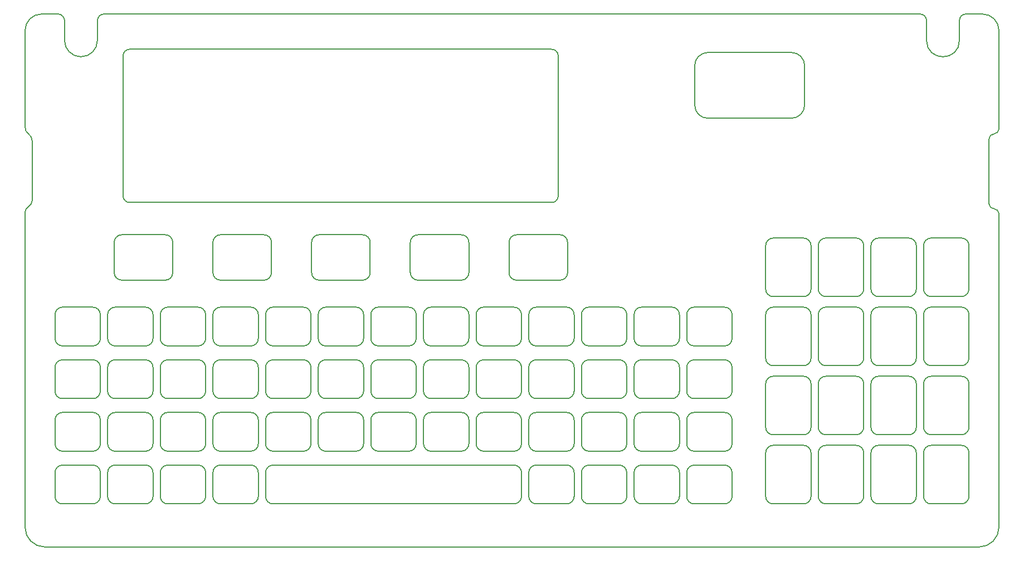
<source format=gbr>
%TF.GenerationSoftware,KiCad,Pcbnew,9.0.3*%
%TF.CreationDate,2025-10-03T08:07:12+02:00*%
%TF.ProjectId,front_pcb,66726f6e-745f-4706-9362-2e6b69636164,rev?*%
%TF.SameCoordinates,Original*%
%TF.FileFunction,Profile,NP*%
%FSLAX46Y46*%
G04 Gerber Fmt 4.6, Leading zero omitted, Abs format (unit mm)*
G04 Created by KiCad (PCBNEW 9.0.3) date 2025-10-03 08:07:12*
%MOMM*%
%LPD*%
G01*
G04 APERTURE LIST*
%TA.AperFunction,Profile*%
%ADD10C,0.200000*%
%TD*%
G04 APERTURE END LIST*
D10*
X205650600Y-102930000D02*
G75*
G02*
X204500600Y-101780000I0J1150000D01*
G01*
X197650600Y-113430000D02*
G75*
G02*
X196500600Y-112280000I0J1150000D01*
G01*
X161650600Y-134430000D02*
X166250600Y-134430000D01*
X119400600Y-109280001D02*
G75*
G02*
X118250600Y-110430000I-1150000J1D01*
G01*
X188500600Y-116180000D02*
G75*
G02*
X189650600Y-115030000I1150000J0D01*
G01*
X175400600Y-133280000D02*
X175400600Y-129680000D01*
X103400600Y-117280001D02*
X103400600Y-113680000D01*
X167400600Y-133280000D02*
G75*
G02*
X166250600Y-134430000I-1150000J0D01*
G01*
X212500600Y-101779999D02*
X212500600Y-95180000D01*
X189650600Y-123930000D02*
G75*
G02*
X188500600Y-122780000I0J1150000D01*
G01*
X118250600Y-104530000D02*
G75*
G02*
X119400600Y-105680000I0J-1150000D01*
G01*
X95400600Y-125280000D02*
G75*
G02*
X94250600Y-126430000I-1150000J0D01*
G01*
X166250600Y-112530000D02*
G75*
G02*
X167400600Y-113680000I0J-1150000D01*
G01*
X77024612Y-88350000D02*
X77024612Y-79250000D01*
X197650600Y-123930000D02*
G75*
G02*
X196500600Y-122779999I0J1150000D01*
G01*
X210250600Y-94030000D02*
G75*
G02*
X211400600Y-95180000I0J-1150000D01*
G01*
X222450600Y-78991981D02*
G75*
G02*
X223203838Y-78198957I766300J26381D01*
G01*
X159400600Y-125280000D02*
X159400600Y-121680000D01*
X76487606Y-78210504D02*
G75*
G02*
X77024604Y-79250000I-737606J-1039496D01*
G01*
X104500600Y-113680000D02*
X104500600Y-117280000D01*
X177650600Y-134430000D02*
G75*
G02*
X176500600Y-133280000I0J1150000D01*
G01*
X159400600Y-125280000D02*
X159400600Y-121680000D01*
X182250600Y-128530000D02*
X177650600Y-128530000D01*
X220950704Y-140980000D02*
X78950600Y-140980000D01*
X110250600Y-112530000D02*
G75*
G02*
X111400600Y-113680000I0J-1150000D01*
G01*
X87400600Y-133280000D02*
G75*
G02*
X86250600Y-134430000I-1150000J0D01*
G01*
X202250600Y-125530000D02*
G75*
G02*
X203400600Y-126680000I0J-1150000D01*
G01*
X188500600Y-101780000D02*
X188500600Y-95180000D01*
X176500600Y-129680000D02*
G75*
G02*
X177650600Y-128530000I1150000J0D01*
G01*
X127400600Y-109280000D02*
G75*
G02*
X126250600Y-110430000I-1150000J0D01*
G01*
X118250600Y-112530000D02*
G75*
G02*
X119400600Y-113680000I0J-1150000D01*
G01*
X88500600Y-121680000D02*
G75*
G02*
X89650600Y-120530000I1150000J0D01*
G01*
X142250600Y-112530000D02*
G75*
G02*
X143400600Y-113680000I0J-1150000D01*
G01*
X81650600Y-118430000D02*
G75*
G02*
X80500600Y-117280000I0J1150000D01*
G01*
X204500600Y-112280000D02*
X204500600Y-105680000D01*
X135400600Y-109280000D02*
G75*
G02*
X134250600Y-110430000I-1150000J0D01*
G01*
X204500600Y-101779999D02*
X204500600Y-95180000D01*
X120650600Y-93530000D02*
X127250600Y-93530000D01*
X110250600Y-128530000D02*
X105650600Y-128530000D01*
X210250600Y-134430000D02*
X205650600Y-134430000D01*
X221450600Y-59980009D02*
G75*
G02*
X223950591Y-62480000I0J-2499991D01*
G01*
X119400600Y-117280000D02*
X119400600Y-113680000D01*
X86250600Y-112530000D02*
X81650600Y-112530000D01*
X97250600Y-93530000D02*
G75*
G02*
X98400600Y-94680000I0J-1150000D01*
G01*
X168500600Y-121680000D02*
X168500600Y-125280000D01*
X98400600Y-94680000D02*
X98400600Y-99280000D01*
X143400600Y-125280000D02*
G75*
G02*
X142250600Y-126430000I-1150000J0D01*
G01*
X195400600Y-95180000D02*
X195400600Y-101780000D01*
X204500600Y-126680000D02*
G75*
G02*
X205650600Y-125530000I1150000J0D01*
G01*
X160500600Y-113680000D02*
X160500600Y-117280000D01*
X120500600Y-113680000D02*
X120500600Y-117280000D01*
X129650600Y-126430000D02*
G75*
G02*
X128500600Y-125280000I0J1150000D01*
G01*
X160500600Y-129680000D02*
G75*
G02*
X161650600Y-128530000I1150000J0D01*
G01*
X194250600Y-104530000D02*
G75*
G02*
X195400600Y-105680000I0J-1150000D01*
G01*
X150250600Y-104530000D02*
G75*
G02*
X151400600Y-105680000I0J-1150000D01*
G01*
X177650600Y-134430000D02*
G75*
G02*
X176500600Y-133280000I0J1150000D01*
G01*
X77024612Y-88350000D02*
G75*
G02*
X76487603Y-89234672I-997212J0D01*
G01*
X156985600Y-66340000D02*
X156985600Y-87620000D01*
X210250600Y-104530000D02*
G75*
G02*
X211400600Y-105680000I0J-1150000D01*
G01*
X142250600Y-120530000D02*
X137650600Y-120530000D01*
X168500600Y-105680000D02*
X168500600Y-109280000D01*
X135650600Y-100430000D02*
G75*
G02*
X134500600Y-99280000I0J1150000D01*
G01*
X76487606Y-78210504D02*
G75*
G02*
X75950597Y-77171001I737594J1039504D01*
G01*
X135400600Y-117280000D02*
G75*
G02*
X134250600Y-118430000I-1150000J0D01*
G01*
X213650600Y-115030000D02*
X218250600Y-115030000D01*
X203400600Y-112280000D02*
G75*
G02*
X202250600Y-113430000I-1150000J0D01*
G01*
X205650600Y-134430000D02*
G75*
G02*
X204500600Y-133280000I0J1150000D01*
G01*
X153650600Y-134430000D02*
G75*
G02*
X152500600Y-133280000I0J1150000D01*
G01*
X167400600Y-125280001D02*
G75*
G02*
X166250600Y-126430000I-1150000J1D01*
G01*
X149500600Y-99280000D02*
X149500600Y-94680000D01*
X81650600Y-134430000D02*
G75*
G02*
X80500600Y-133280000I0J1150000D01*
G01*
X175400600Y-109280000D02*
G75*
G02*
X174250600Y-110430000I-1150000J0D01*
G01*
X213650600Y-113430000D02*
G75*
G02*
X212500600Y-112280000I0J1150000D01*
G01*
X183400600Y-117280000D02*
X183400600Y-113680000D01*
X158250600Y-128530000D02*
G75*
G02*
X159400600Y-129680000I0J-1150000D01*
G01*
X129650600Y-126430000D02*
X134250600Y-126430000D01*
X211400600Y-95180000D02*
X211400600Y-101780000D01*
X158250600Y-112530000D02*
G75*
G02*
X159400600Y-113680000I0J-1150000D01*
G01*
X91845600Y-88620000D02*
G75*
G02*
X90845600Y-87620000I0J1000000D01*
G01*
X87400600Y-125280000D02*
X87400600Y-121680000D01*
X89650600Y-126430000D02*
G75*
G02*
X88500600Y-125280000I0J1150000D01*
G01*
X166250600Y-112530000D02*
X161650600Y-112530000D01*
X213650600Y-104530000D02*
X218250600Y-104530000D01*
X119400600Y-117280000D02*
G75*
G02*
X118250600Y-118430000I-1150000J0D01*
G01*
X81650600Y-118430000D02*
X86250600Y-118430000D01*
X113650600Y-126430000D02*
G75*
G02*
X112500600Y-125280000I0J1150000D01*
G01*
X127250600Y-93530000D02*
G75*
G02*
X128400600Y-94680000I0J-1150000D01*
G01*
X86250600Y-128530000D02*
G75*
G02*
X87400600Y-129680000I0J-1150000D01*
G01*
X126250600Y-112530000D02*
G75*
G02*
X127400600Y-113680000I0J-1150000D01*
G01*
X126250600Y-112530000D02*
X121650600Y-112530000D01*
X202250600Y-123930000D02*
X197650600Y-123930000D01*
X219400600Y-105680000D02*
X219400600Y-112280000D01*
X87400600Y-117280000D02*
X87400600Y-113680000D01*
X113650600Y-134430000D02*
X150250600Y-134430000D01*
X189650600Y-125530000D02*
X194250600Y-125530000D01*
X211400600Y-126680000D02*
X211400600Y-133280000D01*
X142250600Y-120530000D02*
G75*
G02*
X143400600Y-121680000I0J-1150000D01*
G01*
X89650600Y-126430000D02*
G75*
G02*
X88500600Y-125280000I0J1150000D01*
G01*
X205650600Y-134430000D02*
G75*
G02*
X204500600Y-133279999I0J1150000D01*
G01*
X105650600Y-110430000D02*
G75*
G02*
X104500600Y-109280000I0J1150000D01*
G01*
X104500600Y-129680000D02*
X104500600Y-133280000D01*
X196500600Y-112280000D02*
X196500600Y-105680000D01*
X161650600Y-134430000D02*
X166250600Y-134430000D01*
X160500600Y-121680000D02*
G75*
G02*
X161650600Y-120530000I1150000J0D01*
G01*
X203400600Y-122780000D02*
G75*
G02*
X202250600Y-123930000I-1150000J0D01*
G01*
X212500600Y-95180000D02*
G75*
G02*
X213650600Y-94030000I1150000J0D01*
G01*
X134500600Y-94680000D02*
G75*
G02*
X135650600Y-93530000I1150000J0D01*
G01*
X97650600Y-118430000D02*
G75*
G02*
X96500600Y-117280000I0J1150000D01*
G01*
X112250600Y-100430000D02*
X105650600Y-100430000D01*
X218250600Y-102930000D02*
X213650600Y-102930000D01*
X120500600Y-121680000D02*
X120500600Y-125280000D01*
X205650600Y-94030000D02*
X210250600Y-94030000D01*
X217950600Y-63980000D02*
X217950600Y-60980000D01*
X103400600Y-133280000D02*
G75*
G02*
X102250600Y-134430000I-1150000J0D01*
G01*
X112500600Y-105680000D02*
G75*
G02*
X113650600Y-104530000I1150000J0D01*
G01*
X137650600Y-110430000D02*
X142250600Y-110430000D01*
X150650600Y-100430000D02*
G75*
G02*
X149500600Y-99280000I0J1150000D01*
G01*
X89650600Y-118430000D02*
X94250600Y-118430000D01*
X161650600Y-126430000D02*
X166250600Y-126430000D01*
X159400600Y-133280000D02*
G75*
G02*
X158250600Y-134430000I-1150000J0D01*
G01*
X86250600Y-128530000D02*
G75*
G02*
X87400600Y-129680000I0J-1150000D01*
G01*
X159400600Y-125280000D02*
G75*
G02*
X158250600Y-126430000I-1150000J0D01*
G01*
X120500600Y-105680000D02*
X120500600Y-109280000D01*
X111400600Y-133280000D02*
G75*
G02*
X110250600Y-134430000I-1150000J0D01*
G01*
X112500600Y-113680000D02*
G75*
G02*
X113650600Y-112530000I1150000J0D01*
G01*
X96500600Y-105680000D02*
X96500600Y-109280000D01*
X196500600Y-95180000D02*
G75*
G02*
X197650600Y-94030000I1150000J0D01*
G01*
X149500600Y-99280000D02*
X149500600Y-94680000D01*
X121650600Y-118430000D02*
G75*
G02*
X120500600Y-117280000I0J1150000D01*
G01*
X195400600Y-126680000D02*
X195400600Y-133280000D01*
X137650600Y-126430000D02*
X142250600Y-126430000D01*
X205650600Y-115030000D02*
X210250600Y-115030000D01*
X104500600Y-105680000D02*
X104500600Y-109280000D01*
X78950600Y-140980000D02*
G75*
G02*
X75950600Y-137980000I0J3000000D01*
G01*
X111400600Y-133280000D02*
X111400600Y-129680000D01*
X223200601Y-89577082D02*
G75*
G02*
X223950603Y-90331842I-1J-750018D01*
G01*
X152500600Y-129680000D02*
X152500600Y-133280000D01*
X86250600Y-112530000D02*
X81650600Y-112530000D01*
X126250600Y-104530000D02*
X121650600Y-104530000D01*
X169650600Y-126430000D02*
G75*
G02*
X168500600Y-125280000I0J1150000D01*
G01*
X118250600Y-120530000D02*
X113650600Y-120530000D01*
X188500600Y-133280000D02*
X188500600Y-126680000D01*
X137650600Y-126430000D02*
X142250600Y-126430000D01*
X213650600Y-94030000D02*
X218250600Y-94030000D01*
X153650600Y-118430000D02*
G75*
G02*
X152500600Y-117280000I0J1150000D01*
G01*
X188500600Y-122780000D02*
X188500600Y-116180000D01*
X118250600Y-104530000D02*
X113650600Y-104530000D01*
X81650600Y-110430000D02*
G75*
G02*
X80500600Y-109280000I0J1150000D01*
G01*
X183400600Y-117280001D02*
G75*
G02*
X182250600Y-118430000I-1150000J1D01*
G01*
X158250600Y-128530000D02*
X153650600Y-128530000D01*
X134500600Y-94680000D02*
G75*
G02*
X135650600Y-93530000I1150000J0D01*
G01*
X95400600Y-117280001D02*
G75*
G02*
X94250600Y-118430000I-1150000J1D01*
G01*
X136500600Y-113680000D02*
G75*
G02*
X137650600Y-112530000I1150000J0D01*
G01*
X134250600Y-120530000D02*
X129650600Y-120530000D01*
X80500600Y-129680000D02*
G75*
G02*
X81650600Y-128530000I1150000J0D01*
G01*
X223950698Y-137980000D02*
G75*
G02*
X220950704Y-140979998I-2999998J0D01*
G01*
X127400600Y-117280001D02*
G75*
G02*
X126250600Y-118430000I-1150000J1D01*
G01*
X176500600Y-121680000D02*
X176500600Y-125280000D01*
X213650600Y-113430000D02*
G75*
G02*
X212500600Y-112280000I0J1150000D01*
G01*
X194250600Y-115030000D02*
G75*
G02*
X195400600Y-116180000I0J-1150000D01*
G01*
X87400600Y-125280000D02*
G75*
G02*
X86250600Y-126430000I-1150000J0D01*
G01*
X111400600Y-117280000D02*
X111400600Y-113680000D01*
X177722600Y-67828800D02*
X177722600Y-73823200D01*
X77024603Y-79250000D02*
X77024612Y-79250000D01*
X153650600Y-134430000D02*
X158250600Y-134430000D01*
X212500600Y-101780000D02*
X212500600Y-95180000D01*
X111400600Y-125280000D02*
G75*
G02*
X110250600Y-126430000I-1150000J0D01*
G01*
X152500600Y-129680000D02*
G75*
G02*
X153650600Y-128530000I1150000J0D01*
G01*
X98400600Y-94680000D02*
X98400600Y-99280000D01*
X110250600Y-104530000D02*
G75*
G02*
X111400600Y-105680000I0J-1150000D01*
G01*
X113400600Y-94680000D02*
X113400600Y-99280000D01*
X80500600Y-121680000D02*
G75*
G02*
X81650600Y-120530000I1150000J0D01*
G01*
X160500600Y-105680000D02*
X160500600Y-109280000D01*
X168500600Y-113680000D02*
X168500600Y-117280000D01*
X161650600Y-126430000D02*
X166250600Y-126430000D01*
X78450600Y-59980000D02*
X80951000Y-59980000D01*
X158400600Y-99280000D02*
G75*
G02*
X157250600Y-100430000I-1150000J0D01*
G01*
X197650600Y-113430000D02*
G75*
G02*
X196500600Y-112280000I0J1150000D01*
G01*
X75950600Y-137980000D02*
X75950600Y-90119500D01*
X204500600Y-126680000D02*
G75*
G02*
X205650600Y-125530000I1150000J0D01*
G01*
X110250600Y-120530000D02*
X105650600Y-120530000D01*
X174250600Y-104530000D02*
X169650600Y-104530000D01*
X177650600Y-110430000D02*
X182250600Y-110430000D01*
X91845600Y-88620000D02*
G75*
G02*
X90845600Y-87620000I0J1000000D01*
G01*
X126250600Y-120530000D02*
X121650600Y-120530000D01*
X168500600Y-105680000D02*
G75*
G02*
X169650600Y-104530000I1150000J0D01*
G01*
X136500600Y-105680000D02*
G75*
G02*
X137650600Y-104530000I1150000J0D01*
G01*
X175400600Y-125280000D02*
X175400600Y-121680000D01*
X120650600Y-100430000D02*
G75*
G02*
X119500600Y-99280000I0J1150000D01*
G01*
X113650600Y-118430000D02*
G75*
G02*
X112500600Y-117280000I0J1150000D01*
G01*
X160500600Y-105680000D02*
G75*
G02*
X161650600Y-104530000I1150000J0D01*
G01*
X222450600Y-78991981D02*
X222450600Y-88827082D01*
X87400600Y-109280000D02*
X87400600Y-105680000D01*
X210250600Y-113430000D02*
X205650600Y-113430000D01*
X96500600Y-129680000D02*
X96500600Y-133280000D01*
X217950600Y-63980000D02*
G75*
G02*
X212950600Y-63980000I-2500000J0D01*
G01*
X161650600Y-134430000D02*
X166250600Y-134430000D01*
X142250600Y-120530000D02*
X137650600Y-120530000D01*
X169650600Y-134430000D02*
G75*
G02*
X168500600Y-133280000I0J1150000D01*
G01*
X128500600Y-113680000D02*
X128500600Y-117280000D01*
X169650600Y-126430000D02*
X174250600Y-126430000D01*
X94250600Y-104530000D02*
G75*
G02*
X95400600Y-105680000I0J-1150000D01*
G01*
X169650600Y-110430000D02*
G75*
G02*
X168500600Y-109280000I0J1150000D01*
G01*
X169650600Y-118430000D02*
G75*
G02*
X168500600Y-117280000I0J1150000D01*
G01*
X120500600Y-113680000D02*
G75*
G02*
X121650600Y-112530000I1150000J0D01*
G01*
X103400600Y-125280001D02*
X103400600Y-121680000D01*
X189650600Y-123930000D02*
G75*
G02*
X188500600Y-122780000I0J1150000D01*
G01*
X218250600Y-94030000D02*
G75*
G02*
X219400600Y-95180000I0J-1150000D01*
G01*
X90845600Y-87620000D02*
X90845600Y-66340000D01*
X161650600Y-126430000D02*
X166250600Y-126430000D01*
X87400600Y-125280001D02*
G75*
G02*
X86250600Y-126430000I-1150000J1D01*
G01*
X210250600Y-102930000D02*
X205650600Y-102930000D01*
X218250600Y-113430000D02*
X213650600Y-113430000D01*
X195400600Y-133280000D02*
G75*
G02*
X194250600Y-134430000I-1150000J0D01*
G01*
X127250600Y-93530000D02*
G75*
G02*
X128400600Y-94680000I0J-1150000D01*
G01*
X96500600Y-121680000D02*
X96500600Y-125280000D01*
X111400600Y-125280000D02*
G75*
G02*
X110250600Y-126430000I-1150000J0D01*
G01*
X88500600Y-121680000D02*
G75*
G02*
X89650600Y-120530000I1150000J0D01*
G01*
X87400600Y-109280001D02*
X87400600Y-105680000D01*
X189650600Y-123930000D02*
G75*
G02*
X188500600Y-122780000I0J1150000D01*
G01*
X102250600Y-112530000D02*
X97650600Y-112530000D01*
X168500600Y-113680000D02*
G75*
G02*
X169650600Y-112530000I1150000J0D01*
G01*
X111400600Y-117280001D02*
X111400600Y-113680000D01*
X81650600Y-126430000D02*
X86250600Y-126430000D01*
X175400600Y-109280000D02*
G75*
G02*
X174250600Y-110430000I-1150000J0D01*
G01*
X176500600Y-105680000D02*
X176500600Y-109280000D01*
X128500600Y-113680000D02*
G75*
G02*
X129650600Y-112530000I1150000J0D01*
G01*
X81951002Y-63935225D02*
X81951002Y-60980000D01*
X205650600Y-115030000D02*
X210250600Y-115030000D01*
X142250600Y-112530000D02*
G75*
G02*
X143400600Y-113680000I0J-1150000D01*
G01*
X150250600Y-120530000D02*
X145650600Y-120530000D01*
X196500600Y-126680000D02*
G75*
G02*
X197650600Y-125530000I1150000J0D01*
G01*
X213650600Y-104530000D02*
X218250600Y-104530000D01*
X110250600Y-120530000D02*
G75*
G02*
X111400600Y-121680000I0J-1150000D01*
G01*
X111400600Y-133280000D02*
G75*
G02*
X110250600Y-134430000I-1150000J0D01*
G01*
X134500600Y-94680000D02*
G75*
G02*
X135650600Y-93530000I1150000J0D01*
G01*
X129650600Y-126430000D02*
X134250600Y-126430000D01*
X166250600Y-120530000D02*
X161650600Y-120530000D01*
X205650600Y-102930000D02*
G75*
G02*
X204500600Y-101780000I0J1150000D01*
G01*
X212500600Y-126680000D02*
G75*
G02*
X213650600Y-125530000I1150000J0D01*
G01*
X223200601Y-89577082D02*
G75*
G02*
X222450618Y-88827082I-1J749982D01*
G01*
X105650600Y-118430000D02*
G75*
G02*
X104500600Y-117280000I0J1150000D01*
G01*
X213650600Y-123930000D02*
G75*
G02*
X212500600Y-122779999I0J1150000D01*
G01*
X111400600Y-109280000D02*
G75*
G02*
X110250600Y-110430000I-1150000J0D01*
G01*
X103400600Y-109280000D02*
X103400600Y-105680000D01*
X175400600Y-117280000D02*
X175400600Y-113680000D01*
X152500600Y-105680000D02*
G75*
G02*
X153650600Y-104530000I1150000J0D01*
G01*
X169650600Y-110430000D02*
X174250600Y-110430000D01*
X143400600Y-117280000D02*
G75*
G02*
X142250600Y-118430000I-1150000J0D01*
G01*
X192422600Y-65828800D02*
G75*
G02*
X194422600Y-67828800I0J-2000000D01*
G01*
X143400600Y-117280000D02*
X143400600Y-113680000D01*
X119500600Y-99280000D02*
X119500600Y-94680000D01*
X144500600Y-113680000D02*
X144500600Y-117280000D01*
X145650600Y-118430000D02*
X150250600Y-118430000D01*
X223200601Y-89577082D02*
G75*
G02*
X223950603Y-90331842I-1J-750018D01*
G01*
X182250600Y-104530000D02*
G75*
G02*
X183400600Y-105680000I0J-1150000D01*
G01*
X152500600Y-105680000D02*
X152500600Y-109280000D01*
X89500600Y-94680000D02*
G75*
G02*
X90650600Y-93530000I1150000J0D01*
G01*
X88500600Y-105680000D02*
G75*
G02*
X89650600Y-104530000I1150000J0D01*
G01*
X152500600Y-121680000D02*
G75*
G02*
X153650600Y-120530000I1150000J0D01*
G01*
X81951000Y-60980000D02*
X81951002Y-60980000D01*
X194250600Y-113430000D02*
X189650600Y-113430000D01*
X218250600Y-115030000D02*
G75*
G02*
X219400600Y-116180000I0J-1150000D01*
G01*
X174250600Y-120530000D02*
X169650600Y-120530000D01*
X151400600Y-109280001D02*
X151400600Y-105680000D01*
X153650600Y-134430000D02*
G75*
G02*
X152500600Y-133280000I0J1150000D01*
G01*
X127400600Y-109280000D02*
X127400600Y-105680000D01*
X151400600Y-117280000D02*
G75*
G02*
X150250600Y-118430000I-1150000J0D01*
G01*
X166250600Y-120530000D02*
G75*
G02*
X167400600Y-121680000I0J-1150000D01*
G01*
X174250600Y-128530000D02*
G75*
G02*
X175400600Y-129680000I0J-1150000D01*
G01*
X212500600Y-105680000D02*
G75*
G02*
X213650600Y-104530000I1150000J0D01*
G01*
X196500600Y-95180000D02*
G75*
G02*
X197650600Y-94030000I1150000J0D01*
G01*
X142250600Y-104530000D02*
G75*
G02*
X143400600Y-105680000I0J-1150000D01*
G01*
X112500600Y-105680000D02*
X112500600Y-109280000D01*
X160500600Y-105680000D02*
G75*
G02*
X161650600Y-104530000I1150000J0D01*
G01*
X112500600Y-105680000D02*
X112500600Y-109280000D01*
X212500600Y-126680000D02*
G75*
G02*
X213650600Y-125530000I1150000J0D01*
G01*
X128500600Y-105680000D02*
G75*
G02*
X129650600Y-104530000I1150000J0D01*
G01*
X129650600Y-118430000D02*
G75*
G02*
X128500600Y-117280000I0J1150000D01*
G01*
X127400600Y-117280000D02*
G75*
G02*
X126250600Y-118430000I-1150000J0D01*
G01*
X143400600Y-125280000D02*
X143400600Y-121680000D01*
X88500600Y-121680000D02*
G75*
G02*
X89650600Y-120530000I1150000J0D01*
G01*
X128500600Y-105680000D02*
G75*
G02*
X129650600Y-104530000I1150000J0D01*
G01*
X97650600Y-134430000D02*
G75*
G02*
X96500600Y-133280000I0J1150000D01*
G01*
X218250600Y-113430000D02*
X213650600Y-113430000D01*
X111400600Y-133280000D02*
G75*
G02*
X110250600Y-134430000I-1150000J0D01*
G01*
X87985596Y-59980009D02*
X211984905Y-59980009D01*
X112250600Y-100430000D02*
X105650600Y-100430000D01*
X121650600Y-126430000D02*
X126250600Y-126430000D01*
X97650600Y-126430000D02*
X102250600Y-126430000D01*
X175400600Y-125280001D02*
X175400600Y-121680000D01*
X161650600Y-118430000D02*
X166250600Y-118430000D01*
X90845600Y-66340000D02*
G75*
G02*
X91845601Y-65340000I1000000J0D01*
G01*
X111400600Y-117280001D02*
G75*
G02*
X110250600Y-118430000I-1150000J1D01*
G01*
X174250600Y-128530000D02*
G75*
G02*
X175400600Y-129680000I0J-1150000D01*
G01*
X118250600Y-120530000D02*
X113650600Y-120530000D01*
X177650600Y-110430000D02*
G75*
G02*
X176500600Y-109280000I0J1150000D01*
G01*
X211984905Y-59980009D02*
G75*
G02*
X212950600Y-60980000I-34905J-999991D01*
G01*
X144500600Y-121680000D02*
G75*
G02*
X145650600Y-120530000I1150000J0D01*
G01*
X112250600Y-93530000D02*
G75*
G02*
X113400600Y-94680000I0J-1150000D01*
G01*
X161650600Y-118430000D02*
G75*
G02*
X160500600Y-117280000I0J1150000D01*
G01*
X97250600Y-100430000D02*
X90650600Y-100430000D01*
X127250600Y-93530000D02*
G75*
G02*
X128400600Y-94680000I0J-1150000D01*
G01*
X110250600Y-112530000D02*
G75*
G02*
X111400600Y-113680000I0J-1150000D01*
G01*
X135400600Y-109280000D02*
X135400600Y-105680000D01*
X204500600Y-105680000D02*
G75*
G02*
X205650600Y-104530000I1150000J0D01*
G01*
X112500600Y-129680000D02*
G75*
G02*
X113650600Y-128530000I1150000J0D01*
G01*
X87400600Y-117280000D02*
G75*
G02*
X86250600Y-118430000I-1150000J0D01*
G01*
X223950698Y-137979994D02*
G75*
G02*
X220950700Y-140979998I-2999998J-6D01*
G01*
X136500600Y-105680000D02*
X136500600Y-109280000D01*
X169650600Y-118430000D02*
G75*
G02*
X168500600Y-117280000I0J1150000D01*
G01*
X211400600Y-122780000D02*
G75*
G02*
X210250600Y-123930000I-1150000J0D01*
G01*
X212500600Y-116180000D02*
G75*
G02*
X213650600Y-115030000I1150000J0D01*
G01*
X150250600Y-112530000D02*
G75*
G02*
X151400600Y-113680000I0J-1150000D01*
G01*
X175400600Y-117280000D02*
X175400600Y-113680000D01*
X196500600Y-126680000D02*
G75*
G02*
X197650600Y-125530000I1150000J0D01*
G01*
X210250600Y-113430000D02*
X205650600Y-113430000D01*
X86250600Y-104530000D02*
G75*
G02*
X87400600Y-105680000I0J-1150000D01*
G01*
X221450600Y-59980009D02*
G75*
G02*
X223950591Y-62480000I0J-2499991D01*
G01*
X112500600Y-105680000D02*
X112500600Y-109280000D01*
X86250600Y-128530000D02*
X81650600Y-128530000D01*
X105650600Y-110430000D02*
X110250600Y-110430000D01*
X155985593Y-88620000D02*
X91845600Y-88620000D01*
X89650600Y-134430000D02*
G75*
G02*
X88500600Y-133280000I0J1150000D01*
G01*
X134500600Y-99280000D02*
X134500600Y-94680000D01*
X204500600Y-133279999D02*
X204500600Y-126680000D01*
X103400600Y-109280000D02*
G75*
G02*
X102250600Y-110430000I-1150000J0D01*
G01*
X204500600Y-133280000D02*
X204500600Y-126680000D01*
X75950600Y-90119500D02*
G75*
G02*
X76487621Y-89234707I997400J0D01*
G01*
X135400600Y-125280001D02*
G75*
G02*
X134250600Y-126430000I-1150000J1D01*
G01*
X182250600Y-128530000D02*
G75*
G02*
X183400600Y-129680000I0J-1150000D01*
G01*
X111400600Y-109280000D02*
X111400600Y-105680000D01*
X105650600Y-110430000D02*
G75*
G02*
X104500600Y-109280000I0J1150000D01*
G01*
X95400600Y-109280000D02*
G75*
G02*
X94250600Y-110430000I-1150000J0D01*
G01*
X196500600Y-133280000D02*
X196500600Y-126680000D01*
X158250600Y-120530000D02*
G75*
G02*
X159400600Y-121680000I0J-1150000D01*
G01*
X205650600Y-125530000D02*
X210250600Y-125530000D01*
X195400600Y-126680000D02*
X195400600Y-133280000D01*
X168500600Y-113680000D02*
X168500600Y-117280000D01*
X145650600Y-118430000D02*
G75*
G02*
X144500600Y-117280000I0J1150000D01*
G01*
X128500600Y-121680000D02*
X128500600Y-125280000D01*
X210250600Y-104530000D02*
G75*
G02*
X211400600Y-105680000I0J-1150000D01*
G01*
X175400600Y-133280000D02*
G75*
G02*
X174250600Y-134430000I-1150000J0D01*
G01*
X121650600Y-126430000D02*
G75*
G02*
X120500600Y-125280000I0J1150000D01*
G01*
X80951000Y-59980000D02*
G75*
G02*
X81951000Y-60980000I0J-1000000D01*
G01*
X121650600Y-118430000D02*
X126250600Y-118430000D01*
X102250600Y-112530000D02*
G75*
G02*
X103400600Y-113680000I0J-1150000D01*
G01*
X166250600Y-104530000D02*
X161650600Y-104530000D01*
X202250600Y-125530000D02*
G75*
G02*
X203400600Y-126680000I0J-1150000D01*
G01*
X150250600Y-120530000D02*
X145650600Y-120530000D01*
X105650600Y-110430000D02*
X110250600Y-110430000D01*
X218250600Y-134430000D02*
X213650600Y-134430000D01*
X166250600Y-104530000D02*
X161650600Y-104530000D01*
X135400600Y-109280000D02*
G75*
G02*
X134250600Y-110430000I-1150000J0D01*
G01*
X80500600Y-113680000D02*
X80500600Y-117280000D01*
X153650600Y-110430000D02*
X158250600Y-110430000D01*
X143400600Y-125280001D02*
G75*
G02*
X142250600Y-126430000I-1150000J1D01*
G01*
X113650600Y-110430000D02*
X118250600Y-110430000D01*
X166250600Y-128530000D02*
G75*
G02*
X167400600Y-129680000I0J-1150000D01*
G01*
X118250600Y-120530000D02*
G75*
G02*
X119400600Y-121680000I0J-1150000D01*
G01*
X105650600Y-126430000D02*
G75*
G02*
X104500600Y-125280000I0J1150000D01*
G01*
X153650600Y-118430000D02*
G75*
G02*
X152500600Y-117280000I0J1150000D01*
G01*
X96500600Y-129680000D02*
G75*
G02*
X97650600Y-128530000I1150000J0D01*
G01*
X128500600Y-113680000D02*
X128500600Y-117280000D01*
X167400600Y-125280000D02*
G75*
G02*
X166250600Y-126430000I-1150000J0D01*
G01*
X168500600Y-129680000D02*
X168500600Y-133280000D01*
X152500600Y-105680000D02*
X152500600Y-109280000D01*
X81650600Y-126430000D02*
G75*
G02*
X80500600Y-125280000I0J1150000D01*
G01*
X90650600Y-93530000D02*
X97250600Y-93530000D01*
X174250600Y-104530000D02*
X169650600Y-104530000D01*
X188500600Y-122780000D02*
X188500600Y-116180000D01*
X97650600Y-134430000D02*
X102250600Y-134430000D01*
X174250600Y-112530000D02*
X169650600Y-112530000D01*
X169650600Y-110430000D02*
X174250600Y-110430000D01*
X88500600Y-129680000D02*
G75*
G02*
X89650600Y-128530000I1150000J0D01*
G01*
X221450600Y-59980009D02*
G75*
G02*
X223950591Y-62480000I0J-2499991D01*
G01*
X136500600Y-113680000D02*
X136500600Y-117280000D01*
X81650600Y-126430000D02*
X86250600Y-126430000D01*
X149500600Y-94680000D02*
G75*
G02*
X150650600Y-93530000I1150000J0D01*
G01*
X161650600Y-110430000D02*
X166250600Y-110430000D01*
X205650600Y-104530000D02*
X210250600Y-104530000D01*
X152500600Y-113680000D02*
X152500600Y-117280000D01*
X182250600Y-120530000D02*
X177650600Y-120530000D01*
X204500600Y-101780000D02*
X204500600Y-95180000D01*
X81951002Y-63935225D02*
X81951002Y-60980000D01*
X135400600Y-125280000D02*
G75*
G02*
X134250600Y-126430000I-1150000J0D01*
G01*
X202250600Y-123930000D02*
X197650600Y-123930000D01*
X166250600Y-120530000D02*
X161650600Y-120530000D01*
X182250600Y-104530000D02*
X177650600Y-104530000D01*
X202250600Y-94030000D02*
G75*
G02*
X203400600Y-95180000I0J-1150000D01*
G01*
X168500600Y-121680000D02*
G75*
G02*
X169650600Y-120530000I1150000J0D01*
G01*
X145650600Y-126430000D02*
X150250600Y-126430000D01*
X89650600Y-118430000D02*
X94250600Y-118430000D01*
X111400600Y-109280000D02*
G75*
G02*
X110250600Y-110430000I-1150000J0D01*
G01*
X169650600Y-134430000D02*
G75*
G02*
X168500600Y-133280000I0J1150000D01*
G01*
X189650600Y-94030000D02*
X194250600Y-94030000D01*
X217950600Y-63980000D02*
X217950600Y-60980000D01*
X119400600Y-109280000D02*
G75*
G02*
X118250600Y-110430000I-1150000J0D01*
G01*
X121650600Y-110430000D02*
G75*
G02*
X120500600Y-109280000I0J1150000D01*
G01*
X158250600Y-120530000D02*
X153650600Y-120530000D01*
X150650600Y-93530000D02*
X157250600Y-93530000D01*
X218250600Y-94030000D02*
G75*
G02*
X219400600Y-95180000I0J-1150000D01*
G01*
X129650600Y-118430000D02*
X134250600Y-118430000D01*
X113650600Y-126430000D02*
X118250600Y-126430000D01*
X126250600Y-104530000D02*
X121650600Y-104530000D01*
X175400600Y-117280000D02*
G75*
G02*
X174250600Y-118430000I-1150000J0D01*
G01*
X120650600Y-100430000D02*
G75*
G02*
X119500600Y-99280000I0J1150000D01*
G01*
X76487606Y-78210504D02*
G75*
G02*
X77024604Y-79250000I-737606J-1039496D01*
G01*
X103400600Y-109280000D02*
G75*
G02*
X102250600Y-110430000I-1150000J0D01*
G01*
X97650600Y-134430000D02*
X102250600Y-134430000D01*
X188500600Y-112280000D02*
X188500600Y-105680000D01*
X174250600Y-104530000D02*
G75*
G02*
X175400600Y-105680000I0J-1150000D01*
G01*
X188500600Y-101779999D02*
X188500600Y-95180000D01*
X95400600Y-117280001D02*
X95400600Y-113680000D01*
X120500600Y-105680000D02*
G75*
G02*
X121650600Y-104530000I1150000J0D01*
G01*
X175400600Y-117280000D02*
G75*
G02*
X174250600Y-118430000I-1150000J0D01*
G01*
X166250600Y-112530000D02*
G75*
G02*
X167400600Y-113680000I0J-1150000D01*
G01*
X113650600Y-134430000D02*
G75*
G02*
X112500600Y-133280000I0J1150000D01*
G01*
X196500600Y-116180000D02*
G75*
G02*
X197650600Y-115030000I1150000J0D01*
G01*
X143400600Y-117280000D02*
G75*
G02*
X142250600Y-118430000I-1150000J0D01*
G01*
X158250600Y-112530000D02*
G75*
G02*
X159400600Y-113680000I0J-1150000D01*
G01*
X80500600Y-129680000D02*
X80500600Y-133280000D01*
X196500600Y-122780000D02*
X196500600Y-116180000D01*
X160500600Y-105680000D02*
X160500600Y-109280000D01*
X144500600Y-105680000D02*
X144500600Y-109280000D01*
X223950603Y-90331842D02*
X223950698Y-137979994D01*
X96500600Y-105680000D02*
X96500600Y-109280000D01*
X77024612Y-88350000D02*
G75*
G02*
X76487603Y-89234672I-997212J0D01*
G01*
X103400600Y-117280000D02*
X103400600Y-113680000D01*
X203400600Y-105680000D02*
X203400600Y-112280000D01*
X86250600Y-120530000D02*
X81650600Y-120530000D01*
X104500600Y-113680000D02*
X104500600Y-117280000D01*
X119400600Y-117280000D02*
G75*
G02*
X118250600Y-118430000I-1150000J0D01*
G01*
X88500600Y-105680000D02*
X88500600Y-109280000D01*
X211400600Y-122780000D02*
G75*
G02*
X210250600Y-123930000I-1150000J0D01*
G01*
X102250600Y-128530000D02*
G75*
G02*
X103400600Y-129680000I0J-1150000D01*
G01*
X144500600Y-113680000D02*
G75*
G02*
X145650600Y-112530000I1150000J0D01*
G01*
X104500600Y-129680000D02*
G75*
G02*
X105650600Y-128530000I1150000J0D01*
G01*
X210250600Y-115030000D02*
G75*
G02*
X211400600Y-116180000I0J-1150000D01*
G01*
X95400600Y-109280000D02*
X95400600Y-105680000D01*
X177650600Y-126430000D02*
G75*
G02*
X176500600Y-125280000I0J1150000D01*
G01*
X213650600Y-123930000D02*
G75*
G02*
X212500600Y-122780000I0J1150000D01*
G01*
X120500600Y-105680000D02*
X120500600Y-109280000D01*
X182250600Y-104530000D02*
G75*
G02*
X183400600Y-105680000I0J-1150000D01*
G01*
X145650600Y-126430000D02*
X150250600Y-126430000D01*
X183400600Y-109280001D02*
G75*
G02*
X182250600Y-110430000I-1150000J1D01*
G01*
X97650600Y-126430000D02*
G75*
G02*
X96500600Y-125280000I0J1150000D01*
G01*
X112500600Y-113680000D02*
G75*
G02*
X113650600Y-112530000I1150000J0D01*
G01*
X104500600Y-113680000D02*
G75*
G02*
X105650600Y-112530000I1150000J0D01*
G01*
X197650600Y-94030000D02*
X202250600Y-94030000D01*
X89650600Y-110430000D02*
X94250600Y-110430000D01*
X121650600Y-118430000D02*
X126250600Y-118430000D01*
X175400600Y-125280000D02*
X175400600Y-121680000D01*
X182250600Y-120530000D02*
G75*
G02*
X183400600Y-121680000I0J-1150000D01*
G01*
X118250600Y-120530000D02*
G75*
G02*
X119400600Y-121680000I0J-1150000D01*
G01*
X203400600Y-105680000D02*
X203400600Y-112280000D01*
X205650600Y-125530000D02*
X210250600Y-125530000D01*
X174250600Y-120530000D02*
G75*
G02*
X175400600Y-121680000I0J-1150000D01*
G01*
X134500600Y-99280000D02*
X134500600Y-94680000D01*
X95400600Y-109280000D02*
X95400600Y-105680000D01*
X112500600Y-105680000D02*
G75*
G02*
X113650600Y-104530000I1150000J0D01*
G01*
X129650600Y-110430000D02*
G75*
G02*
X128500600Y-109280000I0J1150000D01*
G01*
X88500600Y-129680000D02*
X88500600Y-133280000D01*
X96500600Y-129680000D02*
X96500600Y-133280000D01*
X194422600Y-73823200D02*
G75*
G02*
X192422600Y-75823200I-2000000J0D01*
G01*
X212500600Y-112280000D02*
X212500600Y-105680000D01*
X144500600Y-113680000D02*
X144500600Y-117280000D01*
X166250600Y-128530000D02*
X161650600Y-128530000D01*
X129650600Y-118430000D02*
X134250600Y-118430000D01*
X203400600Y-133280000D02*
G75*
G02*
X202250600Y-134430000I-1150000J0D01*
G01*
X210250600Y-115030000D02*
G75*
G02*
X211400600Y-116180000I0J-1150000D01*
G01*
X88500600Y-121680000D02*
X88500600Y-125280000D01*
X80500600Y-105680000D02*
G75*
G02*
X81650600Y-104530000I1150000J0D01*
G01*
X144500600Y-105680000D02*
X144500600Y-109280000D01*
X81650600Y-134430000D02*
G75*
G02*
X80500600Y-133280000I0J1150000D01*
G01*
X182250600Y-120530000D02*
X177650600Y-120530000D01*
X87400600Y-117280001D02*
G75*
G02*
X86250600Y-118430000I-1150000J1D01*
G01*
X169650600Y-126430000D02*
X174250600Y-126430000D01*
X167400600Y-109280000D02*
G75*
G02*
X166250600Y-110430000I-1150000J0D01*
G01*
X97650600Y-126430000D02*
G75*
G02*
X96500600Y-125280000I0J1150000D01*
G01*
X219400600Y-112280000D02*
G75*
G02*
X218250600Y-113430000I-1150000J0D01*
G01*
X195400600Y-122780000D02*
G75*
G02*
X194250600Y-123930000I-1150000J0D01*
G01*
X119400600Y-125280000D02*
G75*
G02*
X118250600Y-126430000I-1150000J0D01*
G01*
X203400600Y-122780000D02*
G75*
G02*
X202250600Y-123930000I-1150000J0D01*
G01*
X150250600Y-104530000D02*
G75*
G02*
X151400600Y-105680000I0J-1150000D01*
G01*
X145650600Y-110430000D02*
X150250600Y-110430000D01*
X166250600Y-104530000D02*
X161650600Y-104530000D01*
X192422600Y-65828800D02*
X179722600Y-65828800D01*
X89650600Y-110430000D02*
G75*
G02*
X88500600Y-109280000I0J1150000D01*
G01*
X203400600Y-112280000D02*
G75*
G02*
X202250600Y-113430000I-1150000J0D01*
G01*
X167400600Y-117280000D02*
X167400600Y-113680000D01*
X183400600Y-109280001D02*
G75*
G02*
X182250600Y-110430000I-1150000J1D01*
G01*
X151400600Y-109280001D02*
G75*
G02*
X150250600Y-110430000I-1150000J1D01*
G01*
X75950600Y-77171001D02*
X75950584Y-62480000D01*
X195400600Y-95180000D02*
X195400600Y-101780000D01*
X189650600Y-134430000D02*
G75*
G02*
X188500600Y-133280000I0J1150000D01*
G01*
X166250600Y-120530000D02*
X161650600Y-120530000D01*
X202250600Y-102930000D02*
X197650600Y-102930000D01*
X76487606Y-78210504D02*
G75*
G02*
X77024604Y-79250000I-737606J-1039496D01*
G01*
X210250600Y-104530000D02*
G75*
G02*
X211400600Y-105680000I0J-1150000D01*
G01*
X156985600Y-66340000D02*
X156985600Y-87620000D01*
X120500600Y-121680000D02*
G75*
G02*
X121650600Y-120530000I1150000J0D01*
G01*
X167400600Y-133280000D02*
X167400600Y-129680000D01*
X78450600Y-59980000D02*
X80951000Y-59980000D01*
X104500600Y-129680000D02*
X104500600Y-133280000D01*
X174250600Y-112530000D02*
X169650600Y-112530000D01*
X135400600Y-125280000D02*
X135400600Y-121680000D01*
X110250600Y-120530000D02*
G75*
G02*
X111400600Y-121680000I0J-1150000D01*
G01*
X110250600Y-104530000D02*
X105650600Y-104530000D01*
X110250600Y-120530000D02*
G75*
G02*
X111400600Y-121680000I0J-1150000D01*
G01*
X158400600Y-99280000D02*
G75*
G02*
X157250600Y-100430000I-1150000J0D01*
G01*
X175400600Y-133280000D02*
G75*
G02*
X174250600Y-134430000I-1150000J0D01*
G01*
X97650600Y-134430000D02*
X102250600Y-134430000D01*
X129650600Y-110430000D02*
X134250600Y-110430000D01*
X218986105Y-59980009D02*
X221450600Y-59980009D01*
X144500600Y-105680000D02*
G75*
G02*
X145650600Y-104530000I1150000J0D01*
G01*
X189650600Y-104530000D02*
X194250600Y-104530000D01*
X127400600Y-117280000D02*
G75*
G02*
X126250600Y-118430000I-1150000J0D01*
G01*
X144500600Y-121680000D02*
X144500600Y-125280000D01*
X153650600Y-110430000D02*
X158250600Y-110430000D01*
X102250600Y-112530000D02*
X97650600Y-112530000D01*
X80500600Y-105680000D02*
X80500600Y-109280000D01*
X174250600Y-128530000D02*
X169650600Y-128530000D01*
X80951000Y-59980000D02*
G75*
G02*
X81951000Y-60980000I0J-1000000D01*
G01*
X183400600Y-125280000D02*
G75*
G02*
X182250600Y-126430000I-1150000J0D01*
G01*
X76487606Y-78210504D02*
G75*
G02*
X77024604Y-79250000I-737606J-1039496D01*
G01*
X177650600Y-110430000D02*
X182250600Y-110430000D01*
X95400600Y-125280000D02*
X95400600Y-121680000D01*
X88500600Y-129680000D02*
X88500600Y-133280000D01*
X88500600Y-113680000D02*
X88500600Y-117280000D01*
X152500600Y-105680000D02*
X152500600Y-109280000D01*
X105650600Y-134430000D02*
G75*
G02*
X104500600Y-133280000I0J1150000D01*
G01*
X219400600Y-122780000D02*
G75*
G02*
X218250600Y-123930000I-1150000J0D01*
G01*
X110250600Y-128530000D02*
X105650600Y-128530000D01*
X179722600Y-75823200D02*
X192422600Y-75823200D01*
X150650600Y-93530000D02*
X157250600Y-93530000D01*
X126250600Y-120530000D02*
X121650600Y-120530000D01*
X128500600Y-121680000D02*
X128500600Y-125280000D01*
X87400600Y-109280000D02*
G75*
G02*
X86250600Y-110430000I-1150000J0D01*
G01*
X153650600Y-126430000D02*
X158250600Y-126430000D01*
X113400600Y-99280000D02*
G75*
G02*
X112250600Y-100430000I-1150000J0D01*
G01*
X194250600Y-115030000D02*
G75*
G02*
X195400600Y-116180000I0J-1150000D01*
G01*
X102250600Y-112530000D02*
X97650600Y-112530000D01*
X89650600Y-126430000D02*
X94250600Y-126430000D01*
X177650600Y-118430000D02*
G75*
G02*
X176500600Y-117280000I0J1150000D01*
G01*
X151400600Y-109280000D02*
X151400600Y-105680000D01*
X160500600Y-105680000D02*
X160500600Y-109280000D01*
X160500600Y-113680000D02*
G75*
G02*
X161650600Y-112530000I1150000J0D01*
G01*
X151400600Y-109280001D02*
X151400600Y-105680000D01*
X183400600Y-117280000D02*
X183400600Y-113680000D01*
X112500600Y-121680000D02*
G75*
G02*
X113650600Y-120530000I1150000J0D01*
G01*
X137650600Y-118430000D02*
X142250600Y-118430000D01*
X177650600Y-126430000D02*
G75*
G02*
X176500600Y-125280000I0J1150000D01*
G01*
X213650600Y-125530000D02*
X218250600Y-125530000D01*
X168500600Y-121680000D02*
X168500600Y-125280000D01*
X159400600Y-133280001D02*
G75*
G02*
X158250600Y-134430000I-1150000J1D01*
G01*
X205650600Y-104530000D02*
X210250600Y-104530000D01*
X210250600Y-102930000D02*
X205650600Y-102930000D01*
X158250600Y-112530000D02*
X153650600Y-112530000D01*
X118250600Y-104530000D02*
G75*
G02*
X119400600Y-105680000I0J-1150000D01*
G01*
X213650600Y-94030000D02*
X218250600Y-94030000D01*
X113650600Y-126430000D02*
X118250600Y-126430000D01*
X203400600Y-122780000D02*
G75*
G02*
X202250600Y-123930000I-1150000J0D01*
G01*
X167400600Y-117280000D02*
X167400600Y-113680000D01*
X119500600Y-99280000D02*
X119500600Y-94680000D01*
X104500600Y-121680000D02*
X104500600Y-125280000D01*
X195400600Y-133280000D02*
G75*
G02*
X194250600Y-134430000I-1150000J0D01*
G01*
X113650600Y-134430000D02*
G75*
G02*
X112500600Y-133280000I0J1150000D01*
G01*
X86250600Y-128530000D02*
G75*
G02*
X87400600Y-129680000I0J-1150000D01*
G01*
X223200601Y-89577082D02*
G75*
G02*
X222450618Y-88827082I-1J749982D01*
G01*
X160500600Y-113680000D02*
X160500600Y-117280000D01*
X218250600Y-123930000D02*
X213650600Y-123930000D01*
X128500600Y-121680000D02*
G75*
G02*
X129650600Y-120530000I1150000J0D01*
G01*
X94250600Y-112530000D02*
X89650600Y-112530000D01*
X177650600Y-118430000D02*
X182250600Y-118430000D01*
X128400600Y-99280000D02*
G75*
G02*
X127250600Y-100430000I-1150000J0D01*
G01*
X188500600Y-105680000D02*
G75*
G02*
X189650600Y-104530000I1150000J0D01*
G01*
X179722600Y-75823200D02*
G75*
G02*
X177722600Y-73823200I0J2000000D01*
G01*
X166250600Y-104530000D02*
G75*
G02*
X167400600Y-105680000I0J-1150000D01*
G01*
X219400600Y-105680000D02*
X219400600Y-112280000D01*
X129650600Y-118430000D02*
G75*
G02*
X128500600Y-117280000I0J1150000D01*
G01*
X75950600Y-77171001D02*
X75950584Y-62480003D01*
X174250600Y-120530000D02*
X169650600Y-120530000D01*
X218250600Y-134430000D02*
X213650600Y-134430000D01*
X143400600Y-94680000D02*
X143400600Y-99280000D01*
X105650600Y-118430000D02*
G75*
G02*
X104500600Y-117280000I0J1150000D01*
G01*
X88500600Y-105680000D02*
G75*
G02*
X89650600Y-104530000I1150000J0D01*
G01*
X134250600Y-112530000D02*
X129650600Y-112530000D01*
X203400600Y-116180000D02*
X203400600Y-122780000D01*
X203400600Y-101780000D02*
G75*
G02*
X202250600Y-102930000I-1150000J0D01*
G01*
X105650600Y-93530000D02*
X112250600Y-93530000D01*
X152500600Y-105680000D02*
G75*
G02*
X153650600Y-104530000I1150000J0D01*
G01*
X126250600Y-112530000D02*
X121650600Y-112530000D01*
X136500600Y-121680000D02*
G75*
G02*
X137650600Y-120530000I1150000J0D01*
G01*
X166250600Y-112530000D02*
X161650600Y-112530000D01*
X156985600Y-87620000D02*
G75*
G02*
X155985600Y-88620000I-1000000J0D01*
G01*
X87985567Y-59980009D02*
X211984905Y-59980009D01*
X86250600Y-104530000D02*
X81650600Y-104530000D01*
X111400600Y-117280001D02*
G75*
G02*
X110250600Y-118430000I-1150000J1D01*
G01*
X160500600Y-105680000D02*
X160500600Y-109280000D01*
X81650600Y-118430000D02*
G75*
G02*
X80500600Y-117280000I0J1150000D01*
G01*
X143400600Y-109280001D02*
X143400600Y-105680000D01*
X134250600Y-120530000D02*
G75*
G02*
X135400600Y-121680000I0J-1150000D01*
G01*
X81650600Y-134430000D02*
G75*
G02*
X80500600Y-133280000I0J1150000D01*
G01*
X182250600Y-128530000D02*
X177650600Y-128530000D01*
X137650600Y-110430000D02*
G75*
G02*
X136500600Y-109280000I0J1150000D01*
G01*
X86950600Y-63980000D02*
G75*
G02*
X81951001Y-63935225I-2500000J0D01*
G01*
X87400600Y-133280001D02*
X87400600Y-129680000D01*
X188500600Y-133280000D02*
X188500600Y-126680000D01*
X212500600Y-105680000D02*
G75*
G02*
X213650600Y-104530000I1150000J0D01*
G01*
X161650600Y-110430000D02*
X166250600Y-110430000D01*
X212950600Y-63980000D02*
X212950600Y-60980000D01*
X218986105Y-59980009D02*
X221450600Y-59980009D01*
X113650600Y-110430000D02*
X118250600Y-110430000D01*
X135650600Y-93530000D02*
X142250600Y-93530000D01*
X80500600Y-113680000D02*
X80500600Y-117280000D01*
X120500600Y-113680000D02*
X120500600Y-117280000D01*
X205650600Y-94030000D02*
X210250600Y-94030000D01*
X177650600Y-118430000D02*
X182250600Y-118430000D01*
X167400600Y-133280001D02*
G75*
G02*
X166250600Y-134430000I-1150000J1D01*
G01*
X86950600Y-63980000D02*
X86950600Y-60979500D01*
X156985600Y-87620000D02*
G75*
G02*
X155985600Y-88620000I-1000000J0D01*
G01*
X159400600Y-125280000D02*
G75*
G02*
X158250600Y-126430000I-1150000J0D01*
G01*
X196500600Y-116180000D02*
G75*
G02*
X197650600Y-115030000I1150000J0D01*
G01*
X150250600Y-104530000D02*
G75*
G02*
X151400600Y-105680000I0J-1150000D01*
G01*
X89650600Y-134430000D02*
G75*
G02*
X88500600Y-133280000I0J1150000D01*
G01*
X128500600Y-121680000D02*
G75*
G02*
X129650600Y-120530000I1150000J0D01*
G01*
X97250600Y-100430000D02*
X90650600Y-100430000D01*
X176500600Y-105680000D02*
X176500600Y-109280000D01*
X96500600Y-121680000D02*
G75*
G02*
X97650600Y-120530000I1150000J0D01*
G01*
X205650600Y-113430000D02*
G75*
G02*
X204500600Y-112280000I0J1150000D01*
G01*
X120500600Y-105680000D02*
X120500600Y-109280000D01*
X134250600Y-120530000D02*
G75*
G02*
X135400600Y-121680000I0J-1150000D01*
G01*
X167400600Y-117280000D02*
G75*
G02*
X166250600Y-118430000I-1150000J0D01*
G01*
X210250600Y-94030000D02*
G75*
G02*
X211400600Y-95180000I0J-1150000D01*
G01*
X97650600Y-126430000D02*
G75*
G02*
X96500600Y-125280000I0J1150000D01*
G01*
X218250600Y-134430000D02*
X213650600Y-134430000D01*
X134250600Y-104530000D02*
G75*
G02*
X135400600Y-105680000I0J-1150000D01*
G01*
X176500600Y-121680000D02*
G75*
G02*
X177650600Y-120530000I1150000J0D01*
G01*
X112500600Y-129680000D02*
X112500600Y-133280000D01*
X174250600Y-120530000D02*
G75*
G02*
X175400600Y-121680000I0J-1150000D01*
G01*
X137650600Y-118430000D02*
G75*
G02*
X136500600Y-117280000I0J1150000D01*
G01*
X126250600Y-112530000D02*
X121650600Y-112530000D01*
X168500600Y-129680000D02*
G75*
G02*
X169650600Y-128530000I1150000J0D01*
G01*
X103400600Y-117280000D02*
X103400600Y-113680000D01*
X177650600Y-110430000D02*
G75*
G02*
X176500600Y-109280000I0J1150000D01*
G01*
X174250600Y-120530000D02*
X169650600Y-120530000D01*
X160500600Y-129680000D02*
G75*
G02*
X161650600Y-128530000I1150000J0D01*
G01*
X169650600Y-134430000D02*
X174250600Y-134430000D01*
X113650600Y-118430000D02*
G75*
G02*
X112500600Y-117280000I0J1150000D01*
G01*
X77024612Y-88350000D02*
X77024612Y-79250000D01*
X81650600Y-126430000D02*
G75*
G02*
X80500600Y-125280000I0J1150000D01*
G01*
X94250600Y-120530000D02*
G75*
G02*
X95400600Y-121680000I0J-1150000D01*
G01*
X143400600Y-109280000D02*
G75*
G02*
X142250600Y-110430000I-1150000J0D01*
G01*
X94250600Y-128530000D02*
G75*
G02*
X95400600Y-129680000I0J-1150000D01*
G01*
X210250600Y-134430000D02*
X205650600Y-134430000D01*
X157250600Y-100430000D02*
X150650600Y-100430000D01*
X102250600Y-120530000D02*
X97650600Y-120530000D01*
X168500600Y-121680000D02*
X168500600Y-125280000D01*
X153650600Y-126430000D02*
G75*
G02*
X152500600Y-125280000I0J1150000D01*
G01*
X142250600Y-100430000D02*
X135650600Y-100430000D01*
X86250600Y-112530000D02*
X81650600Y-112530000D01*
X175400600Y-133280000D02*
G75*
G02*
X174250600Y-134430000I-1150000J0D01*
G01*
X212500600Y-122780000D02*
X212500600Y-116180000D01*
X142250600Y-100430000D02*
X135650600Y-100430000D01*
X205650600Y-102930000D02*
G75*
G02*
X204500600Y-101780000I0J1150000D01*
G01*
X105650600Y-126430000D02*
X110250600Y-126430000D01*
X194250600Y-94030000D02*
G75*
G02*
X195400600Y-95180000I0J-1150000D01*
G01*
X98400600Y-99280000D02*
G75*
G02*
X97250600Y-100430000I-1150000J0D01*
G01*
X167400600Y-125280001D02*
G75*
G02*
X166250600Y-126430000I-1150000J1D01*
G01*
X121650600Y-118430000D02*
G75*
G02*
X120500600Y-117280000I0J1150000D01*
G01*
X144500600Y-121680000D02*
G75*
G02*
X145650600Y-120530000I1150000J0D01*
G01*
X177650600Y-126430000D02*
G75*
G02*
X176500600Y-125280000I0J1150000D01*
G01*
X205650600Y-113430000D02*
G75*
G02*
X204500600Y-112280000I0J1150000D01*
G01*
X89650600Y-134430000D02*
X94250600Y-134430000D01*
X127250599Y-100430000D02*
X120650600Y-100430000D01*
X89650600Y-110430000D02*
X94250600Y-110430000D01*
X194422600Y-73823200D02*
X194422600Y-67828800D01*
X104500600Y-121680000D02*
G75*
G02*
X105650600Y-120530000I1150000J0D01*
G01*
X211400600Y-101780000D02*
G75*
G02*
X210250600Y-102930000I-1150000J0D01*
G01*
X196500600Y-112280000D02*
X196500600Y-105680000D01*
X188500600Y-101780000D02*
X188500600Y-95180000D01*
X189650600Y-115030000D02*
X194250600Y-115030000D01*
X158250600Y-128530000D02*
X153650600Y-128530000D01*
X105650600Y-100430000D02*
G75*
G02*
X104500600Y-99280000I0J1150000D01*
G01*
X223200601Y-89577082D02*
G75*
G02*
X222450618Y-88827082I-1J749982D01*
G01*
X157250600Y-93530000D02*
G75*
G02*
X158400600Y-94680000I0J-1150000D01*
G01*
X218250600Y-104530000D02*
G75*
G02*
X219400600Y-105680000I0J-1150000D01*
G01*
X137650600Y-118430000D02*
G75*
G02*
X136500600Y-117280000I0J1150000D01*
G01*
X211400600Y-112280000D02*
G75*
G02*
X210250600Y-113430000I-1150000J0D01*
G01*
X86250600Y-120530000D02*
G75*
G02*
X87400600Y-121680000I0J-1150000D01*
G01*
X169650600Y-110430000D02*
X174250600Y-110430000D01*
X120650600Y-100430000D02*
G75*
G02*
X119500600Y-99280000I0J1150000D01*
G01*
X128500600Y-121680000D02*
G75*
G02*
X129650600Y-120530000I1150000J0D01*
G01*
X137650600Y-126430000D02*
G75*
G02*
X136500600Y-125280000I0J1150000D01*
G01*
X204500600Y-116180000D02*
G75*
G02*
X205650600Y-115030000I1150000J0D01*
G01*
X136500600Y-113680000D02*
G75*
G02*
X137650600Y-112530000I1150000J0D01*
G01*
X120500600Y-113680000D02*
X120500600Y-117280000D01*
X88500600Y-105680000D02*
X88500600Y-109280000D01*
X195400600Y-101780000D02*
G75*
G02*
X194250600Y-102930000I-1150000J0D01*
G01*
X119400600Y-117280000D02*
X119400600Y-113680000D01*
X136500600Y-105680000D02*
X136500600Y-109280000D01*
X129650600Y-110430000D02*
G75*
G02*
X128500600Y-109280000I0J1150000D01*
G01*
X158250600Y-104530000D02*
G75*
G02*
X159400600Y-105680000I0J-1150000D01*
G01*
X174250600Y-104530000D02*
G75*
G02*
X175400600Y-105680000I0J-1150000D01*
G01*
X113650600Y-118430000D02*
X118250600Y-118430000D01*
X142250600Y-100430000D02*
X135650600Y-100430000D01*
X89650600Y-134430000D02*
X94250600Y-134430000D01*
X158250600Y-104530000D02*
X153650600Y-104530000D01*
X144500600Y-121680000D02*
X144500600Y-125280000D01*
X96500600Y-113680000D02*
X96500600Y-117280000D01*
X195400600Y-101780000D02*
G75*
G02*
X194250600Y-102930000I-1150000J0D01*
G01*
X203400600Y-95180000D02*
X203400600Y-101780000D01*
X104500600Y-94680000D02*
G75*
G02*
X105650600Y-93530000I1150000J0D01*
G01*
X135400600Y-117280000D02*
X135400600Y-113680000D01*
X218250600Y-104530000D02*
G75*
G02*
X219400600Y-105680000I0J-1150000D01*
G01*
X120500600Y-105680000D02*
G75*
G02*
X121650600Y-104530000I1150000J0D01*
G01*
X97650600Y-126430000D02*
X102250600Y-126430000D01*
X174250600Y-120530000D02*
X169650600Y-120530000D01*
X197650600Y-113430000D02*
G75*
G02*
X196500600Y-112280000I0J1150000D01*
G01*
X158250600Y-112530000D02*
G75*
G02*
X159400600Y-113680000I0J-1150000D01*
G01*
X136500600Y-121680000D02*
X136500600Y-125280000D01*
X194250600Y-94030000D02*
G75*
G02*
X195400600Y-95180000I0J-1150000D01*
G01*
X183400600Y-133280000D02*
X183400600Y-129680000D01*
X91845600Y-88620000D02*
G75*
G02*
X90845600Y-87620000I0J1000000D01*
G01*
X177650600Y-110430000D02*
G75*
G02*
X176500600Y-109280000I0J1150000D01*
G01*
X96500600Y-113680000D02*
X96500600Y-117280000D01*
X153650600Y-134430000D02*
X158250600Y-134430000D01*
X155985600Y-88620000D02*
X91845600Y-88620000D01*
X218986105Y-59980009D02*
X221450600Y-59980009D01*
X188500600Y-126680000D02*
G75*
G02*
X189650600Y-125530000I1150000J0D01*
G01*
X111400600Y-117280000D02*
G75*
G02*
X110250600Y-118430000I-1150000J0D01*
G01*
X176500600Y-105680000D02*
G75*
G02*
X177650600Y-104530000I1150000J0D01*
G01*
X97250600Y-100430000D02*
X90650600Y-100430000D01*
X94250600Y-128530000D02*
X89650600Y-128530000D01*
X161650600Y-110430000D02*
X166250600Y-110430000D01*
X153650600Y-118430000D02*
X158250600Y-118430000D01*
X167400600Y-109280000D02*
X167400600Y-105680000D01*
X129650600Y-118430000D02*
X134250600Y-118430000D01*
X87400600Y-125280000D02*
G75*
G02*
X86250600Y-126430000I-1150000J0D01*
G01*
X150650600Y-93530000D02*
X157250600Y-93530000D01*
X223950600Y-62480000D02*
X223950654Y-77439191D01*
X176500600Y-121680000D02*
X176500600Y-125280000D01*
X112500600Y-113680000D02*
X112500600Y-117280000D01*
X197650600Y-125530000D02*
X202250600Y-125530000D01*
X91845601Y-65340000D02*
X155985600Y-65340000D01*
X153650600Y-118430000D02*
X158250600Y-118430000D01*
X217950600Y-63980000D02*
G75*
G02*
X212950600Y-63980000I-2500000J0D01*
G01*
X80951000Y-59980000D02*
G75*
G02*
X81951000Y-60980000I0J-1000000D01*
G01*
X90845600Y-66340000D02*
G75*
G02*
X91845600Y-65340000I1000000J0D01*
G01*
X104500600Y-113680000D02*
G75*
G02*
X105650600Y-112530000I1150000J0D01*
G01*
X203400600Y-126680000D02*
X203400600Y-133280000D01*
X75950600Y-90119500D02*
G75*
G02*
X76487621Y-89234707I997400J0D01*
G01*
X151400600Y-133280000D02*
X151400600Y-129680000D01*
X88500600Y-113680000D02*
G75*
G02*
X89650600Y-112530000I1150000J0D01*
G01*
X105650600Y-100430000D02*
G75*
G02*
X104500600Y-99280000I0J1150000D01*
G01*
X95400600Y-117280001D02*
G75*
G02*
X94250600Y-118430000I-1150000J1D01*
G01*
X80500600Y-121680000D02*
X80500600Y-125280000D01*
X102250600Y-128530000D02*
G75*
G02*
X103400600Y-129680000I0J-1150000D01*
G01*
X211400600Y-112280000D02*
G75*
G02*
X210250600Y-113430000I-1150000J0D01*
G01*
X110250600Y-120530000D02*
X105650600Y-120530000D01*
X210250600Y-102930000D02*
X205650600Y-102930000D01*
X153650600Y-118430000D02*
G75*
G02*
X152500600Y-117280000I0J1150000D01*
G01*
X104500600Y-99280000D02*
X104500600Y-94680000D01*
X194250600Y-102930000D02*
X189650600Y-102930000D01*
X174250600Y-120530000D02*
G75*
G02*
X175400600Y-121680000I0J-1150000D01*
G01*
X151400600Y-109280001D02*
G75*
G02*
X150250600Y-110430000I-1150000J1D01*
G01*
X128400600Y-94680000D02*
X128400600Y-99280000D01*
X202250600Y-134430000D02*
X197650600Y-134430000D01*
X127400600Y-125280000D02*
G75*
G02*
X126250600Y-126430000I-1150000J0D01*
G01*
X183400600Y-117280000D02*
X183400600Y-113680000D01*
X203400600Y-133280000D02*
G75*
G02*
X202250600Y-134430000I-1150000J0D01*
G01*
X98400600Y-99280000D02*
G75*
G02*
X97250600Y-100430000I-1150000J0D01*
G01*
X75950600Y-137980000D02*
X75950600Y-90119500D01*
X128500600Y-105680000D02*
X128500600Y-109280000D01*
X194250600Y-123930000D02*
X189650600Y-123930000D01*
X94250600Y-120530000D02*
G75*
G02*
X95400600Y-121680000I0J-1150000D01*
G01*
X142250600Y-100430000D02*
X135650600Y-100430000D01*
X94250600Y-112530000D02*
X89650600Y-112530000D01*
X81951000Y-60980000D02*
X81951002Y-60980000D01*
X120500600Y-105680000D02*
G75*
G02*
X121650600Y-104530000I1150000J0D01*
G01*
X211400600Y-116180000D02*
X211400600Y-122780000D01*
X135400600Y-125280000D02*
G75*
G02*
X134250600Y-126430000I-1150000J0D01*
G01*
X204500600Y-133280000D02*
X204500600Y-126680000D01*
X145650600Y-126430000D02*
G75*
G02*
X144500600Y-125280000I0J1150000D01*
G01*
X197650600Y-94030000D02*
X202250600Y-94030000D01*
X112500600Y-129680000D02*
X112500600Y-133280000D01*
X110250600Y-112530000D02*
G75*
G02*
X111400600Y-113680000I0J-1150000D01*
G01*
X183400600Y-117280000D02*
G75*
G02*
X182250600Y-118430000I-1150000J0D01*
G01*
X94250600Y-120530000D02*
X89650600Y-120530000D01*
X127250599Y-100430000D02*
X120650600Y-100430000D01*
X143400600Y-94680000D02*
X143400600Y-99280000D01*
X166250600Y-128530000D02*
G75*
G02*
X167400600Y-129680000I0J-1150000D01*
G01*
X203400600Y-112280000D02*
G75*
G02*
X202250600Y-113430000I-1150000J0D01*
G01*
X119400600Y-117280000D02*
G75*
G02*
X118250600Y-118430000I-1150000J0D01*
G01*
X97650600Y-118430000D02*
X102250600Y-118430000D01*
X210250600Y-94030000D02*
G75*
G02*
X211400600Y-95180000I0J-1150000D01*
G01*
X102250600Y-112530000D02*
G75*
G02*
X103400600Y-113680000I0J-1150000D01*
G01*
X103400600Y-109280000D02*
X103400600Y-105680000D01*
X202250600Y-104530000D02*
G75*
G02*
X203400600Y-105680000I0J-1150000D01*
G01*
X182250600Y-104530000D02*
G75*
G02*
X183400600Y-105680000I0J-1150000D01*
G01*
X90845600Y-66340000D02*
G75*
G02*
X91845600Y-65340000I1000000J0D01*
G01*
X204500600Y-105680000D02*
G75*
G02*
X205650600Y-104530000I1150000J0D01*
G01*
X129650600Y-126430000D02*
G75*
G02*
X128500600Y-125280000I0J1150000D01*
G01*
X175400600Y-109280000D02*
X175400600Y-105680000D01*
X195400600Y-105680000D02*
X195400600Y-112280000D01*
X211400600Y-133280000D02*
G75*
G02*
X210250600Y-134430000I-1150000J0D01*
G01*
X196500600Y-116180000D02*
G75*
G02*
X197650600Y-115030000I1150000J0D01*
G01*
X152500600Y-113680000D02*
X152500600Y-117280000D01*
X182250600Y-112530000D02*
X177650600Y-112530000D01*
X176500600Y-129680000D02*
G75*
G02*
X177650600Y-128530000I1150000J0D01*
G01*
X158250600Y-104530000D02*
G75*
G02*
X159400600Y-105680000I0J-1150000D01*
G01*
X128400600Y-94680000D02*
X128400600Y-99280000D01*
X211984905Y-59980009D02*
G75*
G02*
X212950600Y-60980000I-34905J-999991D01*
G01*
X212500600Y-116180000D02*
G75*
G02*
X213650600Y-115030000I1150000J0D01*
G01*
X219400600Y-95180000D02*
X219400600Y-101780000D01*
X151400600Y-133280000D02*
G75*
G02*
X150250600Y-134430000I-1150000J0D01*
G01*
X151400600Y-117280000D02*
X151400600Y-113680000D01*
X145650600Y-110430000D02*
X150250600Y-110430000D01*
X142250600Y-112530000D02*
X137650600Y-112530000D01*
X144500600Y-121680000D02*
G75*
G02*
X145650600Y-120530000I1150000J0D01*
G01*
X128500600Y-113680000D02*
X128500600Y-117280000D01*
X103400600Y-133280000D02*
G75*
G02*
X102250600Y-134430000I-1150000J0D01*
G01*
X202250600Y-104530000D02*
G75*
G02*
X203400600Y-105680000I0J-1150000D01*
G01*
X217950600Y-63980000D02*
X217950600Y-60980000D01*
X168500600Y-121680000D02*
G75*
G02*
X169650600Y-120530000I1150000J0D01*
G01*
X174250600Y-112530000D02*
G75*
G02*
X175400600Y-113680000I0J-1150000D01*
G01*
X112500600Y-105680000D02*
G75*
G02*
X113650600Y-104530000I1150000J0D01*
G01*
X119500600Y-94680000D02*
G75*
G02*
X120650600Y-93530000I1150000J0D01*
G01*
X182250600Y-120530000D02*
X177650600Y-120530000D01*
X195400600Y-133280000D02*
G75*
G02*
X194250600Y-134430000I-1150000J0D01*
G01*
X119400600Y-117280001D02*
G75*
G02*
X118250600Y-118430000I-1150000J1D01*
G01*
X96500600Y-121680000D02*
X96500600Y-125280000D01*
X188500600Y-122780000D02*
X188500600Y-116180000D01*
X149500600Y-94680000D02*
G75*
G02*
X150650600Y-93530000I1150000J0D01*
G01*
X219400600Y-95180000D02*
X219400600Y-101780000D01*
X202250600Y-134430000D02*
X197650600Y-134430000D01*
X150250600Y-112530000D02*
X145650600Y-112530000D01*
X197650600Y-134430000D02*
G75*
G02*
X196500600Y-133280000I0J1150000D01*
G01*
X168500600Y-105680000D02*
G75*
G02*
X169650600Y-104530000I1150000J0D01*
G01*
X197650600Y-104530000D02*
X202250600Y-104530000D01*
X179722600Y-75823200D02*
X192422600Y-75823200D01*
X113650600Y-134430000D02*
X150250600Y-134430000D01*
X144500600Y-121680000D02*
G75*
G02*
X145650600Y-120530000I1150000J0D01*
G01*
X152500600Y-121680000D02*
G75*
G02*
X153650600Y-120530000I1150000J0D01*
G01*
X129650600Y-110430000D02*
X134250600Y-110430000D01*
X96500600Y-129680000D02*
X96500600Y-133280000D01*
X177650600Y-134430000D02*
X182250600Y-134430000D01*
X127400600Y-109280000D02*
X127400600Y-105680000D01*
X88500600Y-129680000D02*
X88500600Y-133280000D01*
X129650600Y-118430000D02*
G75*
G02*
X128500600Y-117280000I0J1150000D01*
G01*
X126250600Y-104530000D02*
G75*
G02*
X127400600Y-105680000I0J-1150000D01*
G01*
X176500600Y-129680000D02*
X176500600Y-133280000D01*
X158250600Y-128530000D02*
G75*
G02*
X159400600Y-129680000I0J-1150000D01*
G01*
X95400600Y-109280000D02*
G75*
G02*
X94250600Y-110430000I-1150000J0D01*
G01*
X110250600Y-128530000D02*
X105650600Y-128530000D01*
X218250600Y-94030000D02*
G75*
G02*
X219400600Y-95180000I0J-1150000D01*
G01*
X210250600Y-104530000D02*
G75*
G02*
X211400600Y-105680000I0J-1150000D01*
G01*
X218250600Y-125530000D02*
G75*
G02*
X219400600Y-126680000I0J-1150000D01*
G01*
X183400600Y-133280000D02*
X183400600Y-129680000D01*
X150250600Y-128530000D02*
X113650600Y-128530000D01*
X111400600Y-133280000D02*
X111400600Y-129680000D01*
X213650600Y-134430000D02*
G75*
G02*
X212500600Y-133280000I0J1150000D01*
G01*
X86250600Y-120530000D02*
G75*
G02*
X87400600Y-121680000I0J-1150000D01*
G01*
X94250600Y-104530000D02*
G75*
G02*
X95400600Y-105680000I0J-1150000D01*
G01*
X76487606Y-78210504D02*
G75*
G02*
X75950597Y-77171001I737594J1039504D01*
G01*
X137650600Y-118430000D02*
X142250600Y-118430000D01*
X104500600Y-105680000D02*
X104500600Y-109280000D01*
X220950704Y-140980000D02*
X78950600Y-140980000D01*
X113400600Y-99280000D02*
G75*
G02*
X112250599Y-100430000I-1150000J0D01*
G01*
X188500600Y-101779999D02*
X188500600Y-95180000D01*
X97650600Y-118430000D02*
X102250600Y-118430000D01*
X128400600Y-94680000D02*
X128400600Y-99280000D01*
X81650600Y-118430000D02*
G75*
G02*
X80500600Y-117280000I0J1150000D01*
G01*
X142250600Y-120530000D02*
G75*
G02*
X143400600Y-121680000I0J-1150000D01*
G01*
X182250600Y-120530000D02*
G75*
G02*
X183400600Y-121680000I0J-1150000D01*
G01*
X189650600Y-125530000D02*
X194250600Y-125530000D01*
X88500600Y-113680000D02*
X88500600Y-117280000D01*
X217950600Y-60980000D02*
G75*
G02*
X218986105Y-59980009I1000600J0D01*
G01*
X211400600Y-95180000D02*
X211400600Y-101780000D01*
X212500600Y-133280000D02*
X212500600Y-126680000D01*
X202250600Y-102930000D02*
X197650600Y-102930000D01*
X219400600Y-122780000D02*
G75*
G02*
X218250600Y-123930000I-1150000J0D01*
G01*
X104500600Y-99280000D02*
X104500600Y-94680000D01*
X87400600Y-125280000D02*
X87400600Y-121680000D01*
X166250600Y-128530000D02*
X161650600Y-128530000D01*
X212500600Y-133280000D02*
X212500600Y-126680000D01*
X81951000Y-60980000D02*
X81951002Y-60980000D01*
X104500600Y-105680000D02*
X104500600Y-109280000D01*
X159400600Y-117280000D02*
X159400600Y-113680000D01*
X167400600Y-117280001D02*
G75*
G02*
X166250600Y-118430000I-1150000J1D01*
G01*
X196500600Y-112280000D02*
X196500600Y-105680000D01*
X219400600Y-101780000D02*
G75*
G02*
X218250600Y-102930000I-1150000J0D01*
G01*
X167400600Y-125280001D02*
X167400600Y-121680000D01*
X212500600Y-116180000D02*
G75*
G02*
X213650600Y-115030000I1150000J0D01*
G01*
X95400600Y-117280000D02*
G75*
G02*
X94250600Y-118430000I-1150000J0D01*
G01*
X166250600Y-104530000D02*
G75*
G02*
X167400600Y-105680000I0J-1150000D01*
G01*
X203400600Y-95180000D02*
X203400600Y-101780000D01*
X169650600Y-134430000D02*
X174250600Y-134430000D01*
X151400600Y-117280000D02*
X151400600Y-113680000D01*
X219400600Y-126680000D02*
X219400600Y-133280000D01*
X183400600Y-133280000D02*
G75*
G02*
X182250600Y-134430000I-1150000J0D01*
G01*
X218250600Y-123930000D02*
X213650600Y-123930000D01*
X75950584Y-62480003D02*
G75*
G02*
X78459544Y-59980000I2500016J3D01*
G01*
X95400600Y-109280000D02*
X95400600Y-105680000D01*
X157250600Y-100430000D02*
X150650600Y-100430000D01*
X196500600Y-105680000D02*
G75*
G02*
X197650600Y-104530000I1150000J0D01*
G01*
X177650600Y-118430000D02*
G75*
G02*
X176500600Y-117280000I0J1150000D01*
G01*
X86250600Y-112530000D02*
G75*
G02*
X87400600Y-113680000I0J-1150000D01*
G01*
X213650600Y-94030000D02*
X218250600Y-94030000D01*
X219400600Y-116180000D02*
X219400600Y-122780000D01*
X160500600Y-121680000D02*
X160500600Y-125280000D01*
X205650600Y-125530000D02*
X210250600Y-125530000D01*
X94250600Y-128530000D02*
X89650600Y-128530000D01*
X110250600Y-112530000D02*
X105650600Y-112530000D01*
X167400600Y-125280000D02*
G75*
G02*
X166250600Y-126430000I-1150000J0D01*
G01*
X137650600Y-118430000D02*
X142250600Y-118430000D01*
X169650600Y-118430000D02*
G75*
G02*
X168500600Y-117280000I0J1150000D01*
G01*
X94250600Y-128530000D02*
G75*
G02*
X95400600Y-129680000I0J-1150000D01*
G01*
X211400600Y-126680000D02*
X211400600Y-133280000D01*
X174250600Y-112530000D02*
X169650600Y-112530000D01*
X129650600Y-110430000D02*
G75*
G02*
X128500600Y-109280000I0J1150000D01*
G01*
X196500600Y-126680000D02*
G75*
G02*
X197650600Y-125530000I1150000J0D01*
G01*
X111400600Y-117280000D02*
G75*
G02*
X110250600Y-118430000I-1150000J0D01*
G01*
X143400600Y-99280000D02*
G75*
G02*
X142250600Y-100430000I-1150000J0D01*
G01*
X166250600Y-104530000D02*
G75*
G02*
X167400600Y-105680000I0J-1150000D01*
G01*
X97650600Y-110430000D02*
G75*
G02*
X96500600Y-109280000I0J1150000D01*
G01*
X151400600Y-133280001D02*
X151400600Y-129680000D01*
X96500600Y-113680000D02*
X96500600Y-117280000D01*
X210250600Y-123930000D02*
X205650600Y-123930000D01*
X183400600Y-125280000D02*
G75*
G02*
X182250600Y-126430000I-1150000J0D01*
G01*
X203400600Y-101780000D02*
G75*
G02*
X202250600Y-102930000I-1150000J0D01*
G01*
X204500600Y-95180000D02*
G75*
G02*
X205650600Y-94030000I1150000J0D01*
G01*
X118250600Y-120530000D02*
X113650600Y-120530000D01*
X104500600Y-129680000D02*
G75*
G02*
X105650600Y-128530000I1150000J0D01*
G01*
X104500600Y-105680000D02*
G75*
G02*
X105650600Y-104530000I1150000J0D01*
G01*
X197650600Y-94030000D02*
X202250600Y-94030000D01*
X134250600Y-104530000D02*
X129650600Y-104530000D01*
X136500600Y-113680000D02*
G75*
G02*
X137650600Y-112530000I1150000J0D01*
G01*
X195400600Y-105680000D02*
X195400600Y-112280000D01*
X136500600Y-105680000D02*
G75*
G02*
X137650600Y-104530000I1150000J0D01*
G01*
X97250600Y-93530000D02*
G75*
G02*
X98400600Y-94680000I0J-1150000D01*
G01*
X204500600Y-122780000D02*
X204500600Y-116180000D01*
X168500600Y-113680000D02*
G75*
G02*
X169650600Y-112530000I1150000J0D01*
G01*
X150250600Y-120530000D02*
G75*
G02*
X151400600Y-121680000I0J-1150000D01*
G01*
X105650600Y-110430000D02*
X110250600Y-110430000D01*
X217950600Y-60980000D02*
G75*
G02*
X218986105Y-59980009I1000600J0D01*
G01*
X218250600Y-113430000D02*
X213650600Y-113430000D01*
X160500600Y-121680000D02*
G75*
G02*
X161650600Y-120530000I1150000J0D01*
G01*
X80500600Y-113680000D02*
G75*
G02*
X81650600Y-112530000I1150000J0D01*
G01*
X156985600Y-66340000D02*
X156985600Y-87620000D01*
X112250600Y-93530000D02*
G75*
G02*
X113400600Y-94680000I0J-1150000D01*
G01*
X126250600Y-120530000D02*
X121650600Y-120530000D01*
X113650600Y-110430000D02*
X118250600Y-110430000D01*
X166250600Y-112530000D02*
X161650600Y-112530000D01*
X90650600Y-100430000D02*
G75*
G02*
X89500600Y-99280000I0J1150000D01*
G01*
X175400600Y-109280001D02*
G75*
G02*
X174250600Y-110430000I-1150000J1D01*
G01*
X104500600Y-121680000D02*
G75*
G02*
X105650600Y-120530000I1150000J0D01*
G01*
X205650600Y-134430000D02*
G75*
G02*
X204500600Y-133280000I0J1150000D01*
G01*
X189650600Y-102930000D02*
G75*
G02*
X188500600Y-101779999I0J1150000D01*
G01*
X222450600Y-78991981D02*
G75*
G02*
X223203838Y-78198957I766300J26381D01*
G01*
X86950600Y-60979500D02*
G75*
G02*
X87985596Y-59980005I1000200J-100D01*
G01*
X158250600Y-128530000D02*
X153650600Y-128530000D01*
X188500600Y-126680000D02*
G75*
G02*
X189650600Y-125530000I1150000J0D01*
G01*
X158400600Y-99280000D02*
G75*
G02*
X157250600Y-100430000I-1150000J0D01*
G01*
X104500600Y-121680000D02*
X104500600Y-125280000D01*
X152500600Y-129680000D02*
G75*
G02*
X153650600Y-128530000I1150000J0D01*
G01*
X142250600Y-120530000D02*
X137650600Y-120530000D01*
X96500600Y-113680000D02*
G75*
G02*
X97650600Y-112530000I1150000J0D01*
G01*
X189650600Y-94030000D02*
X194250600Y-94030000D01*
X135400600Y-125280000D02*
G75*
G02*
X134250600Y-126430000I-1150000J0D01*
G01*
X175400600Y-125280001D02*
G75*
G02*
X174250600Y-126430000I-1150000J1D01*
G01*
X153650600Y-126430000D02*
X158250600Y-126430000D01*
X96500600Y-113680000D02*
G75*
G02*
X97650600Y-112530000I1150000J0D01*
G01*
X96500600Y-129680000D02*
G75*
G02*
X97650600Y-128530000I1150000J0D01*
G01*
X103400600Y-125280000D02*
G75*
G02*
X102250600Y-126430000I-1150000J0D01*
G01*
X128500600Y-121680000D02*
X128500600Y-125280000D01*
X219400600Y-133280000D02*
G75*
G02*
X218250600Y-134430000I-1150000J0D01*
G01*
X166250600Y-128530000D02*
X161650600Y-128530000D01*
X134250600Y-112530000D02*
G75*
G02*
X135400600Y-113680000I0J-1150000D01*
G01*
X218250600Y-102930000D02*
X213650600Y-102930000D01*
X202250600Y-115030000D02*
G75*
G02*
X203400600Y-116180000I0J-1150000D01*
G01*
X86250600Y-104530000D02*
G75*
G02*
X87400600Y-105680000I0J-1150000D01*
G01*
X183400600Y-117280001D02*
X183400600Y-113680000D01*
X103400600Y-125280001D02*
G75*
G02*
X102250600Y-126430000I-1150000J1D01*
G01*
X194250600Y-123930000D02*
X189650600Y-123930000D01*
X111400600Y-109280000D02*
G75*
G02*
X110250600Y-110430000I-1150000J0D01*
G01*
X127400600Y-117280000D02*
X127400600Y-113680000D01*
X126250600Y-120530000D02*
G75*
G02*
X127400600Y-121680000I0J-1150000D01*
G01*
X126250600Y-104530000D02*
X121650600Y-104530000D01*
X168500600Y-129680000D02*
G75*
G02*
X169650600Y-128530000I1150000J0D01*
G01*
X144500600Y-121680000D02*
X144500600Y-125280000D01*
X195400600Y-116180000D02*
X195400600Y-122780000D01*
X203400600Y-105680000D02*
X203400600Y-112280000D01*
X166250600Y-128530000D02*
X161650600Y-128530000D01*
X218250600Y-102930000D02*
X213650600Y-102930000D01*
X89650600Y-118430000D02*
X94250600Y-118430000D01*
X121650600Y-126430000D02*
X126250600Y-126430000D01*
X119500600Y-94680000D02*
G75*
G02*
X120650600Y-93530000I1150000J0D01*
G01*
X212500600Y-122780000D02*
X212500600Y-116180000D01*
X126250600Y-112530000D02*
X121650600Y-112530000D01*
X182250600Y-128530000D02*
G75*
G02*
X183400600Y-129680000I0J-1150000D01*
G01*
X223950654Y-77439191D02*
G75*
G02*
X223203836Y-78198844I-759754J-9D01*
G01*
X97650600Y-110430000D02*
X102250600Y-110430000D01*
X152500600Y-121680000D02*
G75*
G02*
X153650600Y-120530000I1150000J0D01*
G01*
X95400600Y-117280000D02*
X95400600Y-113680000D01*
X110250600Y-104530000D02*
X105650600Y-104530000D01*
X112500600Y-105680000D02*
X112500600Y-109280000D01*
X105650600Y-126430000D02*
G75*
G02*
X104500600Y-125280000I0J1150000D01*
G01*
X213650600Y-125530000D02*
X218250600Y-125530000D01*
X81650600Y-118430000D02*
X86250600Y-118430000D01*
X203400600Y-105680000D02*
X203400600Y-112280000D01*
X112500600Y-121680000D02*
G75*
G02*
X113650600Y-120530000I1150000J0D01*
G01*
X188500600Y-122780000D02*
X188500600Y-116180000D01*
X97250600Y-93530000D02*
G75*
G02*
X98400600Y-94680000I0J-1150000D01*
G01*
X90845600Y-87620000D02*
X90845600Y-66340000D01*
X203400600Y-122780000D02*
G75*
G02*
X202250600Y-123930000I-1150000J0D01*
G01*
X210250600Y-115030000D02*
G75*
G02*
X211400600Y-116180000I0J-1150000D01*
G01*
X160500600Y-121680000D02*
G75*
G02*
X161650600Y-120530000I1150000J0D01*
G01*
X188500600Y-112280000D02*
X188500600Y-105680000D01*
X153650600Y-126430000D02*
X158250600Y-126430000D01*
X159400600Y-109280001D02*
G75*
G02*
X158250600Y-110430000I-1150000J1D01*
G01*
X112500600Y-113680000D02*
X112500600Y-117280000D01*
X159400600Y-133280001D02*
X159400600Y-129680000D01*
X110250600Y-112530000D02*
G75*
G02*
X111400600Y-113680000I0J-1150000D01*
G01*
X127400600Y-109280000D02*
X127400600Y-105680000D01*
X97650600Y-118430000D02*
G75*
G02*
X96500600Y-117280000I0J1150000D01*
G01*
X81650600Y-126430000D02*
G75*
G02*
X80500600Y-125280000I0J1150000D01*
G01*
X160500600Y-121680000D02*
X160500600Y-125280000D01*
X168500600Y-113680000D02*
X168500600Y-117280000D01*
X174250600Y-104530000D02*
G75*
G02*
X175400600Y-105680000I0J-1150000D01*
G01*
X150250600Y-104530000D02*
X145650600Y-104530000D01*
X102250600Y-128530000D02*
X97650600Y-128530000D01*
X137650600Y-126430000D02*
X142250600Y-126430000D01*
X105650600Y-110430000D02*
G75*
G02*
X104500600Y-109280000I0J1150000D01*
G01*
X111400600Y-109280000D02*
X111400600Y-105680000D01*
X86250600Y-112530000D02*
G75*
G02*
X87400600Y-113680000I0J-1150000D01*
G01*
X175400600Y-125280001D02*
X175400600Y-121680000D01*
X94250600Y-104530000D02*
X89650600Y-104530000D01*
X95400600Y-133280000D02*
G75*
G02*
X94250600Y-134430000I-1150000J0D01*
G01*
X152500600Y-121680000D02*
X152500600Y-125280000D01*
X86950600Y-63980000D02*
G75*
G02*
X81951002Y-63935166I-2500000J0D01*
G01*
X149500600Y-99280000D02*
X149500600Y-94680000D01*
X128500600Y-105680000D02*
X128500600Y-109280000D01*
X168500600Y-129680000D02*
G75*
G02*
X169650600Y-128530000I1150000J0D01*
G01*
X194250600Y-125530000D02*
G75*
G02*
X195400600Y-126680000I0J-1150000D01*
G01*
X110250600Y-104530000D02*
X105650600Y-104530000D01*
X145650600Y-110430000D02*
G75*
G02*
X144500600Y-109280000I0J1150000D01*
G01*
X112250600Y-93530000D02*
G75*
G02*
X113400600Y-94680000I0J-1150000D01*
G01*
X153650600Y-134430000D02*
G75*
G02*
X152500600Y-133280000I0J1150000D01*
G01*
X80500600Y-129680000D02*
G75*
G02*
X81650600Y-128530000I1150000J0D01*
G01*
X188500600Y-105680000D02*
G75*
G02*
X189650600Y-104530000I1150000J0D01*
G01*
X89650600Y-126430000D02*
X94250600Y-126430000D01*
X202250600Y-113430000D02*
X197650600Y-113430000D01*
X111400600Y-125280000D02*
G75*
G02*
X110250600Y-126430000I-1150000J0D01*
G01*
X128500600Y-121680000D02*
X128500600Y-125280000D01*
X81951002Y-63935225D02*
X81951002Y-60980000D01*
X88500600Y-121680000D02*
X88500600Y-125280000D01*
X112500600Y-113680000D02*
G75*
G02*
X113650600Y-112530000I1150000J0D01*
G01*
X183400600Y-109280001D02*
X183400600Y-105680000D01*
X128400600Y-99280000D02*
G75*
G02*
X127250600Y-100430000I-1150000J0D01*
G01*
X159400600Y-117280001D02*
G75*
G02*
X158250600Y-118430000I-1150000J1D01*
G01*
X81951002Y-63935166D02*
X81951002Y-60980000D01*
X196500600Y-101780000D02*
X196500600Y-95180000D01*
X218250600Y-104530000D02*
G75*
G02*
X219400600Y-105680000I0J-1150000D01*
G01*
X211400600Y-112280000D02*
G75*
G02*
X210250600Y-113430000I-1150000J0D01*
G01*
X169650600Y-126430000D02*
G75*
G02*
X168500600Y-125280000I0J1150000D01*
G01*
X149500600Y-94680000D02*
G75*
G02*
X150650600Y-93530000I1150000J0D01*
G01*
X219400600Y-101780000D02*
G75*
G02*
X218250600Y-102930000I-1150000J0D01*
G01*
X151400600Y-133280000D02*
G75*
G02*
X150250600Y-134430000I-1150000J0D01*
G01*
X205650600Y-104530000D02*
X210250600Y-104530000D01*
X113650600Y-134430000D02*
G75*
G02*
X112500600Y-133280000I0J1150000D01*
G01*
X151400600Y-125280000D02*
G75*
G02*
X150250600Y-126430000I-1150000J0D01*
G01*
X177650600Y-126430000D02*
X182250600Y-126430000D01*
X174250600Y-120530000D02*
G75*
G02*
X175400600Y-121680000I0J-1150000D01*
G01*
X118250600Y-104530000D02*
G75*
G02*
X119400600Y-105680000I0J-1150000D01*
G01*
X102250600Y-128530000D02*
X97650600Y-128530000D01*
X195400600Y-116180000D02*
X195400600Y-122780000D01*
X94250600Y-120530000D02*
X89650600Y-120530000D01*
X203400600Y-101780000D02*
G75*
G02*
X202250600Y-102930000I-1150000J0D01*
G01*
X135400600Y-109280000D02*
G75*
G02*
X134250600Y-110430000I-1150000J0D01*
G01*
X210250600Y-125530000D02*
G75*
G02*
X211400600Y-126680000I0J-1150000D01*
G01*
X211400600Y-112280000D02*
G75*
G02*
X210250600Y-113430000I-1150000J0D01*
G01*
X204500600Y-133279999D02*
X204500600Y-126680000D01*
X121650600Y-118430000D02*
G75*
G02*
X120500600Y-117280000I0J1150000D01*
G01*
X86950600Y-63980000D02*
X86950600Y-60979600D01*
X94250600Y-112530000D02*
G75*
G02*
X95400600Y-113680000I0J-1150000D01*
G01*
X119400600Y-109280001D02*
G75*
G02*
X118250600Y-110430000I-1150000J1D01*
G01*
X168500600Y-121680000D02*
G75*
G02*
X169650600Y-120530000I1150000J0D01*
G01*
X150250600Y-128530000D02*
G75*
G02*
X151400600Y-129680000I0J-1150000D01*
G01*
X176500600Y-113680000D02*
X176500600Y-117280000D01*
X90845600Y-87620000D02*
X90845600Y-66340000D01*
X189650600Y-115030000D02*
X194250600Y-115030000D01*
X103400600Y-117280001D02*
X103400600Y-113680000D01*
X155985600Y-88620000D02*
X155985593Y-88620000D01*
X218250600Y-125530000D02*
G75*
G02*
X219400600Y-126680000I0J-1150000D01*
G01*
X160500600Y-129680000D02*
X160500600Y-133280000D01*
X223950654Y-77439197D02*
G75*
G02*
X223203836Y-78198844I-759754J-3D01*
G01*
X119400600Y-125280001D02*
G75*
G02*
X118250600Y-126430000I-1150000J1D01*
G01*
X161650600Y-110430000D02*
G75*
G02*
X160500600Y-109280000I0J1150000D01*
G01*
X112500600Y-121680000D02*
X112500600Y-125280000D01*
X202250600Y-113430000D02*
X197650600Y-113430000D01*
X103400600Y-125280000D02*
X103400600Y-121680000D01*
X152500600Y-113680000D02*
G75*
G02*
X153650600Y-112530000I1150000J0D01*
G01*
X143400600Y-117280000D02*
X143400600Y-113680000D01*
X142250600Y-93530000D02*
G75*
G02*
X143400600Y-94680000I0J-1150000D01*
G01*
X159400600Y-117280000D02*
X159400600Y-113680000D01*
X205650600Y-123930000D02*
G75*
G02*
X204500600Y-122779999I0J1150000D01*
G01*
X166250600Y-120530000D02*
G75*
G02*
X167400600Y-121680000I0J-1150000D01*
G01*
X222450600Y-78991981D02*
X222450600Y-88827082D01*
X89650600Y-126430000D02*
X94250600Y-126430000D01*
X89650600Y-118430000D02*
X94250600Y-118430000D01*
X118250600Y-104530000D02*
X113650600Y-104530000D01*
X136500600Y-113680000D02*
X136500600Y-117280000D01*
X205650600Y-94030000D02*
X210250600Y-94030000D01*
X194422600Y-73823200D02*
G75*
G02*
X192422600Y-75823200I-2000000J0D01*
G01*
X144500600Y-113680000D02*
G75*
G02*
X145650600Y-112530000I1150000J0D01*
G01*
X210250600Y-123930000D02*
X205650600Y-123930000D01*
X95400600Y-133280000D02*
X95400600Y-129680000D01*
X158250600Y-120530000D02*
X153650600Y-120530000D01*
X211400600Y-101780000D02*
G75*
G02*
X210250600Y-102930000I-1150000J0D01*
G01*
X105650600Y-93530000D02*
X112250600Y-93530000D01*
X158250600Y-120530000D02*
G75*
G02*
X159400600Y-121680000I0J-1150000D01*
G01*
X196500600Y-133280000D02*
X196500600Y-126680000D01*
X110250600Y-120530000D02*
G75*
G02*
X111400600Y-121680000I0J-1150000D01*
G01*
X113400600Y-99280000D02*
G75*
G02*
X112250600Y-100430000I-1150000J0D01*
G01*
X150650600Y-100430000D02*
G75*
G02*
X149500600Y-99280000I0J1150000D01*
G01*
X87985596Y-59980009D02*
X211984905Y-59980009D01*
X157250600Y-93530000D02*
G75*
G02*
X158400600Y-94680000I0J-1150000D01*
G01*
X176500600Y-129680000D02*
G75*
G02*
X177650600Y-128530000I1150000J0D01*
G01*
X143400600Y-109280001D02*
G75*
G02*
X142250600Y-110430000I-1150000J1D01*
G01*
X95400600Y-125280001D02*
X95400600Y-121680000D01*
X176500600Y-105680000D02*
G75*
G02*
X177650600Y-104530000I1150000J0D01*
G01*
X212950600Y-63980000D02*
X212950600Y-60980000D01*
X161650600Y-110430000D02*
X166250600Y-110430000D01*
X104500600Y-129680000D02*
X104500600Y-133280000D01*
X121650600Y-110430000D02*
G75*
G02*
X120500600Y-109280000I0J1150000D01*
G01*
X176500600Y-105680000D02*
G75*
G02*
X177650600Y-104530000I1150000J0D01*
G01*
X145650600Y-118430000D02*
G75*
G02*
X144500600Y-117280000I0J1150000D01*
G01*
X152500600Y-113680000D02*
G75*
G02*
X153650600Y-112530000I1150000J0D01*
G01*
X78950600Y-140980000D02*
G75*
G02*
X75950600Y-137980000I0J3000000D01*
G01*
X113650600Y-118430000D02*
G75*
G02*
X112500600Y-117280000I0J1150000D01*
G01*
X174250600Y-112530000D02*
G75*
G02*
X175400600Y-113680000I0J-1150000D01*
G01*
X219400600Y-116180000D02*
X219400600Y-122780000D01*
X110250600Y-128530000D02*
G75*
G02*
X111400600Y-129680000I0J-1150000D01*
G01*
X119400600Y-117280001D02*
X119400600Y-113680000D01*
X177650600Y-118430000D02*
G75*
G02*
X176500600Y-117280000I0J1150000D01*
G01*
X75950584Y-62480003D02*
G75*
G02*
X78450600Y-59979984I2500016J3D01*
G01*
X197650600Y-115030000D02*
X202250600Y-115030000D01*
X157250600Y-93530000D02*
G75*
G02*
X158400600Y-94680000I0J-1150000D01*
G01*
X159400600Y-109280001D02*
X159400600Y-105680000D01*
X118250600Y-120530000D02*
X113650600Y-120530000D01*
X202250600Y-115030000D02*
G75*
G02*
X203400600Y-116180000I0J-1150000D01*
G01*
X203400600Y-133280000D02*
G75*
G02*
X202250600Y-134430000I-1150000J0D01*
G01*
X113650600Y-118430000D02*
X118250600Y-118430000D01*
X89500600Y-99280000D02*
X89500600Y-94680000D01*
X134250600Y-112530000D02*
G75*
G02*
X135400600Y-113680000I0J-1150000D01*
G01*
X126250600Y-104530000D02*
G75*
G02*
X127400600Y-105680000I0J-1150000D01*
G01*
X195400600Y-116180000D02*
X195400600Y-122780000D01*
X161650600Y-134430000D02*
G75*
G02*
X160500600Y-133280000I0J1150000D01*
G01*
X104500600Y-129680000D02*
G75*
G02*
X105650600Y-128530000I1150000J0D01*
G01*
X188500600Y-116180000D02*
G75*
G02*
X189650600Y-115030000I1150000J0D01*
G01*
X159400600Y-133280000D02*
X159400600Y-129680000D01*
X151400600Y-125280000D02*
X151400600Y-121680000D01*
X152500600Y-129680000D02*
X152500600Y-133280000D01*
X128400600Y-99280000D02*
G75*
G02*
X127250600Y-100430000I-1150000J0D01*
G01*
X161650600Y-118430000D02*
G75*
G02*
X160500600Y-117280000I0J1150000D01*
G01*
X113650600Y-126430000D02*
X118250600Y-126430000D01*
X136500600Y-121680000D02*
X136500600Y-125280000D01*
X113650600Y-118430000D02*
X118250600Y-118430000D01*
X177650600Y-126430000D02*
X182250600Y-126430000D01*
X211400600Y-116180000D02*
X211400600Y-122780000D01*
X217950600Y-63980000D02*
G75*
G02*
X212950600Y-63980000I-2500000J0D01*
G01*
X152500600Y-121680000D02*
X152500600Y-125280000D01*
X118250600Y-112530000D02*
X113650600Y-112530000D01*
X102250600Y-112530000D02*
G75*
G02*
X103400600Y-113680000I0J-1150000D01*
G01*
X88500600Y-105680000D02*
G75*
G02*
X89650600Y-104530000I1150000J0D01*
G01*
X129650600Y-118430000D02*
X134250600Y-118430000D01*
X143400600Y-109280000D02*
X143400600Y-105680000D01*
X177650600Y-126430000D02*
X182250600Y-126430000D01*
X151400600Y-133280001D02*
G75*
G02*
X150250600Y-134430000I-1150000J1D01*
G01*
X97650600Y-134430000D02*
G75*
G02*
X96500600Y-133280000I0J1150000D01*
G01*
X143400600Y-99280000D02*
G75*
G02*
X142250600Y-100430000I-1150000J0D01*
G01*
X211400600Y-105680000D02*
X211400600Y-112280000D01*
X96500600Y-105680000D02*
G75*
G02*
X97650600Y-104530000I1150000J0D01*
G01*
X119400600Y-109280000D02*
X119400600Y-105680000D01*
X104500600Y-105680000D02*
G75*
G02*
X105650600Y-104530000I1150000J0D01*
G01*
X177722600Y-67828800D02*
X177722600Y-73823200D01*
X94250600Y-112530000D02*
G75*
G02*
X95400600Y-113680000I0J-1150000D01*
G01*
X113650600Y-134430000D02*
X150250600Y-134430000D01*
X97650600Y-110430000D02*
X102250600Y-110430000D01*
X177650600Y-118430000D02*
X182250600Y-118430000D01*
X80500600Y-129680000D02*
G75*
G02*
X81650600Y-128530000I1150000J0D01*
G01*
X159400600Y-109280000D02*
X159400600Y-105680000D01*
X86250600Y-104530000D02*
X81650600Y-104530000D01*
X81650600Y-126430000D02*
X86250600Y-126430000D01*
X75950600Y-90119500D02*
G75*
G02*
X76487621Y-89234707I997400J0D01*
G01*
X189650600Y-123930000D02*
G75*
G02*
X188500600Y-122780000I0J1150000D01*
G01*
X213650600Y-104530000D02*
X218250600Y-104530000D01*
X86250600Y-112530000D02*
X81650600Y-112530000D01*
X182250600Y-104530000D02*
X177650600Y-104530000D01*
X134250600Y-104530000D02*
X129650600Y-104530000D01*
X196500600Y-95180000D02*
G75*
G02*
X197650600Y-94030000I1150000J0D01*
G01*
X137650600Y-126430000D02*
G75*
G02*
X136500600Y-125280000I0J1150000D01*
G01*
X149500600Y-94680000D02*
G75*
G02*
X150650600Y-93530000I1150000J0D01*
G01*
X105650600Y-100430000D02*
G75*
G02*
X104500600Y-99280000I0J1150000D01*
G01*
X152500600Y-129680000D02*
G75*
G02*
X153650600Y-128530000I1150000J0D01*
G01*
X174250600Y-128530000D02*
X169650600Y-128530000D01*
X157250600Y-93530000D02*
G75*
G02*
X158400600Y-94680000I0J-1150000D01*
G01*
X111400600Y-117280000D02*
X111400600Y-113680000D01*
X127250600Y-100430000D02*
X120650600Y-100430000D01*
X105650600Y-134430000D02*
X110250600Y-134430000D01*
X210250600Y-94030000D02*
G75*
G02*
X211400600Y-95180000I0J-1150000D01*
G01*
X205650600Y-125530000D02*
X210250600Y-125530000D01*
X196500600Y-101780000D02*
X196500600Y-95180000D01*
X169650600Y-126430000D02*
X174250600Y-126430000D01*
X145650600Y-126430000D02*
G75*
G02*
X144500600Y-125280000I0J1150000D01*
G01*
X113400600Y-94680000D02*
X113400600Y-99280000D01*
X121650600Y-118430000D02*
X126250600Y-118430000D01*
X168500600Y-129680000D02*
X168500600Y-133280000D01*
X102250600Y-104530000D02*
X97650600Y-104530000D01*
X110250600Y-120530000D02*
X105650600Y-120530000D01*
X135400600Y-109280000D02*
X135400600Y-105680000D01*
X211400600Y-133280000D02*
G75*
G02*
X210250600Y-134430000I-1150000J0D01*
G01*
X218250600Y-134430000D02*
X213650600Y-134430000D01*
X177722600Y-67828800D02*
G75*
G02*
X179722600Y-65828800I2000000J0D01*
G01*
X218250600Y-115030000D02*
G75*
G02*
X219400600Y-116180000I0J-1150000D01*
G01*
X159400600Y-117280000D02*
G75*
G02*
X158250600Y-118430000I-1150000J0D01*
G01*
X119400600Y-109280000D02*
X119400600Y-105680000D01*
X128500600Y-105680000D02*
X128500600Y-109280000D01*
X167400600Y-109280000D02*
X167400600Y-105680000D01*
X86950600Y-60979600D02*
G75*
G02*
X87985567Y-59980004I1000200J0D01*
G01*
X174250600Y-104530000D02*
G75*
G02*
X175400600Y-105680000I0J-1150000D01*
G01*
X182250600Y-128530000D02*
X177650600Y-128530000D01*
X150250600Y-128530000D02*
X113650600Y-128530000D01*
X145650600Y-118430000D02*
G75*
G02*
X144500600Y-117280000I0J1150000D01*
G01*
X110250600Y-128530000D02*
G75*
G02*
X111400600Y-129680000I0J-1150000D01*
G01*
X128500600Y-113680000D02*
G75*
G02*
X129650600Y-112530000I1150000J0D01*
G01*
X113650600Y-126430000D02*
G75*
G02*
X112500600Y-125280000I0J1150000D01*
G01*
X212500600Y-122780000D02*
X212500600Y-116180000D01*
X113650600Y-110430000D02*
G75*
G02*
X112500600Y-109280000I0J1150000D01*
G01*
X94250600Y-112530000D02*
G75*
G02*
X95400600Y-113680000I0J-1150000D01*
G01*
X81650600Y-134430000D02*
X86250600Y-134430000D01*
X88500600Y-129680000D02*
G75*
G02*
X89650600Y-128530000I1150000J0D01*
G01*
X210250600Y-123930000D02*
X205650600Y-123930000D01*
X119400600Y-125280001D02*
G75*
G02*
X118250600Y-126430000I-1150000J1D01*
G01*
X217950600Y-60980000D02*
G75*
G02*
X218986105Y-59980009I1000600J0D01*
G01*
X177722600Y-67828800D02*
G75*
G02*
X179722600Y-65828800I2000000J0D01*
G01*
X158250600Y-104530000D02*
X153650600Y-104530000D01*
X204500600Y-122779999D02*
X204500600Y-116180000D01*
X105650600Y-126430000D02*
X110250600Y-126430000D01*
X204500600Y-116180000D02*
G75*
G02*
X205650600Y-115030000I1150000J0D01*
G01*
X97650600Y-118430000D02*
X102250600Y-118430000D01*
X159400600Y-133280000D02*
G75*
G02*
X158250600Y-134430000I-1150000J0D01*
G01*
X194250600Y-113430000D02*
X189650600Y-113430000D01*
X102250600Y-112530000D02*
X97650600Y-112530000D01*
X136500600Y-121680000D02*
X136500600Y-125280000D01*
X95400600Y-125280001D02*
G75*
G02*
X94250600Y-126430000I-1150000J1D01*
G01*
X210250600Y-115030000D02*
G75*
G02*
X211400600Y-116180000I0J-1150000D01*
G01*
X152500600Y-121680000D02*
X152500600Y-125280000D01*
X189650600Y-134430000D02*
G75*
G02*
X188500600Y-133280000I0J1150000D01*
G01*
X145650600Y-110430000D02*
X150250600Y-110430000D01*
X119400600Y-117280000D02*
X119400600Y-113680000D01*
X143400600Y-117280000D02*
X143400600Y-113680000D01*
X135650600Y-93530000D02*
X142250600Y-93530000D01*
X152500600Y-113680000D02*
X152500600Y-117280000D01*
X87400600Y-133280001D02*
X87400600Y-129680000D01*
X134250600Y-112530000D02*
X129650600Y-112530000D01*
X90845600Y-66340000D02*
G75*
G02*
X91845601Y-65340000I1000000J0D01*
G01*
X223950603Y-90331842D02*
X223950698Y-137980000D01*
X87400600Y-109280000D02*
G75*
G02*
X86250600Y-110430000I-1150000J0D01*
G01*
X169650600Y-110430000D02*
G75*
G02*
X168500600Y-109280000I0J1150000D01*
G01*
X194422600Y-73823200D02*
X194422600Y-67828800D01*
X135400600Y-125280000D02*
X135400600Y-121680000D01*
X218250600Y-104530000D02*
G75*
G02*
X219400600Y-105680000I0J-1150000D01*
G01*
X81650600Y-110430000D02*
X86250600Y-110430000D01*
X189650600Y-115030000D02*
X194250600Y-115030000D01*
X174250600Y-104530000D02*
X169650600Y-104530000D01*
X161650600Y-126430000D02*
G75*
G02*
X160500600Y-125280000I0J1150000D01*
G01*
X188500600Y-112280000D02*
X188500600Y-105680000D01*
X127400600Y-117280000D02*
G75*
G02*
X126250600Y-118430000I-1150000J0D01*
G01*
X203400600Y-126680000D02*
X203400600Y-133280000D01*
X112250599Y-100430000D02*
X105650600Y-100430000D01*
X189650600Y-134430000D02*
G75*
G02*
X188500600Y-133280000I0J1150000D01*
G01*
X142250600Y-104530000D02*
G75*
G02*
X143400600Y-105680000I0J-1150000D01*
G01*
X151400600Y-109280000D02*
G75*
G02*
X150250600Y-110430000I-1150000J0D01*
G01*
X80500600Y-105680000D02*
G75*
G02*
X81650600Y-104530000I1150000J0D01*
G01*
X222450600Y-78991981D02*
G75*
G02*
X223203838Y-78198957I766300J26381D01*
G01*
X151400600Y-133280001D02*
X151400600Y-129680000D01*
X104500600Y-99280000D02*
X104500600Y-94680000D01*
X134250600Y-104530000D02*
X129650600Y-104530000D01*
X168500600Y-129680000D02*
X168500600Y-133280000D01*
X120500600Y-113680000D02*
G75*
G02*
X121650600Y-112530000I1150000J0D01*
G01*
X212950600Y-63980000D02*
X212950600Y-60980000D01*
X222450600Y-78991981D02*
X222450600Y-88827082D01*
X196500600Y-133280000D02*
X196500600Y-126680000D01*
X158250600Y-120530000D02*
X153650600Y-120530000D01*
X102250600Y-120530000D02*
G75*
G02*
X103400600Y-121680000I0J-1150000D01*
G01*
X103400600Y-125280000D02*
G75*
G02*
X102250600Y-126430000I-1150000J0D01*
G01*
X119500600Y-99280000D02*
X119500600Y-94680000D01*
X145650600Y-126430000D02*
G75*
G02*
X144500600Y-125280000I0J1150000D01*
G01*
X188500600Y-116180000D02*
G75*
G02*
X189650600Y-115030000I1150000J0D01*
G01*
X95400600Y-117280000D02*
G75*
G02*
X94250600Y-118430000I-1150000J0D01*
G01*
X97650600Y-126430000D02*
G75*
G02*
X96500600Y-125280000I0J1150000D01*
G01*
X197650600Y-104530000D02*
X202250600Y-104530000D01*
X89500600Y-94680000D02*
G75*
G02*
X90650600Y-93530000I1150000J0D01*
G01*
X175400600Y-133280000D02*
X175400600Y-129680000D01*
X75950584Y-62480000D02*
G75*
G02*
X78459544Y-59980000I2500016J0D01*
G01*
X153650600Y-110430000D02*
X158250600Y-110430000D01*
X103400600Y-117280001D02*
G75*
G02*
X102250600Y-118430000I-1150000J1D01*
G01*
X87400600Y-133280001D02*
G75*
G02*
X86250600Y-134430000I-1150000J1D01*
G01*
X153650600Y-110430000D02*
G75*
G02*
X152500600Y-109280000I0J1150000D01*
G01*
X80500600Y-113680000D02*
X80500600Y-117280000D01*
X202250600Y-134430000D02*
X197650600Y-134430000D01*
X126250600Y-112530000D02*
G75*
G02*
X127400600Y-113680000I0J-1150000D01*
G01*
X137650600Y-126430000D02*
G75*
G02*
X136500600Y-125280000I0J1150000D01*
G01*
X183400600Y-109280000D02*
X183400600Y-105680000D01*
X103400600Y-109280000D02*
X103400600Y-105680000D01*
X134500600Y-99280000D02*
X134500600Y-94680000D01*
X158250600Y-112530000D02*
X153650600Y-112530000D01*
X88500600Y-121680000D02*
X88500600Y-125280000D01*
X126250600Y-120530000D02*
G75*
G02*
X127400600Y-121680000I0J-1150000D01*
G01*
X194250600Y-104530000D02*
G75*
G02*
X195400600Y-105680000I0J-1150000D01*
G01*
X137650600Y-110430000D02*
G75*
G02*
X136500600Y-109280000I0J1150000D01*
G01*
X219400600Y-95180000D02*
X219400600Y-101780000D01*
X143400600Y-117280000D02*
G75*
G02*
X142250600Y-118430000I-1150000J0D01*
G01*
X202250600Y-115030000D02*
G75*
G02*
X203400600Y-116180000I0J-1150000D01*
G01*
X110250600Y-104530000D02*
G75*
G02*
X111400600Y-105680000I0J-1150000D01*
G01*
X218986105Y-59980009D02*
X221450600Y-59980009D01*
X210250600Y-123930000D02*
X205650600Y-123930000D01*
X96500600Y-121680000D02*
G75*
G02*
X97650600Y-120530000I1150000J0D01*
G01*
X121650600Y-110430000D02*
X126250600Y-110430000D01*
X153650600Y-110430000D02*
G75*
G02*
X152500600Y-109280000I0J1150000D01*
G01*
X151400600Y-125280000D02*
G75*
G02*
X150250600Y-126430000I-1150000J0D01*
G01*
X223200601Y-89577082D02*
G75*
G02*
X222450618Y-88827082I-1J749982D01*
G01*
X150250600Y-128530000D02*
G75*
G02*
X151400600Y-129680000I0J-1150000D01*
G01*
X150250600Y-104530000D02*
X145650600Y-104530000D01*
X202250600Y-125530000D02*
G75*
G02*
X203400600Y-126680000I0J-1150000D01*
G01*
X76487606Y-78210504D02*
G75*
G02*
X75950597Y-77171001I737594J1039504D01*
G01*
X86950600Y-63980000D02*
X86950600Y-60979500D01*
X177650600Y-126430000D02*
G75*
G02*
X176500600Y-125280000I0J1150000D01*
G01*
X81650600Y-110430000D02*
X86250600Y-110430000D01*
X160500600Y-105680000D02*
G75*
G02*
X161650600Y-104530000I1150000J0D01*
G01*
X152500600Y-121680000D02*
X152500600Y-125280000D01*
X152500600Y-129680000D02*
X152500600Y-133280000D01*
X110250600Y-104530000D02*
G75*
G02*
X111400600Y-105680000I0J-1150000D01*
G01*
X103400600Y-133280000D02*
X103400600Y-129680000D01*
X87400600Y-133280000D02*
X87400600Y-129680000D01*
X88500600Y-129680000D02*
G75*
G02*
X89650600Y-128530000I1150000J0D01*
G01*
X95400600Y-133280000D02*
G75*
G02*
X94250600Y-134430000I-1150000J0D01*
G01*
X87400600Y-109280001D02*
G75*
G02*
X86250600Y-110430000I-1150000J1D01*
G01*
X143400600Y-125280000D02*
X143400600Y-121680000D01*
X205650600Y-94030000D02*
X210250600Y-94030000D01*
X219400600Y-116180000D02*
X219400600Y-122780000D01*
X143400600Y-125280001D02*
G75*
G02*
X142250600Y-126430000I-1150000J1D01*
G01*
X161650600Y-110430000D02*
G75*
G02*
X160500600Y-109280000I0J1150000D01*
G01*
X118250600Y-104530000D02*
G75*
G02*
X119400600Y-105680000I0J-1150000D01*
G01*
X213650600Y-102930000D02*
G75*
G02*
X212500600Y-101780000I0J1150000D01*
G01*
X120500600Y-121680000D02*
X120500600Y-125280000D01*
X111400600Y-133280000D02*
X111400600Y-129680000D01*
X80500600Y-121680000D02*
G75*
G02*
X81650600Y-120530000I1150000J0D01*
G01*
X192422600Y-65828800D02*
G75*
G02*
X194422600Y-67828800I0J-2000000D01*
G01*
X145650600Y-126430000D02*
X150250600Y-126430000D01*
X105650600Y-110430000D02*
G75*
G02*
X104500600Y-109280000I0J1150000D01*
G01*
X223200601Y-89577082D02*
G75*
G02*
X223950603Y-90331842I-1J-750018D01*
G01*
X144500600Y-113680000D02*
X144500600Y-117280000D01*
X142250600Y-104530000D02*
G75*
G02*
X143400600Y-105680000I0J-1150000D01*
G01*
X174250600Y-128530000D02*
X169650600Y-128530000D01*
X89500600Y-99280000D02*
X89500600Y-94680000D01*
X145650600Y-118430000D02*
X150250600Y-118430000D01*
X159400600Y-125280000D02*
X159400600Y-121680000D01*
X204500600Y-122780000D02*
X204500600Y-116180000D01*
X169650600Y-118430000D02*
G75*
G02*
X168500600Y-117280000I0J1150000D01*
G01*
X89650600Y-134430000D02*
G75*
G02*
X88500600Y-133280000I0J1150000D01*
G01*
X81650600Y-110430000D02*
X86250600Y-110430000D01*
X183400600Y-109280000D02*
X183400600Y-105680000D01*
X96500600Y-105680000D02*
G75*
G02*
X97650600Y-104530000I1150000J0D01*
G01*
X134250600Y-104530000D02*
G75*
G02*
X135400600Y-105680000I0J-1150000D01*
G01*
X157250599Y-100430000D02*
X150650600Y-100430000D01*
X86250600Y-120530000D02*
X81650600Y-120530000D01*
X219400600Y-133280000D02*
G75*
G02*
X218250600Y-134430000I-1150000J0D01*
G01*
X153650600Y-110430000D02*
X158250600Y-110430000D01*
X177650600Y-110430000D02*
G75*
G02*
X176500600Y-109280000I0J1150000D01*
G01*
X128500600Y-105680000D02*
G75*
G02*
X129650600Y-104530000I1150000J0D01*
G01*
X75950600Y-137980000D02*
X75950600Y-90119500D01*
X189650600Y-134430000D02*
G75*
G02*
X188500600Y-133280000I0J1150000D01*
G01*
X95400600Y-133280000D02*
X95400600Y-129680000D01*
X192422600Y-65828800D02*
X179722600Y-65828800D01*
X136500600Y-105680000D02*
X136500600Y-109280000D01*
X177650600Y-134430000D02*
X182250600Y-134430000D01*
X202250600Y-102930000D02*
X197650600Y-102930000D01*
X166250600Y-112530000D02*
X161650600Y-112530000D01*
X102250600Y-104530000D02*
X97650600Y-104530000D01*
X142250600Y-104530000D02*
X137650600Y-104530000D01*
X155985600Y-65340000D02*
G75*
G02*
X156985600Y-66340000I0J-1000000D01*
G01*
X111400600Y-117280001D02*
X111400600Y-113680000D01*
X182250600Y-112530000D02*
G75*
G02*
X183400600Y-113680000I0J-1150000D01*
G01*
X188500600Y-95180000D02*
G75*
G02*
X189650600Y-94030000I1150000J0D01*
G01*
X202250600Y-102930000D02*
X197650600Y-102930000D01*
X159400600Y-117280001D02*
X159400600Y-113680000D01*
X223950603Y-90331842D02*
X223950698Y-137980000D01*
X102250600Y-128530000D02*
G75*
G02*
X103400600Y-129680000I0J-1150000D01*
G01*
X81650600Y-134430000D02*
X86250600Y-134430000D01*
X188500600Y-126680000D02*
G75*
G02*
X189650600Y-125530000I1150000J0D01*
G01*
X77024612Y-88350000D02*
G75*
G02*
X76487603Y-89234672I-997212J0D01*
G01*
X160500600Y-113680000D02*
G75*
G02*
X161650600Y-112530000I1150000J0D01*
G01*
X158250600Y-104530000D02*
G75*
G02*
X159400600Y-105680000I0J-1150000D01*
G01*
X160500600Y-113680000D02*
X160500600Y-117280000D01*
X189650600Y-115030000D02*
X194250600Y-115030000D01*
X223950654Y-77439191D02*
G75*
G02*
X223203836Y-78198844I-759754J-9D01*
G01*
X111400600Y-125280000D02*
X111400600Y-121680000D01*
X204500600Y-112280000D02*
X204500600Y-105680000D01*
X197650600Y-123930000D02*
G75*
G02*
X196500600Y-122780000I0J1150000D01*
G01*
X175400600Y-117280000D02*
G75*
G02*
X174250600Y-118430000I-1150000J0D01*
G01*
X194422600Y-73823200D02*
G75*
G02*
X192422600Y-75823200I-2000000J0D01*
G01*
X212500600Y-126680000D02*
G75*
G02*
X213650600Y-125530000I1150000J0D01*
G01*
X126250600Y-104530000D02*
G75*
G02*
X127400600Y-105680000I0J-1150000D01*
G01*
X166250600Y-120530000D02*
G75*
G02*
X167400600Y-121680000I0J-1150000D01*
G01*
X145650600Y-110430000D02*
G75*
G02*
X144500600Y-109280000I0J1150000D01*
G01*
X161650600Y-126430000D02*
G75*
G02*
X160500600Y-125280000I0J1150000D01*
G01*
X167400600Y-109280000D02*
G75*
G02*
X166250600Y-110430000I-1150000J0D01*
G01*
X182250600Y-104530000D02*
X177650600Y-104530000D01*
X176500600Y-121680000D02*
X176500600Y-125280000D01*
X167400600Y-109280000D02*
X167400600Y-105680000D01*
X158250600Y-128530000D02*
G75*
G02*
X159400600Y-129680000I0J-1150000D01*
G01*
X195400600Y-112280000D02*
G75*
G02*
X194250600Y-113430000I-1150000J0D01*
G01*
X189650600Y-94030000D02*
X194250600Y-94030000D01*
X121650600Y-110430000D02*
G75*
G02*
X120500600Y-109280000I0J1150000D01*
G01*
X80500600Y-121680000D02*
G75*
G02*
X81650600Y-120530000I1150000J0D01*
G01*
X168500600Y-105680000D02*
G75*
G02*
X169650600Y-104530000I1150000J0D01*
G01*
X135400600Y-117280000D02*
X135400600Y-113680000D01*
X87985596Y-59980009D02*
X211984905Y-59980009D01*
X169650600Y-118430000D02*
X174250600Y-118430000D01*
X87400600Y-117280000D02*
X87400600Y-113680000D01*
X112500600Y-113680000D02*
X112500600Y-117280000D01*
X218250600Y-102930000D02*
X213650600Y-102930000D01*
X177650600Y-118430000D02*
G75*
G02*
X176500600Y-117280000I0J1150000D01*
G01*
X112500600Y-113680000D02*
G75*
G02*
X113650600Y-112530000I1150000J0D01*
G01*
X161650600Y-134430000D02*
G75*
G02*
X160500600Y-133280000I0J1150000D01*
G01*
X78950600Y-140980000D02*
G75*
G02*
X75950600Y-137980000I0J3000000D01*
G01*
X137650600Y-118430000D02*
G75*
G02*
X136500600Y-117280000I0J1150000D01*
G01*
X203400600Y-95180000D02*
X203400600Y-101780000D01*
X112500600Y-129680000D02*
X112500600Y-133280000D01*
X97250600Y-93530000D02*
G75*
G02*
X98400600Y-94680000I0J-1150000D01*
G01*
X127400600Y-117280000D02*
X127400600Y-113680000D01*
X102250600Y-104530000D02*
G75*
G02*
X103400600Y-105680000I0J-1150000D01*
G01*
X95400600Y-125280001D02*
G75*
G02*
X94250600Y-126430000I-1150000J1D01*
G01*
X75950600Y-90119500D02*
G75*
G02*
X76487621Y-89234707I997400J0D01*
G01*
X134250600Y-120530000D02*
X129650600Y-120530000D01*
X160500600Y-121680000D02*
X160500600Y-125280000D01*
X195400600Y-122780000D02*
G75*
G02*
X194250600Y-123930000I-1150000J0D01*
G01*
X118250600Y-112530000D02*
G75*
G02*
X119400600Y-113680000I0J-1150000D01*
G01*
X157250599Y-100430000D02*
X150650600Y-100430000D01*
X118250600Y-112530000D02*
G75*
G02*
X119400600Y-113680000I0J-1150000D01*
G01*
X182250600Y-128530000D02*
G75*
G02*
X183400600Y-129680000I0J-1150000D01*
G01*
X86250600Y-104530000D02*
G75*
G02*
X87400600Y-105680000I0J-1150000D01*
G01*
X213650600Y-115030000D02*
X218250600Y-115030000D01*
X105650600Y-93530000D02*
X112250600Y-93530000D01*
X176500600Y-113680000D02*
G75*
G02*
X177650600Y-112530000I1150000J0D01*
G01*
X168500600Y-129680000D02*
X168500600Y-133280000D01*
X155985600Y-65340000D02*
G75*
G02*
X156985600Y-66340000I0J-1000000D01*
G01*
X143400600Y-109280000D02*
G75*
G02*
X142250600Y-110430000I-1150000J0D01*
G01*
X88500600Y-129680000D02*
G75*
G02*
X89650600Y-128530000I1150000J0D01*
G01*
X202250600Y-94030000D02*
G75*
G02*
X203400600Y-95180000I0J-1150000D01*
G01*
X166250600Y-128530000D02*
G75*
G02*
X167400600Y-129680000I0J-1150000D01*
G01*
X192422600Y-65828800D02*
X179722600Y-65828800D01*
X194422600Y-73823200D02*
X194422600Y-67828800D01*
X103400600Y-109280000D02*
G75*
G02*
X102250600Y-110430000I-1150000J0D01*
G01*
X105650600Y-126430000D02*
X110250600Y-126430000D01*
X153650600Y-134430000D02*
X158250600Y-134430000D01*
X87400600Y-125280001D02*
X87400600Y-121680000D01*
X104500600Y-121680000D02*
G75*
G02*
X105650600Y-120530000I1150000J0D01*
G01*
X219400600Y-126680000D02*
X219400600Y-133280000D01*
X166250600Y-104530000D02*
G75*
G02*
X167400600Y-105680000I0J-1150000D01*
G01*
X218250600Y-125530000D02*
G75*
G02*
X219400600Y-126680000I0J-1150000D01*
G01*
X195400600Y-122780000D02*
G75*
G02*
X194250600Y-123930000I-1150000J0D01*
G01*
X151400600Y-133280001D02*
G75*
G02*
X150250600Y-134430000I-1150000J1D01*
G01*
X161650600Y-134430000D02*
X166250600Y-134430000D01*
X128500600Y-113680000D02*
X128500600Y-117280000D01*
X120650600Y-93530000D02*
X127250600Y-93530000D01*
X119500600Y-94680000D02*
G75*
G02*
X120650600Y-93530000I1150000J0D01*
G01*
X188500600Y-116180000D02*
G75*
G02*
X189650600Y-115030000I1150000J0D01*
G01*
X202250600Y-125530000D02*
G75*
G02*
X203400600Y-126680000I0J-1150000D01*
G01*
X194250600Y-113430000D02*
X189650600Y-113430000D01*
X142250600Y-112530000D02*
X137650600Y-112530000D01*
X179722600Y-75823200D02*
G75*
G02*
X177722600Y-73823200I0J2000000D01*
G01*
X127250600Y-100430000D02*
X120650600Y-100430000D01*
X118250600Y-104530000D02*
X113650600Y-104530000D01*
X128500600Y-105680000D02*
X128500600Y-109280000D01*
X167400600Y-133280000D02*
G75*
G02*
X166250600Y-134430000I-1150000J0D01*
G01*
X183400600Y-133280000D02*
X183400600Y-129680000D01*
X144500600Y-105680000D02*
G75*
G02*
X145650600Y-104530000I1150000J0D01*
G01*
X102250600Y-120530000D02*
X97650600Y-120530000D01*
X160500600Y-129680000D02*
G75*
G02*
X161650600Y-128530000I1150000J0D01*
G01*
X152500600Y-121680000D02*
G75*
G02*
X153650600Y-120530000I1150000J0D01*
G01*
X98400600Y-94680000D02*
X98400600Y-99280000D01*
X188500600Y-95180000D02*
G75*
G02*
X189650600Y-94030000I1150000J0D01*
G01*
X182250600Y-112530000D02*
X177650600Y-112530000D01*
X77024612Y-88350000D02*
X77024612Y-79250000D01*
X204500600Y-95180000D02*
G75*
G02*
X205650600Y-94030000I1150000J0D01*
G01*
X127400600Y-125280000D02*
G75*
G02*
X126250600Y-126430000I-1150000J0D01*
G01*
X91845600Y-65340000D02*
X155985600Y-65340000D01*
X169650600Y-134430000D02*
X174250600Y-134430000D01*
X203400600Y-126680000D02*
X203400600Y-133280000D01*
X197650600Y-94030000D02*
X202250600Y-94030000D01*
X145650600Y-110430000D02*
X150250600Y-110430000D01*
X120650600Y-100430000D02*
G75*
G02*
X119500600Y-99280000I0J1150000D01*
G01*
X97650600Y-118430000D02*
X102250600Y-118430000D01*
X153650600Y-118430000D02*
G75*
G02*
X152500600Y-117280000I0J1150000D01*
G01*
X204500600Y-105680000D02*
G75*
G02*
X205650600Y-104530000I1150000J0D01*
G01*
X159400600Y-109280000D02*
G75*
G02*
X158250600Y-110430000I-1150000J0D01*
G01*
X87400600Y-109280001D02*
X87400600Y-105680000D01*
X88500600Y-121680000D02*
X88500600Y-125280000D01*
X118250600Y-120530000D02*
G75*
G02*
X119400600Y-121680000I0J-1150000D01*
G01*
X203400600Y-95180000D02*
X203400600Y-101780000D01*
X134250600Y-104530000D02*
G75*
G02*
X135400600Y-105680000I0J-1150000D01*
G01*
X167400600Y-133280001D02*
X167400600Y-129680000D01*
X159400600Y-125280000D02*
G75*
G02*
X158250600Y-126430000I-1150000J0D01*
G01*
X194250600Y-134430000D02*
X189650600Y-134430000D01*
X88500600Y-113680000D02*
X88500600Y-117280000D01*
X175400600Y-133280000D02*
X175400600Y-129680000D01*
X153650600Y-126430000D02*
G75*
G02*
X152500600Y-125280000I0J1150000D01*
G01*
X189650600Y-102930000D02*
G75*
G02*
X188500600Y-101780000I0J1150000D01*
G01*
X113400600Y-94680000D02*
X113400600Y-99280000D01*
X118250600Y-104530000D02*
X113650600Y-104530000D01*
X96500600Y-113680000D02*
G75*
G02*
X97650600Y-112530000I1150000J0D01*
G01*
X159400600Y-125280000D02*
X159400600Y-121680000D01*
X94250600Y-104530000D02*
X89650600Y-104530000D01*
X103400600Y-125280000D02*
X103400600Y-121680000D01*
X158250600Y-112530000D02*
X153650600Y-112530000D01*
X213650600Y-125530000D02*
X218250600Y-125530000D01*
X202250600Y-134430000D02*
X197650600Y-134430000D01*
X102250600Y-128530000D02*
G75*
G02*
X103400600Y-129680000I0J-1150000D01*
G01*
X95400600Y-109280000D02*
X95400600Y-105680000D01*
X150250600Y-120530000D02*
G75*
G02*
X151400600Y-121680000I0J-1150000D01*
G01*
X151400600Y-117280000D02*
X151400600Y-113680000D01*
X212500600Y-101779999D02*
X212500600Y-95180000D01*
X78459544Y-59980000D02*
X80951000Y-59980000D01*
X89650600Y-118430000D02*
G75*
G02*
X88500600Y-117280000I0J1150000D01*
G01*
X89500600Y-94680000D02*
G75*
G02*
X90650600Y-93530000I1150000J0D01*
G01*
X213650600Y-102930000D02*
G75*
G02*
X212500600Y-101779999I0J1150000D01*
G01*
X104500600Y-121680000D02*
X104500600Y-125280000D01*
X211400600Y-95180000D02*
X211400600Y-101780000D01*
X113650600Y-110430000D02*
G75*
G02*
X112500600Y-109280000I0J1150000D01*
G01*
X218250600Y-94030000D02*
G75*
G02*
X219400600Y-95180000I0J-1150000D01*
G01*
X159400600Y-117280000D02*
X159400600Y-113680000D01*
X211400600Y-101780000D02*
G75*
G02*
X210250600Y-102930000I-1150000J0D01*
G01*
X188500600Y-95180000D02*
G75*
G02*
X189650600Y-94030000I1150000J0D01*
G01*
X152500600Y-113680000D02*
G75*
G02*
X153650600Y-112530000I1150000J0D01*
G01*
X103400600Y-133280000D02*
G75*
G02*
X102250600Y-134430000I-1150000J0D01*
G01*
X104500600Y-121680000D02*
G75*
G02*
X105650600Y-120530000I1150000J0D01*
G01*
X98400600Y-99280000D02*
G75*
G02*
X97250600Y-100430000I-1150000J0D01*
G01*
X219400600Y-101780000D02*
G75*
G02*
X218250600Y-102930000I-1150000J0D01*
G01*
X197650600Y-123930000D02*
G75*
G02*
X196500600Y-122780000I0J1150000D01*
G01*
X196500600Y-126680000D02*
G75*
G02*
X197650600Y-125530000I1150000J0D01*
G01*
X142250600Y-112530000D02*
X137650600Y-112530000D01*
X194250600Y-94030000D02*
G75*
G02*
X195400600Y-95180000I0J-1150000D01*
G01*
X104500600Y-113680000D02*
X104500600Y-117280000D01*
X211400600Y-105680000D02*
X211400600Y-112280000D01*
X103400600Y-109280000D02*
G75*
G02*
X102250600Y-110430000I-1150000J0D01*
G01*
X183400600Y-125280001D02*
G75*
G02*
X182250600Y-126430000I-1150000J1D01*
G01*
X205650600Y-115030000D02*
X210250600Y-115030000D01*
X87400600Y-109280000D02*
X87400600Y-105680000D01*
X144500600Y-105680000D02*
X144500600Y-109280000D01*
X136500600Y-113680000D02*
G75*
G02*
X137650600Y-112530000I1150000J0D01*
G01*
X135650600Y-100430000D02*
G75*
G02*
X134500600Y-99280000I0J1150000D01*
G01*
X151400600Y-117280000D02*
G75*
G02*
X150250600Y-118430000I-1150000J0D01*
G01*
X202250600Y-123930000D02*
X197650600Y-123930000D01*
X166250600Y-112530000D02*
G75*
G02*
X167400600Y-113680000I0J-1150000D01*
G01*
X176500600Y-105680000D02*
X176500600Y-109280000D01*
X197650600Y-134430000D02*
G75*
G02*
X196500600Y-133280000I0J1150000D01*
G01*
X211400600Y-105680000D02*
X211400600Y-112280000D01*
X111400600Y-125280000D02*
X111400600Y-121680000D01*
X159400600Y-133280000D02*
G75*
G02*
X158250600Y-134430000I-1150000J0D01*
G01*
X194250600Y-94030000D02*
G75*
G02*
X195400600Y-95180000I0J-1150000D01*
G01*
X219400600Y-101780000D02*
G75*
G02*
X218250600Y-102930000I-1150000J0D01*
G01*
X96500600Y-121680000D02*
G75*
G02*
X97650600Y-120530000I1150000J0D01*
G01*
X104500600Y-113680000D02*
G75*
G02*
X105650600Y-112530000I1150000J0D01*
G01*
X135650600Y-93530000D02*
X142250600Y-93530000D01*
X174250600Y-128530000D02*
X169650600Y-128530000D01*
X134250600Y-120530000D02*
G75*
G02*
X135400600Y-121680000I0J-1150000D01*
G01*
X120650600Y-93530000D02*
X127250600Y-93530000D01*
X135400600Y-125280000D02*
X135400600Y-121680000D01*
X213650600Y-125530000D02*
X218250600Y-125530000D01*
X94250600Y-112530000D02*
X89650600Y-112530000D01*
X110250600Y-128530000D02*
G75*
G02*
X111400600Y-129680000I0J-1150000D01*
G01*
X161650600Y-118430000D02*
X166250600Y-118430000D01*
X88500600Y-129680000D02*
X88500600Y-133280000D01*
X129650600Y-118430000D02*
G75*
G02*
X128500600Y-117280000I0J1150000D01*
G01*
X151400600Y-125280000D02*
G75*
G02*
X150250600Y-126430000I-1150000J0D01*
G01*
X94250600Y-120530000D02*
X89650600Y-120530000D01*
X102250600Y-128530000D02*
X97650600Y-128530000D01*
X160500600Y-129680000D02*
X160500600Y-133280000D01*
X159400600Y-117280000D02*
G75*
G02*
X158250600Y-118430000I-1150000J0D01*
G01*
X120500600Y-113680000D02*
X120500600Y-117280000D01*
X183400600Y-109280001D02*
X183400600Y-105680000D01*
X210250600Y-125530000D02*
G75*
G02*
X211400600Y-126680000I0J-1150000D01*
G01*
X150250600Y-120530000D02*
X145650600Y-120530000D01*
X175400600Y-117280000D02*
X175400600Y-113680000D01*
X102250600Y-104530000D02*
G75*
G02*
X103400600Y-105680000I0J-1150000D01*
G01*
X143400600Y-94680000D02*
X143400600Y-99280000D01*
X75950584Y-62480000D02*
G75*
G02*
X78450600Y-59979984I2500016J0D01*
G01*
X194422600Y-73823200D02*
G75*
G02*
X192422600Y-75823200I-2000000J0D01*
G01*
X105650600Y-126430000D02*
G75*
G02*
X104500600Y-125280000I0J1150000D01*
G01*
X104500600Y-113680000D02*
G75*
G02*
X105650600Y-112530000I1150000J0D01*
G01*
X160500600Y-113680000D02*
G75*
G02*
X161650600Y-112530000I1150000J0D01*
G01*
X176500600Y-121680000D02*
X176500600Y-125280000D01*
X211400600Y-122780000D02*
G75*
G02*
X210250600Y-123930000I-1150000J0D01*
G01*
X176500600Y-121680000D02*
G75*
G02*
X177650600Y-120530000I1150000J0D01*
G01*
X80500600Y-129680000D02*
X80500600Y-133280000D01*
X161650600Y-126430000D02*
X166250600Y-126430000D01*
X103400600Y-109280000D02*
X103400600Y-105680000D01*
X161650600Y-110430000D02*
G75*
G02*
X160500600Y-109280000I0J1150000D01*
G01*
X102250600Y-120530000D02*
G75*
G02*
X103400600Y-121680000I0J-1150000D01*
G01*
X194250600Y-134430000D02*
X189650600Y-134430000D01*
X113650600Y-110430000D02*
G75*
G02*
X112500600Y-109280000I0J1150000D01*
G01*
X90650600Y-100430000D02*
G75*
G02*
X89500600Y-99280000I0J1150000D01*
G01*
X167400600Y-133280001D02*
G75*
G02*
X166250600Y-134430000I-1150000J1D01*
G01*
X149500600Y-99280000D02*
X149500600Y-94680000D01*
X113650600Y-118430000D02*
G75*
G02*
X112500600Y-117280000I0J1150000D01*
G01*
X219400600Y-122780000D02*
G75*
G02*
X218250600Y-123930000I-1150000J0D01*
G01*
X218250600Y-125530000D02*
G75*
G02*
X219400600Y-126680000I0J-1150000D01*
G01*
X143400600Y-109280001D02*
G75*
G02*
X142250600Y-110430000I-1150000J1D01*
G01*
X135650600Y-100430000D02*
G75*
G02*
X134500600Y-99280000I0J1150000D01*
G01*
X175400600Y-125280000D02*
G75*
G02*
X174250600Y-126430000I-1150000J0D01*
G01*
X175400600Y-133280000D02*
G75*
G02*
X174250600Y-134430000I-1150000J0D01*
G01*
X111400600Y-125280000D02*
G75*
G02*
X110250600Y-126430000I-1150000J0D01*
G01*
X113650600Y-110430000D02*
G75*
G02*
X112500600Y-109280000I0J1150000D01*
G01*
X223950600Y-62480000D02*
X223950654Y-77439197D01*
X95400600Y-125280001D02*
X95400600Y-121680000D01*
X86250600Y-120530000D02*
X81650600Y-120530000D01*
X120650600Y-93530000D02*
X127250600Y-93530000D01*
X219400600Y-126680000D02*
X219400600Y-133280000D01*
X176500600Y-113680000D02*
X176500600Y-117280000D01*
X103400600Y-133280000D02*
X103400600Y-129680000D01*
X128400600Y-94680000D02*
X128400600Y-99280000D01*
X91845600Y-88620000D02*
G75*
G02*
X90845600Y-87620000I0J1000000D01*
G01*
X195400600Y-112280000D02*
G75*
G02*
X194250600Y-113430000I-1150000J0D01*
G01*
X96500600Y-105680000D02*
X96500600Y-109280000D01*
X153650600Y-134430000D02*
G75*
G02*
X152500600Y-133280000I0J1150000D01*
G01*
X87400600Y-133280000D02*
G75*
G02*
X86250600Y-134430000I-1150000J0D01*
G01*
X168500600Y-129680000D02*
G75*
G02*
X169650600Y-128530000I1150000J0D01*
G01*
X103400600Y-133280000D02*
X103400600Y-129680000D01*
X121650600Y-118430000D02*
G75*
G02*
X120500600Y-117280000I0J1150000D01*
G01*
X204500600Y-126680000D02*
G75*
G02*
X205650600Y-125530000I1150000J0D01*
G01*
X86250600Y-120530000D02*
G75*
G02*
X87400600Y-121680000I0J-1150000D01*
G01*
X97650600Y-134430000D02*
X102250600Y-134430000D01*
X174250600Y-112530000D02*
G75*
G02*
X175400600Y-113680000I0J-1150000D01*
G01*
X183400600Y-125280001D02*
X183400600Y-121680000D01*
X105650600Y-100430000D02*
G75*
G02*
X104500600Y-99280000I0J1150000D01*
G01*
X144500600Y-113680000D02*
X144500600Y-117280000D01*
X113650600Y-118430000D02*
X118250600Y-118430000D01*
X202250600Y-94030000D02*
G75*
G02*
X203400600Y-95180000I0J-1150000D01*
G01*
X195400600Y-105680000D02*
X195400600Y-112280000D01*
X129650600Y-110430000D02*
X134250600Y-110430000D01*
X118250600Y-112530000D02*
X113650600Y-112530000D01*
X210250600Y-113430000D02*
X205650600Y-113430000D01*
X150250600Y-120530000D02*
G75*
G02*
X151400600Y-121680000I0J-1150000D01*
G01*
X142250600Y-120530000D02*
G75*
G02*
X143400600Y-121680000I0J-1150000D01*
G01*
X86250600Y-128530000D02*
X81650600Y-128530000D01*
X220950700Y-140980000D02*
X78950600Y-140980000D01*
X96500600Y-121680000D02*
X96500600Y-125280000D01*
X78459544Y-59980000D02*
X80951000Y-59980000D01*
X94250600Y-120530000D02*
X89650600Y-120530000D01*
X120500600Y-121680000D02*
G75*
G02*
X121650600Y-120530000I1150000J0D01*
G01*
X118250600Y-112530000D02*
X113650600Y-112530000D01*
X212500600Y-133280000D02*
X212500600Y-126680000D01*
X143400600Y-125280001D02*
X143400600Y-121680000D01*
X87400600Y-109280001D02*
G75*
G02*
X86250600Y-110430000I-1150000J1D01*
G01*
X129650600Y-110430000D02*
X134250600Y-110430000D01*
X151400600Y-117280000D02*
G75*
G02*
X150250600Y-118430000I-1150000J0D01*
G01*
X168500600Y-113680000D02*
G75*
G02*
X169650600Y-112530000I1150000J0D01*
G01*
X223950698Y-137979994D02*
G75*
G02*
X220950700Y-140979998I-2999998J-6D01*
G01*
X196500600Y-122780000D02*
X196500600Y-116180000D01*
X80500600Y-129680000D02*
X80500600Y-133280000D01*
X134250600Y-104530000D02*
X129650600Y-104530000D01*
X127400600Y-125280000D02*
G75*
G02*
X126250600Y-126430000I-1150000J0D01*
G01*
X183400600Y-125280000D02*
X183400600Y-121680000D01*
X153650600Y-110430000D02*
G75*
G02*
X152500600Y-109280000I0J1150000D01*
G01*
X168500600Y-113680000D02*
G75*
G02*
X169650600Y-112530000I1150000J0D01*
G01*
X175400600Y-109280000D02*
X175400600Y-105680000D01*
X119400600Y-125280000D02*
G75*
G02*
X118250600Y-126430000I-1150000J0D01*
G01*
X167400600Y-125280000D02*
X167400600Y-121680000D01*
X120500600Y-113680000D02*
G75*
G02*
X121650600Y-112530000I1150000J0D01*
G01*
X212500600Y-116180000D02*
G75*
G02*
X213650600Y-115030000I1150000J0D01*
G01*
X128500600Y-113680000D02*
G75*
G02*
X129650600Y-112530000I1150000J0D01*
G01*
X86250600Y-128530000D02*
X81650600Y-128530000D01*
X158400600Y-94680000D02*
X158400600Y-99280000D01*
X182250600Y-112530000D02*
G75*
G02*
X183400600Y-113680000I0J-1150000D01*
G01*
X189650600Y-113430000D02*
G75*
G02*
X188500600Y-112280000I0J1150000D01*
G01*
X203400600Y-116180000D02*
X203400600Y-122780000D01*
X169650600Y-118430000D02*
X174250600Y-118430000D01*
X205650600Y-123930000D02*
G75*
G02*
X204500600Y-122780000I0J1150000D01*
G01*
X94250600Y-112530000D02*
G75*
G02*
X95400600Y-113680000I0J-1150000D01*
G01*
X196500600Y-133280000D02*
X196500600Y-126680000D01*
X89650600Y-110430000D02*
G75*
G02*
X88500600Y-109280000I0J1150000D01*
G01*
X126250600Y-120530000D02*
X121650600Y-120530000D01*
X112500600Y-129680000D02*
X112500600Y-133280000D01*
X120500600Y-105680000D02*
G75*
G02*
X121650600Y-104530000I1150000J0D01*
G01*
X203400600Y-126680000D02*
X203400600Y-133280000D01*
X81650600Y-118430000D02*
X86250600Y-118430000D01*
X111400600Y-109280000D02*
X111400600Y-105680000D01*
X213650600Y-134430000D02*
G75*
G02*
X212500600Y-133280000I0J1150000D01*
G01*
X120500600Y-121680000D02*
G75*
G02*
X121650600Y-120530000I1150000J0D01*
G01*
X183400600Y-125280001D02*
X183400600Y-121680000D01*
X136500600Y-113680000D02*
X136500600Y-117280000D01*
X212500600Y-112280000D02*
X212500600Y-105680000D01*
X204500600Y-95180000D02*
G75*
G02*
X205650600Y-94030000I1150000J0D01*
G01*
X223950698Y-137980000D02*
G75*
G02*
X220950700Y-140979998I-2999998J0D01*
G01*
X189650600Y-104530000D02*
X194250600Y-104530000D01*
X152500600Y-129680000D02*
G75*
G02*
X153650600Y-128530000I1150000J0D01*
G01*
X194250600Y-134430000D02*
X189650600Y-134430000D01*
X88500600Y-105680000D02*
X88500600Y-109280000D01*
X97650600Y-110430000D02*
G75*
G02*
X96500600Y-109280000I0J1150000D01*
G01*
X126250600Y-112530000D02*
G75*
G02*
X127400600Y-113680000I0J-1150000D01*
G01*
X169650600Y-126430000D02*
G75*
G02*
X168500600Y-125280000I0J1150000D01*
G01*
X87400600Y-117280000D02*
G75*
G02*
X86250600Y-118430000I-1150000J0D01*
G01*
X111400600Y-109280000D02*
G75*
G02*
X110250600Y-110430000I-1150000J0D01*
G01*
X160500600Y-113680000D02*
X160500600Y-117280000D01*
X87400600Y-117280001D02*
X87400600Y-113680000D01*
X166250600Y-120530000D02*
G75*
G02*
X167400600Y-121680000I0J-1150000D01*
G01*
X103400600Y-125280000D02*
G75*
G02*
X102250600Y-126430000I-1150000J0D01*
G01*
X104500600Y-94680000D02*
G75*
G02*
X105650600Y-93530000I1150000J0D01*
G01*
X194250600Y-104530000D02*
G75*
G02*
X195400600Y-105680000I0J-1150000D01*
G01*
X169650600Y-110430000D02*
X174250600Y-110430000D01*
X135400600Y-117280000D02*
X135400600Y-113680000D01*
X167400600Y-125280000D02*
X167400600Y-121680000D01*
X119400600Y-109280001D02*
X119400600Y-105680000D01*
X88500600Y-113680000D02*
G75*
G02*
X89650600Y-112530000I1150000J0D01*
G01*
X137650600Y-126430000D02*
X142250600Y-126430000D01*
X104500600Y-105680000D02*
G75*
G02*
X105650600Y-104530000I1150000J0D01*
G01*
X196500600Y-105680000D02*
G75*
G02*
X197650600Y-104530000I1150000J0D01*
G01*
X210250600Y-134430000D02*
X205650600Y-134430000D01*
X120500600Y-121680000D02*
X120500600Y-125280000D01*
X144500600Y-105680000D02*
G75*
G02*
X145650600Y-104530000I1150000J0D01*
G01*
X134250600Y-112530000D02*
X129650600Y-112530000D01*
X155985600Y-65340000D02*
G75*
G02*
X156985600Y-66340000I0J-1000000D01*
G01*
X204500600Y-112280000D02*
X204500600Y-105680000D01*
X112500600Y-121680000D02*
X112500600Y-125280000D01*
X86250600Y-104530000D02*
G75*
G02*
X87400600Y-105680000I0J-1150000D01*
G01*
X95400600Y-117280000D02*
X95400600Y-113680000D01*
X204500600Y-122779999D02*
X204500600Y-116180000D01*
X151400600Y-125280000D02*
X151400600Y-121680000D01*
X182250600Y-112530000D02*
G75*
G02*
X183400600Y-113680000I0J-1150000D01*
G01*
X77024603Y-79250000D02*
X77024612Y-79250000D01*
X137650600Y-110430000D02*
G75*
G02*
X136500600Y-109280000I0J1150000D01*
G01*
X112500600Y-121680000D02*
X112500600Y-125280000D01*
X212500600Y-112280000D02*
X212500600Y-105680000D01*
X194250600Y-125530000D02*
G75*
G02*
X195400600Y-126680000I0J-1150000D01*
G01*
X182250600Y-128530000D02*
G75*
G02*
X183400600Y-129680000I0J-1150000D01*
G01*
X81650600Y-118430000D02*
G75*
G02*
X80500600Y-117280000I0J1150000D01*
G01*
X105650600Y-118430000D02*
G75*
G02*
X104500600Y-117280000I0J1150000D01*
G01*
X203400600Y-116180000D02*
X203400600Y-122780000D01*
X153650600Y-126430000D02*
X158250600Y-126430000D01*
X158250600Y-104530000D02*
G75*
G02*
X159400600Y-105680000I0J-1150000D01*
G01*
X94250600Y-128530000D02*
X89650600Y-128530000D01*
X168500600Y-105680000D02*
G75*
G02*
X169650600Y-104530000I1150000J0D01*
G01*
X219400600Y-105680000D02*
X219400600Y-112280000D01*
X136500600Y-121680000D02*
X136500600Y-125280000D01*
X151400600Y-133280000D02*
X151400600Y-129680000D01*
X142250600Y-104530000D02*
X137650600Y-104530000D01*
X156985600Y-66340000D02*
X156985600Y-87620000D01*
X211400600Y-116180000D02*
X211400600Y-122780000D01*
X213650600Y-94030000D02*
X218250600Y-94030000D01*
X151400600Y-117280000D02*
G75*
G02*
X150250600Y-118430000I-1150000J0D01*
G01*
X204500600Y-95180000D02*
G75*
G02*
X205650600Y-94030000I1150000J0D01*
G01*
X80500600Y-121680000D02*
X80500600Y-125280000D01*
X174250600Y-104530000D02*
X169650600Y-104530000D01*
X97650600Y-126430000D02*
X102250600Y-126430000D01*
X105650600Y-118430000D02*
X110250600Y-118430000D01*
X103400600Y-117280000D02*
G75*
G02*
X102250600Y-118430000I-1150000J0D01*
G01*
X86950600Y-63980000D02*
G75*
G02*
X81951001Y-63935225I-2500000J0D01*
G01*
X110250600Y-112530000D02*
X105650600Y-112530000D01*
X189650600Y-94030000D02*
X194250600Y-94030000D01*
X112500600Y-121680000D02*
G75*
G02*
X113650600Y-120530000I1150000J0D01*
G01*
X222450600Y-78991981D02*
X222450600Y-88827082D01*
X119500600Y-94680000D02*
G75*
G02*
X120650600Y-93530000I1150000J0D01*
G01*
X175400600Y-133280000D02*
X175400600Y-129680000D01*
X97650600Y-134430000D02*
G75*
G02*
X96500600Y-133280000I0J1150000D01*
G01*
X80500600Y-105680000D02*
X80500600Y-109280000D01*
X167400600Y-125280001D02*
X167400600Y-121680000D01*
X167400600Y-109280000D02*
G75*
G02*
X166250600Y-110430000I-1150000J0D01*
G01*
X135400600Y-117280000D02*
G75*
G02*
X134250600Y-118430000I-1150000J0D01*
G01*
X150250600Y-104530000D02*
X145650600Y-104530000D01*
X197650600Y-134430000D02*
G75*
G02*
X196500600Y-133280000I0J1150000D01*
G01*
X111400600Y-125280000D02*
X111400600Y-121680000D01*
X197650600Y-104530000D02*
X202250600Y-104530000D01*
X160500600Y-113680000D02*
G75*
G02*
X161650600Y-112530000I1150000J0D01*
G01*
X212500600Y-112279999D02*
X212500600Y-105680000D01*
X89650600Y-110430000D02*
G75*
G02*
X88500600Y-109280000I0J1150000D01*
G01*
X96500600Y-113680000D02*
G75*
G02*
X97650600Y-112530000I1150000J0D01*
G01*
X155985600Y-88620000D02*
X91845600Y-88620000D01*
X119400600Y-125280001D02*
X119400600Y-121680000D01*
X89650600Y-118430000D02*
G75*
G02*
X88500600Y-117280000I0J1150000D01*
G01*
X134250600Y-112530000D02*
G75*
G02*
X135400600Y-113680000I0J-1150000D01*
G01*
X112250600Y-100430000D02*
X105650600Y-100430000D01*
X213650600Y-102930000D02*
G75*
G02*
X212500600Y-101780000I0J1150000D01*
G01*
X144500600Y-105680000D02*
X144500600Y-109280000D01*
X213650600Y-134430000D02*
G75*
G02*
X212500600Y-133280000I0J1150000D01*
G01*
X158250600Y-128530000D02*
X153650600Y-128530000D01*
X151400600Y-125280000D02*
X151400600Y-121680000D01*
X169650600Y-126430000D02*
G75*
G02*
X168500600Y-125280000I0J1150000D01*
G01*
X176500600Y-121680000D02*
G75*
G02*
X177650600Y-120530000I1150000J0D01*
G01*
X89650600Y-126430000D02*
G75*
G02*
X88500600Y-125280000I0J1150000D01*
G01*
X160500600Y-105680000D02*
G75*
G02*
X161650600Y-104530000I1150000J0D01*
G01*
X161650600Y-110430000D02*
G75*
G02*
X160500600Y-109280000I0J1150000D01*
G01*
X137650600Y-110430000D02*
G75*
G02*
X136500600Y-109280000I0J1150000D01*
G01*
X129650600Y-126430000D02*
G75*
G02*
X128500600Y-125280000I0J1150000D01*
G01*
X160500600Y-129680000D02*
X160500600Y-133280000D01*
X105650600Y-134430000D02*
G75*
G02*
X104500600Y-133280000I0J1150000D01*
G01*
X87400600Y-133280000D02*
X87400600Y-129680000D01*
X204500600Y-101780000D02*
X204500600Y-95180000D01*
X220950700Y-140980000D02*
X78950600Y-140980000D01*
X195400600Y-116180000D02*
X195400600Y-122780000D01*
X105650600Y-134430000D02*
G75*
G02*
X104500600Y-133280000I0J1150000D01*
G01*
X86250600Y-112530000D02*
G75*
G02*
X87400600Y-113680000I0J-1150000D01*
G01*
X166250600Y-112530000D02*
G75*
G02*
X167400600Y-113680000I0J-1150000D01*
G01*
X161650600Y-118430000D02*
G75*
G02*
X160500600Y-117280000I0J1150000D01*
G01*
X137650600Y-110430000D02*
X142250600Y-110430000D01*
X127250600Y-93530000D02*
G75*
G02*
X128400600Y-94680000I0J-1150000D01*
G01*
X136500600Y-113680000D02*
X136500600Y-117280000D01*
X219400600Y-126680000D02*
X219400600Y-133280000D01*
X176500600Y-129680000D02*
G75*
G02*
X177650600Y-128530000I1150000J0D01*
G01*
X81650600Y-110430000D02*
G75*
G02*
X80500600Y-109280000I0J1150000D01*
G01*
X135400600Y-117280000D02*
G75*
G02*
X134250600Y-118430000I-1150000J0D01*
G01*
X212500600Y-122780000D02*
X212500600Y-116180000D01*
X176500600Y-105680000D02*
X176500600Y-109280000D01*
X182250600Y-120530000D02*
X177650600Y-120530000D01*
X89500600Y-94680000D02*
G75*
G02*
X90650600Y-93530000I1150000J0D01*
G01*
X202250600Y-104530000D02*
G75*
G02*
X203400600Y-105680000I0J-1150000D01*
G01*
X113400600Y-99280000D02*
G75*
G02*
X112250600Y-100430000I-1150000J0D01*
G01*
X86950600Y-60979500D02*
G75*
G02*
X87985596Y-59980005I1000200J-100D01*
G01*
X158250600Y-112530000D02*
X153650600Y-112530000D01*
X169650600Y-134430000D02*
G75*
G02*
X168500600Y-133280000I0J1150000D01*
G01*
X143400600Y-117280000D02*
X143400600Y-113680000D01*
X150650600Y-100430000D02*
G75*
G02*
X149500600Y-99280000I0J1150000D01*
G01*
X197650600Y-115030000D02*
X202250600Y-115030000D01*
X105650600Y-134430000D02*
G75*
G02*
X104500600Y-133280000I0J1150000D01*
G01*
X113650600Y-134430000D02*
G75*
G02*
X112500600Y-133280000I0J1150000D01*
G01*
X121650600Y-126430000D02*
X126250600Y-126430000D01*
X113400600Y-94680000D02*
X113400600Y-99280000D01*
X177722600Y-67828800D02*
G75*
G02*
X179722600Y-65828800I2000000J0D01*
G01*
X113650600Y-126430000D02*
G75*
G02*
X112500600Y-125280000I0J1150000D01*
G01*
X167400600Y-109280000D02*
G75*
G02*
X166250600Y-110430000I-1150000J0D01*
G01*
X177722600Y-67828800D02*
G75*
G02*
X179722600Y-65828800I2000000J0D01*
G01*
X223950600Y-62480000D02*
X223950654Y-77439191D01*
X111400600Y-109280000D02*
X111400600Y-105680000D01*
X197650600Y-102930000D02*
G75*
G02*
X196500600Y-101780000I0J1150000D01*
G01*
X197650600Y-102930000D02*
G75*
G02*
X196500600Y-101780000I0J1150000D01*
G01*
X150250600Y-120530000D02*
X145650600Y-120530000D01*
X142250600Y-93530000D02*
G75*
G02*
X143400600Y-94680000I0J-1150000D01*
G01*
X202250600Y-104530000D02*
G75*
G02*
X203400600Y-105680000I0J-1150000D01*
G01*
X128400600Y-99280000D02*
G75*
G02*
X127250599Y-100430000I-1150000J0D01*
G01*
X197650600Y-125530000D02*
X202250600Y-125530000D01*
X174250600Y-112530000D02*
X169650600Y-112530000D01*
X189650600Y-104530000D02*
X194250600Y-104530000D01*
X90650600Y-93530000D02*
X97250600Y-93530000D01*
X159400600Y-109280001D02*
X159400600Y-105680000D01*
X213650600Y-115030000D02*
X218250600Y-115030000D01*
X211400600Y-95180000D02*
X211400600Y-101780000D01*
X196500600Y-105680000D02*
G75*
G02*
X197650600Y-104530000I1150000J0D01*
G01*
X219400600Y-112280000D02*
G75*
G02*
X218250600Y-113430000I-1150000J0D01*
G01*
X204500600Y-126680000D02*
G75*
G02*
X205650600Y-125530000I1150000J0D01*
G01*
X205650600Y-123930000D02*
G75*
G02*
X204500600Y-122780000I0J1150000D01*
G01*
X134500600Y-94680000D02*
G75*
G02*
X135650600Y-93530000I1150000J0D01*
G01*
X129650600Y-126430000D02*
X134250600Y-126430000D01*
X161650600Y-134430000D02*
G75*
G02*
X160500600Y-133280000I0J1150000D01*
G01*
X150250600Y-120530000D02*
G75*
G02*
X151400600Y-121680000I0J-1150000D01*
G01*
X169650600Y-118430000D02*
X174250600Y-118430000D01*
X88500600Y-113680000D02*
X88500600Y-117280000D01*
X179722600Y-75823200D02*
X192422600Y-75823200D01*
X104500600Y-121680000D02*
X104500600Y-125280000D01*
X169650600Y-126430000D02*
X174250600Y-126430000D01*
X94250600Y-104530000D02*
G75*
G02*
X95400600Y-105680000I0J-1150000D01*
G01*
X189650600Y-125530000D02*
X194250600Y-125530000D01*
X218250600Y-115030000D02*
G75*
G02*
X219400600Y-116180000I0J-1150000D01*
G01*
X86950600Y-60979500D02*
G75*
G02*
X87985596Y-59980005I1000200J-100D01*
G01*
X104500600Y-94680000D02*
G75*
G02*
X105650600Y-93530000I1150000J0D01*
G01*
X103400600Y-125280000D02*
X103400600Y-121680000D01*
X161650600Y-126430000D02*
G75*
G02*
X160500600Y-125280000I0J1150000D01*
G01*
X195400600Y-105680000D02*
X195400600Y-112280000D01*
X134500600Y-99280000D02*
X134500600Y-94680000D01*
X188500600Y-126680000D02*
G75*
G02*
X189650600Y-125530000I1150000J0D01*
G01*
X89650600Y-110430000D02*
X94250600Y-110430000D01*
X110250600Y-128530000D02*
X105650600Y-128530000D01*
X95400600Y-117280001D02*
X95400600Y-113680000D01*
X103400600Y-133280000D02*
X103400600Y-129680000D01*
X94250600Y-128530000D02*
G75*
G02*
X95400600Y-129680000I0J-1150000D01*
G01*
X80500600Y-121680000D02*
G75*
G02*
X81650600Y-120530000I1150000J0D01*
G01*
X136500600Y-105680000D02*
G75*
G02*
X137650600Y-104530000I1150000J0D01*
G01*
X94250600Y-120530000D02*
G75*
G02*
X95400600Y-121680000I0J-1150000D01*
G01*
X127400600Y-109280000D02*
G75*
G02*
X126250600Y-110430000I-1150000J0D01*
G01*
X182250600Y-120530000D02*
G75*
G02*
X183400600Y-121680000I0J-1150000D01*
G01*
X142250600Y-120530000D02*
X137650600Y-120530000D01*
X127400600Y-125280000D02*
X127400600Y-121680000D01*
X121650600Y-126430000D02*
G75*
G02*
X120500600Y-125280000I0J1150000D01*
G01*
X213650600Y-102930000D02*
G75*
G02*
X212500600Y-101780000I0J1150000D01*
G01*
X182250600Y-112530000D02*
G75*
G02*
X183400600Y-113680000I0J-1150000D01*
G01*
X177650600Y-126430000D02*
X182250600Y-126430000D01*
X77024612Y-88350000D02*
X77024612Y-79250000D01*
X189650600Y-113430000D02*
G75*
G02*
X188500600Y-112280000I0J1150000D01*
G01*
X137650600Y-118430000D02*
G75*
G02*
X136500600Y-117280000I0J1150000D01*
G01*
X137650600Y-110430000D02*
X142250600Y-110430000D01*
X112500600Y-129680000D02*
G75*
G02*
X113650600Y-128530000I1150000J0D01*
G01*
X77024603Y-79250000D02*
X77024612Y-79250000D01*
X89650600Y-126430000D02*
X94250600Y-126430000D01*
X86250600Y-120530000D02*
X81650600Y-120530000D01*
X105650600Y-118430000D02*
X110250600Y-118430000D01*
X78950600Y-140980000D02*
G75*
G02*
X75950600Y-137980000I0J3000000D01*
G01*
X169650600Y-118430000D02*
X174250600Y-118430000D01*
X97650600Y-110430000D02*
X102250600Y-110430000D01*
X196500600Y-101780000D02*
X196500600Y-95180000D01*
X96500600Y-129680000D02*
G75*
G02*
X97650600Y-128530000I1150000J0D01*
G01*
X77024612Y-88350000D02*
G75*
G02*
X76487603Y-89234672I-997212J0D01*
G01*
X94250600Y-128530000D02*
G75*
G02*
X95400600Y-129680000I0J-1150000D01*
G01*
X183400600Y-133280000D02*
X183400600Y-129680000D01*
X105650600Y-126430000D02*
G75*
G02*
X104500600Y-125280000I0J1150000D01*
G01*
X98400600Y-99280000D02*
G75*
G02*
X97250600Y-100430000I-1150000J0D01*
G01*
X194250600Y-104530000D02*
G75*
G02*
X195400600Y-105680000I0J-1150000D01*
G01*
X153650600Y-126430000D02*
G75*
G02*
X152500600Y-125280000I0J1150000D01*
G01*
X144500600Y-105680000D02*
G75*
G02*
X145650600Y-104530000I1150000J0D01*
G01*
X95400600Y-125280000D02*
G75*
G02*
X94250600Y-126430000I-1150000J0D01*
G01*
X160500600Y-129680000D02*
X160500600Y-133280000D01*
X120500600Y-121680000D02*
G75*
G02*
X121650600Y-120530000I1150000J0D01*
G01*
X197650600Y-113430000D02*
G75*
G02*
X196500600Y-112280000I0J1150000D01*
G01*
X80500600Y-129680000D02*
X80500600Y-133280000D01*
X127400600Y-117280000D02*
X127400600Y-113680000D01*
X90845600Y-87620000D02*
X90845600Y-66340000D01*
X159400600Y-125280000D02*
G75*
G02*
X158250600Y-126430000I-1150000J0D01*
G01*
X169650600Y-134430000D02*
X174250600Y-134430000D01*
X145650600Y-110430000D02*
G75*
G02*
X144500600Y-109280000I0J1150000D01*
G01*
X195400600Y-122780000D02*
G75*
G02*
X194250600Y-123930000I-1150000J0D01*
G01*
X120500600Y-121680000D02*
X120500600Y-125280000D01*
X202250600Y-94030000D02*
G75*
G02*
X203400600Y-95180000I0J-1150000D01*
G01*
X160500600Y-121680000D02*
G75*
G02*
X161650600Y-120530000I1150000J0D01*
G01*
X81650600Y-134430000D02*
X86250600Y-134430000D01*
X118250600Y-120530000D02*
G75*
G02*
X119400600Y-121680000I0J-1150000D01*
G01*
X204500600Y-101779999D02*
X204500600Y-95180000D01*
X89650600Y-134430000D02*
X94250600Y-134430000D01*
X168500600Y-121680000D02*
X168500600Y-125280000D01*
X166250600Y-104530000D02*
X161650600Y-104530000D01*
X176500600Y-113680000D02*
X176500600Y-117280000D01*
X176500600Y-113680000D02*
G75*
G02*
X177650600Y-112530000I1150000J0D01*
G01*
X197650600Y-115030000D02*
X202250600Y-115030000D01*
X142250600Y-112530000D02*
G75*
G02*
X143400600Y-113680000I0J-1150000D01*
G01*
X113650600Y-110430000D02*
X118250600Y-110430000D01*
X160500600Y-121680000D02*
X160500600Y-125280000D01*
X121650600Y-126430000D02*
X126250600Y-126430000D01*
X126250600Y-120530000D02*
G75*
G02*
X127400600Y-121680000I0J-1150000D01*
G01*
X211984905Y-59980009D02*
G75*
G02*
X212950600Y-60980000I-34905J-999991D01*
G01*
X176500600Y-105680000D02*
G75*
G02*
X177650600Y-104530000I1150000J0D01*
G01*
X75950600Y-77171001D02*
X75950584Y-62480003D01*
X194250600Y-102930000D02*
X189650600Y-102930000D01*
X203400600Y-133280000D02*
G75*
G02*
X202250600Y-134430000I-1150000J0D01*
G01*
X183400600Y-125280000D02*
X183400600Y-121680000D01*
X112500600Y-121680000D02*
X112500600Y-125280000D01*
X153650600Y-118430000D02*
X158250600Y-118430000D01*
X134250600Y-112530000D02*
G75*
G02*
X135400600Y-113680000I0J-1150000D01*
G01*
X144500600Y-113680000D02*
G75*
G02*
X145650600Y-112530000I1150000J0D01*
G01*
X217950600Y-60980000D02*
G75*
G02*
X218986105Y-59980009I1000600J0D01*
G01*
X182250600Y-120530000D02*
G75*
G02*
X183400600Y-121680000I0J-1150000D01*
G01*
X143400600Y-109280000D02*
X143400600Y-105680000D01*
X143400600Y-99280000D02*
G75*
G02*
X142250600Y-100430000I-1150000J0D01*
G01*
X129650600Y-126430000D02*
G75*
G02*
X128500600Y-125280000I0J1150000D01*
G01*
X150250600Y-112530000D02*
G75*
G02*
X151400600Y-113680000I0J-1150000D01*
G01*
X97650600Y-118430000D02*
G75*
G02*
X96500600Y-117280000I0J1150000D01*
G01*
X161650600Y-126430000D02*
G75*
G02*
X160500600Y-125280000I0J1150000D01*
G01*
X153650600Y-134430000D02*
X158250600Y-134430000D01*
X121650600Y-110430000D02*
X126250600Y-110430000D01*
X205650600Y-113430000D02*
G75*
G02*
X204500600Y-112280000I0J1150000D01*
G01*
X219400600Y-116180000D02*
X219400600Y-122780000D01*
X80500600Y-113680000D02*
G75*
G02*
X81650600Y-112530000I1150000J0D01*
G01*
X110250600Y-128530000D02*
G75*
G02*
X111400600Y-129680000I0J-1150000D01*
G01*
X110250600Y-104530000D02*
G75*
G02*
X111400600Y-105680000I0J-1150000D01*
G01*
X168500600Y-105680000D02*
X168500600Y-109280000D01*
X194250600Y-123930000D02*
X189650600Y-123930000D01*
X196500600Y-112280000D02*
X196500600Y-105680000D01*
X127400600Y-125280000D02*
G75*
G02*
X126250600Y-126430000I-1150000J0D01*
G01*
X150250600Y-112530000D02*
X145650600Y-112530000D01*
X135400600Y-109280000D02*
X135400600Y-105680000D01*
X194250600Y-134430000D02*
X189650600Y-134430000D01*
X129650600Y-110430000D02*
G75*
G02*
X128500600Y-109280000I0J1150000D01*
G01*
X86950600Y-63980000D02*
X86950600Y-60979500D01*
X205650600Y-104530000D02*
X210250600Y-104530000D01*
X104500600Y-129680000D02*
X104500600Y-133280000D01*
X167400600Y-117280001D02*
G75*
G02*
X166250600Y-118430000I-1150000J1D01*
G01*
X219400600Y-112280000D02*
G75*
G02*
X218250600Y-113430000I-1150000J0D01*
G01*
X159400600Y-133280000D02*
X159400600Y-129680000D01*
X143400600Y-125280000D02*
G75*
G02*
X142250600Y-126430000I-1150000J0D01*
G01*
X158250600Y-104530000D02*
X153650600Y-104530000D01*
X183400600Y-125280001D02*
G75*
G02*
X182250600Y-126430000I-1150000J1D01*
G01*
X103400600Y-117280000D02*
G75*
G02*
X102250600Y-118430000I-1150000J0D01*
G01*
X89650600Y-126430000D02*
G75*
G02*
X88500600Y-125280000I0J1150000D01*
G01*
X189650600Y-102930000D02*
G75*
G02*
X188500600Y-101780000I0J1150000D01*
G01*
X89500600Y-99280000D02*
X89500600Y-94680000D01*
X179722600Y-75823200D02*
X192422600Y-75823200D01*
X197650600Y-104530000D02*
X202250600Y-104530000D01*
X111400600Y-133280000D02*
G75*
G02*
X110250600Y-134430000I-1150000J0D01*
G01*
X175400600Y-125280000D02*
G75*
G02*
X174250600Y-126430000I-1150000J0D01*
G01*
X102250600Y-120530000D02*
G75*
G02*
X103400600Y-121680000I0J-1150000D01*
G01*
X136500600Y-121680000D02*
G75*
G02*
X137650600Y-120530000I1150000J0D01*
G01*
X88500600Y-113680000D02*
G75*
G02*
X89650600Y-112530000I1150000J0D01*
G01*
X151400600Y-125280000D02*
G75*
G02*
X150250600Y-126430000I-1150000J0D01*
G01*
X86250600Y-128530000D02*
G75*
G02*
X87400600Y-129680000I0J-1150000D01*
G01*
X150250600Y-112530000D02*
G75*
G02*
X151400600Y-113680000I0J-1150000D01*
G01*
X169650600Y-134430000D02*
G75*
G02*
X168500600Y-133280000I0J1150000D01*
G01*
X176500600Y-121680000D02*
G75*
G02*
X177650600Y-120530000I1150000J0D01*
G01*
X86250600Y-104530000D02*
X81650600Y-104530000D01*
X89650600Y-110430000D02*
X94250600Y-110430000D01*
X142250600Y-104530000D02*
X137650600Y-104530000D01*
X135400600Y-109280000D02*
X135400600Y-105680000D01*
X210250600Y-113430000D02*
X205650600Y-113430000D01*
X142250600Y-112530000D02*
G75*
G02*
X143400600Y-113680000I0J-1150000D01*
G01*
X150250600Y-112530000D02*
G75*
G02*
X151400600Y-113680000I0J-1150000D01*
G01*
X195400600Y-95180000D02*
X195400600Y-101780000D01*
X189650600Y-104530000D02*
X194250600Y-104530000D01*
X102250600Y-120530000D02*
G75*
G02*
X103400600Y-121680000I0J-1150000D01*
G01*
X223950600Y-62480000D02*
X223950654Y-77439197D01*
X189650600Y-113430000D02*
G75*
G02*
X188500600Y-112280000I0J1150000D01*
G01*
X196500600Y-105680000D02*
G75*
G02*
X197650600Y-104530000I1150000J0D01*
G01*
X81951000Y-60980000D02*
X81951002Y-60980000D01*
X102250600Y-104530000D02*
X97650600Y-104530000D01*
X205650600Y-102930000D02*
G75*
G02*
X204500600Y-101779999I0J1150000D01*
G01*
X168500600Y-105680000D02*
X168500600Y-109280000D01*
X219400600Y-105680000D02*
X219400600Y-112280000D01*
X182250600Y-112530000D02*
X177650600Y-112530000D01*
X182250600Y-104530000D02*
G75*
G02*
X183400600Y-105680000I0J-1150000D01*
G01*
X188500600Y-112280000D02*
X188500600Y-105680000D01*
X212950600Y-63980000D02*
X212950600Y-60980000D01*
X127400600Y-125280000D02*
X127400600Y-121680000D01*
X121650600Y-110430000D02*
X126250600Y-110430000D01*
X86250600Y-120530000D02*
G75*
G02*
X87400600Y-121680000I0J-1150000D01*
G01*
X176500600Y-113680000D02*
G75*
G02*
X177650600Y-112530000I1150000J0D01*
G01*
X174250600Y-128530000D02*
G75*
G02*
X175400600Y-129680000I0J-1150000D01*
G01*
X195400600Y-112280000D02*
G75*
G02*
X194250600Y-113430000I-1150000J0D01*
G01*
X113650600Y-134430000D02*
X150250600Y-134430000D01*
X175400600Y-117280000D02*
X175400600Y-113680000D01*
X137650600Y-110430000D02*
X142250600Y-110430000D01*
X223950603Y-90331842D02*
X223950698Y-137979994D01*
X136500600Y-121680000D02*
G75*
G02*
X137650600Y-120530000I1150000J0D01*
G01*
X169650600Y-110430000D02*
G75*
G02*
X168500600Y-109280000I0J1150000D01*
G01*
X153650600Y-110430000D02*
G75*
G02*
X152500600Y-109280000I0J1150000D01*
G01*
X111400600Y-133280000D02*
X111400600Y-129680000D01*
X134250600Y-104530000D02*
G75*
G02*
X135400600Y-105680000I0J-1150000D01*
G01*
X175400600Y-109280001D02*
X175400600Y-105680000D01*
X118250600Y-112530000D02*
X113650600Y-112530000D01*
X150650600Y-93530000D02*
X157250600Y-93530000D01*
X189650600Y-125530000D02*
X194250600Y-125530000D01*
X197650600Y-134430000D02*
G75*
G02*
X196500600Y-133280000I0J1150000D01*
G01*
X103400600Y-117280001D02*
G75*
G02*
X102250600Y-118430000I-1150000J1D01*
G01*
X128500600Y-105680000D02*
G75*
G02*
X129650600Y-104530000I1150000J0D01*
G01*
X81650600Y-118430000D02*
X86250600Y-118430000D01*
X87400600Y-117280000D02*
G75*
G02*
X86250600Y-118430000I-1150000J0D01*
G01*
X195400600Y-95180000D02*
X195400600Y-101780000D01*
X111400600Y-125280000D02*
X111400600Y-121680000D01*
X176500600Y-129680000D02*
X176500600Y-133280000D01*
X90650600Y-100430000D02*
G75*
G02*
X89500600Y-99280000I0J1150000D01*
G01*
X103400600Y-133280000D02*
G75*
G02*
X102250600Y-134430000I-1150000J0D01*
G01*
X97650600Y-126430000D02*
X102250600Y-126430000D01*
X86250600Y-128530000D02*
X81650600Y-128530000D01*
X161650600Y-118430000D02*
G75*
G02*
X160500600Y-117280000I0J1150000D01*
G01*
X176500600Y-113680000D02*
X176500600Y-117280000D01*
X143400600Y-94680000D02*
X143400600Y-99280000D01*
X166250600Y-120530000D02*
X161650600Y-120530000D01*
X81650600Y-134430000D02*
G75*
G02*
X80500600Y-133280000I0J1150000D01*
G01*
X88500600Y-121680000D02*
G75*
G02*
X89650600Y-120530000I1150000J0D01*
G01*
X105650600Y-126430000D02*
X110250600Y-126430000D01*
X202250600Y-113430000D02*
X197650600Y-113430000D01*
X152500600Y-105680000D02*
G75*
G02*
X153650600Y-104530000I1150000J0D01*
G01*
X110250600Y-112530000D02*
X105650600Y-112530000D01*
X113650600Y-126430000D02*
G75*
G02*
X112500600Y-125280000I0J1150000D01*
G01*
X94250600Y-104530000D02*
G75*
G02*
X95400600Y-105680000I0J-1150000D01*
G01*
X183400600Y-133280000D02*
G75*
G02*
X182250600Y-134430000I-1150000J0D01*
G01*
X177650600Y-110430000D02*
X182250600Y-110430000D01*
X94250600Y-104530000D02*
X89650600Y-104530000D01*
X174250600Y-128530000D02*
G75*
G02*
X175400600Y-129680000I0J-1150000D01*
G01*
X218250600Y-123930000D02*
X213650600Y-123930000D01*
X135400600Y-117280000D02*
G75*
G02*
X134250600Y-118430000I-1150000J0D01*
G01*
X95400600Y-133280000D02*
X95400600Y-129680000D01*
X96500600Y-105680000D02*
X96500600Y-109280000D01*
X80500600Y-121680000D02*
X80500600Y-125280000D01*
X86250600Y-112530000D02*
G75*
G02*
X87400600Y-113680000I0J-1150000D01*
G01*
X89650600Y-118430000D02*
G75*
G02*
X88500600Y-117280000I0J1150000D01*
G01*
X155985600Y-65340000D02*
G75*
G02*
X156985600Y-66340000I0J-1000000D01*
G01*
X158250600Y-128530000D02*
G75*
G02*
X159400600Y-129680000I0J-1150000D01*
G01*
X118250600Y-112530000D02*
G75*
G02*
X119400600Y-113680000I0J-1150000D01*
G01*
X112250600Y-93530000D02*
G75*
G02*
X113400600Y-94680000I0J-1150000D01*
G01*
X127400600Y-109280000D02*
G75*
G02*
X126250600Y-110430000I-1150000J0D01*
G01*
X194250600Y-125530000D02*
G75*
G02*
X195400600Y-126680000I0J-1150000D01*
G01*
X197650600Y-115030000D02*
X202250600Y-115030000D01*
X91845601Y-65340000D02*
X155985600Y-65340000D01*
X192422600Y-65828800D02*
G75*
G02*
X194422600Y-67828800I0J-2000000D01*
G01*
X145650600Y-126430000D02*
X150250600Y-126430000D01*
X105650600Y-110430000D02*
X110250600Y-110430000D01*
X219400600Y-122780000D02*
G75*
G02*
X218250600Y-123930000I-1150000J0D01*
G01*
X150250600Y-112530000D02*
X145650600Y-112530000D01*
X196500600Y-122779999D02*
X196500600Y-116180000D01*
X217950600Y-63980000D02*
X217950600Y-60980000D01*
X97650600Y-110430000D02*
X102250600Y-110430000D01*
X121650600Y-110430000D02*
X126250600Y-110430000D01*
X96500600Y-121680000D02*
G75*
G02*
X97650600Y-120530000I1150000J0D01*
G01*
X211400600Y-133280000D02*
G75*
G02*
X210250600Y-134430000I-1150000J0D01*
G01*
X121650600Y-118430000D02*
X126250600Y-118430000D01*
X137650600Y-126430000D02*
G75*
G02*
X136500600Y-125280000I0J1150000D01*
G01*
X97250600Y-100430000D02*
X90650600Y-100430000D01*
X158400600Y-94680000D02*
X158400600Y-99280000D01*
X127400600Y-125280000D02*
X127400600Y-121680000D01*
X126250600Y-120530000D02*
G75*
G02*
X127400600Y-121680000I0J-1150000D01*
G01*
X90650600Y-93530000D02*
X97250600Y-93530000D01*
X91845600Y-65340000D02*
X155985600Y-65340000D01*
X176500600Y-129680000D02*
X176500600Y-133280000D01*
X205650600Y-115030000D02*
X210250600Y-115030000D01*
X210250600Y-134430000D02*
X205650600Y-134430000D01*
X127400600Y-117280001D02*
X127400600Y-113680000D01*
X203400600Y-101780000D02*
G75*
G02*
X202250600Y-102930000I-1150000J0D01*
G01*
X142250600Y-120530000D02*
G75*
G02*
X143400600Y-121680000I0J-1150000D01*
G01*
X142250600Y-112530000D02*
X137650600Y-112530000D01*
X89500600Y-99280000D02*
X89500600Y-94680000D01*
X167400600Y-117280001D02*
X167400600Y-113680000D01*
X188500600Y-133280000D02*
X188500600Y-126680000D01*
X155985600Y-88620000D02*
X91845600Y-88620000D01*
X212500600Y-95180000D02*
G75*
G02*
X213650600Y-94030000I1150000J0D01*
G01*
X195400600Y-133280000D02*
G75*
G02*
X194250600Y-134430000I-1150000J0D01*
G01*
X142250600Y-93530000D02*
G75*
G02*
X143400600Y-94680000I0J-1150000D01*
G01*
X167400600Y-133280001D02*
X167400600Y-129680000D01*
X144500600Y-113680000D02*
G75*
G02*
X145650600Y-112530000I1150000J0D01*
G01*
X196500600Y-122779999D02*
X196500600Y-116180000D01*
X197650600Y-125530000D02*
X202250600Y-125530000D01*
X211400600Y-116180000D02*
X211400600Y-122780000D01*
X145650600Y-118430000D02*
G75*
G02*
X144500600Y-117280000I0J1150000D01*
G01*
X182250600Y-104530000D02*
X177650600Y-104530000D01*
X161650600Y-118430000D02*
X166250600Y-118430000D01*
X77024603Y-79250000D02*
X77024612Y-79250000D01*
X135400600Y-117280000D02*
X135400600Y-113680000D01*
X175400600Y-117280000D02*
G75*
G02*
X174250600Y-118430000I-1150000J0D01*
G01*
X204500600Y-116180000D02*
G75*
G02*
X205650600Y-115030000I1150000J0D01*
G01*
X159400600Y-109280001D02*
G75*
G02*
X158250600Y-110430000I-1150000J1D01*
G01*
X211984905Y-59980009D02*
G75*
G02*
X212950600Y-60980000I-34905J-999991D01*
G01*
X112500600Y-105680000D02*
G75*
G02*
X113650600Y-104530000I1150000J0D01*
G01*
X105650600Y-93530000D02*
X112250600Y-93530000D01*
X80500600Y-113680000D02*
G75*
G02*
X81650600Y-112530000I1150000J0D01*
G01*
X119500600Y-99280000D02*
X119500600Y-94680000D01*
X90650600Y-100430000D02*
G75*
G02*
X89500600Y-99280000I0J1150000D01*
G01*
X182250600Y-112530000D02*
X177650600Y-112530000D01*
X119400600Y-125280001D02*
X119400600Y-121680000D01*
X90650600Y-93530000D02*
X97250600Y-93530000D01*
X183400600Y-117280001D02*
G75*
G02*
X182250600Y-118430000I-1150000J1D01*
G01*
X197650600Y-123930000D02*
G75*
G02*
X196500600Y-122780000I0J1150000D01*
G01*
X81650600Y-110430000D02*
X86250600Y-110430000D01*
X183400600Y-109280000D02*
G75*
G02*
X182250600Y-110430000I-1150000J0D01*
G01*
X150250600Y-128530000D02*
X113650600Y-128530000D01*
X177650600Y-118430000D02*
X182250600Y-118430000D01*
X81650600Y-110430000D02*
G75*
G02*
X80500600Y-109280000I0J1150000D01*
G01*
X143400600Y-109280001D02*
X143400600Y-105680000D01*
X219400600Y-95180000D02*
X219400600Y-101780000D01*
X194250600Y-113430000D02*
X189650600Y-113430000D01*
X223950654Y-77439197D02*
G75*
G02*
X223203836Y-78198844I-759754J-3D01*
G01*
X134250600Y-120530000D02*
X129650600Y-120530000D01*
X203400600Y-116180000D02*
X203400600Y-122780000D01*
X204500600Y-105680000D02*
G75*
G02*
X205650600Y-104530000I1150000J0D01*
G01*
X128500600Y-113680000D02*
G75*
G02*
X129650600Y-112530000I1150000J0D01*
G01*
X126250600Y-104530000D02*
G75*
G02*
X127400600Y-105680000I0J-1150000D01*
G01*
X126250600Y-104530000D02*
X121650600Y-104530000D01*
X105650600Y-118430000D02*
G75*
G02*
X104500600Y-117280000I0J1150000D01*
G01*
X136500600Y-121680000D02*
G75*
G02*
X137650600Y-120530000I1150000J0D01*
G01*
X210250600Y-125530000D02*
G75*
G02*
X211400600Y-126680000I0J-1150000D01*
G01*
X183400600Y-117280000D02*
G75*
G02*
X182250600Y-118430000I-1150000J0D01*
G01*
X145650600Y-110430000D02*
G75*
G02*
X144500600Y-109280000I0J1150000D01*
G01*
X223200601Y-89577082D02*
G75*
G02*
X223950603Y-90331842I-1J-750018D01*
G01*
X202250600Y-115030000D02*
G75*
G02*
X203400600Y-116180000I0J-1150000D01*
G01*
X158250600Y-112530000D02*
G75*
G02*
X159400600Y-113680000I0J-1150000D01*
G01*
X121650600Y-126430000D02*
G75*
G02*
X120500600Y-125280000I0J1150000D01*
G01*
X167400600Y-117280000D02*
G75*
G02*
X166250600Y-118430000I-1150000J0D01*
G01*
X94250600Y-128530000D02*
X89650600Y-128530000D01*
X110250600Y-104530000D02*
X105650600Y-104530000D01*
X127400600Y-109280000D02*
X127400600Y-105680000D01*
X219400600Y-133280000D02*
G75*
G02*
X218250600Y-134430000I-1150000J0D01*
G01*
X97650600Y-134430000D02*
G75*
G02*
X96500600Y-133280000I0J1150000D01*
G01*
X110250600Y-112530000D02*
X105650600Y-112530000D01*
X94250600Y-120530000D02*
G75*
G02*
X95400600Y-121680000I0J-1150000D01*
G01*
X213650600Y-113430000D02*
G75*
G02*
X212500600Y-112280000I0J1150000D01*
G01*
X121650600Y-110430000D02*
G75*
G02*
X120500600Y-109280000I0J1150000D01*
G01*
X80500600Y-105680000D02*
X80500600Y-109280000D01*
X179722600Y-75823200D02*
G75*
G02*
X177722600Y-73823200I0J2000000D01*
G01*
X213650600Y-123930000D02*
G75*
G02*
X212500600Y-122780000I0J1150000D01*
G01*
X159400600Y-133280000D02*
X159400600Y-129680000D01*
X150250600Y-112530000D02*
X145650600Y-112530000D01*
X211400600Y-126680000D02*
X211400600Y-133280000D01*
X179722600Y-75823200D02*
G75*
G02*
X177722600Y-73823200I0J2000000D01*
G01*
X89650600Y-134430000D02*
G75*
G02*
X88500600Y-133280000I0J1150000D01*
G01*
X204500600Y-112280000D02*
X204500600Y-105680000D01*
X159400600Y-117280001D02*
G75*
G02*
X158250600Y-118430000I-1150000J1D01*
G01*
X177650600Y-134430000D02*
X182250600Y-134430000D01*
X80500600Y-113680000D02*
G75*
G02*
X81650600Y-112530000I1150000J0D01*
G01*
X150250600Y-104530000D02*
G75*
G02*
X151400600Y-105680000I0J-1150000D01*
G01*
X134250600Y-112530000D02*
X129650600Y-112530000D01*
X104500600Y-113680000D02*
X104500600Y-117280000D01*
X81650600Y-126430000D02*
X86250600Y-126430000D01*
X158250600Y-120530000D02*
G75*
G02*
X159400600Y-121680000I0J-1150000D01*
G01*
X102250600Y-104530000D02*
X97650600Y-104530000D01*
X105650600Y-118430000D02*
X110250600Y-118430000D01*
X96500600Y-129680000D02*
X96500600Y-133280000D01*
X152500600Y-113680000D02*
X152500600Y-117280000D01*
X177650600Y-134430000D02*
X182250600Y-134430000D01*
X159400600Y-109280000D02*
X159400600Y-105680000D01*
X134250600Y-120530000D02*
G75*
G02*
X135400600Y-121680000I0J-1150000D01*
G01*
X150650600Y-100430000D02*
G75*
G02*
X149500600Y-99280000I0J1150000D01*
G01*
X161650600Y-134430000D02*
G75*
G02*
X160500600Y-133280000I0J1150000D01*
G01*
X102250600Y-104530000D02*
G75*
G02*
X103400600Y-105680000I0J-1150000D01*
G01*
X112500600Y-129680000D02*
G75*
G02*
X113650600Y-128530000I1150000J0D01*
G01*
X97650600Y-110430000D02*
G75*
G02*
X96500600Y-109280000I0J1150000D01*
G01*
X189650600Y-113430000D02*
G75*
G02*
X188500600Y-112280000I0J1150000D01*
G01*
X145650600Y-118430000D02*
X150250600Y-118430000D01*
X102250600Y-120530000D02*
X97650600Y-120530000D01*
X134250600Y-120530000D02*
X129650600Y-120530000D01*
X194250600Y-115030000D02*
G75*
G02*
X195400600Y-116180000I0J-1150000D01*
G01*
X175400600Y-109280000D02*
X175400600Y-105680000D01*
X177722600Y-67828800D02*
X177722600Y-73823200D01*
X135400600Y-125280001D02*
X135400600Y-121680000D01*
X156985600Y-87620000D02*
G75*
G02*
X155985593Y-88620000I-1000000J0D01*
G01*
X76487606Y-78210504D02*
G75*
G02*
X75950597Y-77171001I737594J1039504D01*
G01*
X212500600Y-105680000D02*
G75*
G02*
X213650600Y-104530000I1150000J0D01*
G01*
X195400600Y-126680000D02*
X195400600Y-133280000D01*
X95400600Y-133280000D02*
X95400600Y-129680000D01*
X89650600Y-110430000D02*
G75*
G02*
X88500600Y-109280000I0J1150000D01*
G01*
X87400600Y-125280000D02*
G75*
G02*
X86250600Y-126430000I-1150000J0D01*
G01*
X95400600Y-109280000D02*
G75*
G02*
X94250600Y-110430000I-1150000J0D01*
G01*
X197650600Y-125530000D02*
X202250600Y-125530000D01*
X167400600Y-133280000D02*
X167400600Y-129680000D01*
X80500600Y-129680000D02*
G75*
G02*
X81650600Y-128530000I1150000J0D01*
G01*
X151400600Y-109280000D02*
G75*
G02*
X150250600Y-110430000I-1150000J0D01*
G01*
X102250600Y-104530000D02*
G75*
G02*
X103400600Y-105680000I0J-1150000D01*
G01*
X152500600Y-105680000D02*
X152500600Y-109280000D01*
X211400600Y-126680000D02*
X211400600Y-133280000D01*
X96500600Y-113680000D02*
X96500600Y-117280000D01*
X192422600Y-65828800D02*
G75*
G02*
X194422600Y-67828800I0J-2000000D01*
G01*
X213650600Y-113430000D02*
G75*
G02*
X212500600Y-112279999I0J1150000D01*
G01*
X88500600Y-105680000D02*
X88500600Y-109280000D01*
X212500600Y-95180000D02*
G75*
G02*
X213650600Y-94030000I1150000J0D01*
G01*
X150250600Y-128530000D02*
G75*
G02*
X151400600Y-129680000I0J-1150000D01*
G01*
X176500600Y-129680000D02*
X176500600Y-133280000D01*
X97650600Y-118430000D02*
G75*
G02*
X96500600Y-117280000I0J1150000D01*
G01*
X89650600Y-118430000D02*
G75*
G02*
X88500600Y-117280000I0J1150000D01*
G01*
X80500600Y-105680000D02*
G75*
G02*
X81650600Y-104530000I1150000J0D01*
G01*
X158250600Y-120530000D02*
X153650600Y-120530000D01*
X176500600Y-113680000D02*
G75*
G02*
X177650600Y-112530000I1150000J0D01*
G01*
X142250600Y-104530000D02*
X137650600Y-104530000D01*
X150250600Y-104530000D02*
X145650600Y-104530000D01*
X194422600Y-73823200D02*
X194422600Y-67828800D01*
X168500600Y-121680000D02*
G75*
G02*
X169650600Y-120530000I1150000J0D01*
G01*
X205650600Y-123930000D02*
G75*
G02*
X204500600Y-122779999I0J1150000D01*
G01*
X95400600Y-133280000D02*
G75*
G02*
X94250600Y-134430000I-1150000J0D01*
G01*
X211400600Y-101780000D02*
G75*
G02*
X210250600Y-102930000I-1150000J0D01*
G01*
X151400600Y-125280000D02*
X151400600Y-121680000D01*
X205650600Y-134430000D02*
G75*
G02*
X204500600Y-133280000I0J1150000D01*
G01*
X105650600Y-118430000D02*
X110250600Y-118430000D01*
X95400600Y-125280000D02*
X95400600Y-121680000D01*
X105650600Y-134430000D02*
X110250600Y-134430000D01*
X96500600Y-105680000D02*
G75*
G02*
X97650600Y-104530000I1150000J0D01*
G01*
X213650600Y-115030000D02*
X218250600Y-115030000D01*
X202250600Y-113430000D02*
X197650600Y-113430000D01*
X175400600Y-109280000D02*
G75*
G02*
X174250600Y-110430000I-1150000J0D01*
G01*
X183400600Y-133280000D02*
G75*
G02*
X182250600Y-134430000I-1150000J0D01*
G01*
X161650600Y-118430000D02*
X166250600Y-118430000D01*
X105650600Y-134430000D02*
X110250600Y-134430000D01*
X210250600Y-102930000D02*
X205650600Y-102930000D01*
X80500600Y-105680000D02*
X80500600Y-109280000D01*
X158400600Y-94680000D02*
X158400600Y-99280000D01*
X87400600Y-125280000D02*
X87400600Y-121680000D01*
X86250600Y-104530000D02*
X81650600Y-104530000D01*
X150250600Y-128530000D02*
G75*
G02*
X151400600Y-129680000I0J-1150000D01*
G01*
X80500600Y-105680000D02*
G75*
G02*
X81650600Y-104530000I1150000J0D01*
G01*
X104500600Y-129680000D02*
G75*
G02*
X105650600Y-128530000I1150000J0D01*
G01*
X136500600Y-105680000D02*
X136500600Y-109280000D01*
X188500600Y-133280000D02*
X188500600Y-126680000D01*
X80500600Y-113680000D02*
X80500600Y-117280000D01*
X80951000Y-59980000D02*
G75*
G02*
X81951000Y-60980000I0J-1000000D01*
G01*
X128500600Y-121680000D02*
G75*
G02*
X129650600Y-120530000I1150000J0D01*
G01*
X182250600Y-128530000D02*
X177650600Y-128530000D01*
X160500600Y-129680000D02*
G75*
G02*
X161650600Y-128530000I1150000J0D01*
G01*
X211400600Y-105680000D02*
X211400600Y-112280000D01*
X143400600Y-99280000D02*
G75*
G02*
X142250600Y-100430000I-1150000J0D01*
G01*
X87400600Y-133280001D02*
G75*
G02*
X86250600Y-134430000I-1150000J1D01*
G01*
X144500600Y-121680000D02*
X144500600Y-125280000D01*
X174250600Y-112530000D02*
G75*
G02*
X175400600Y-113680000I0J-1150000D01*
G01*
X153650600Y-126430000D02*
G75*
G02*
X152500600Y-125280000I0J1150000D01*
G01*
X188500600Y-105680000D02*
G75*
G02*
X189650600Y-104530000I1150000J0D01*
G01*
X188500600Y-105680000D02*
G75*
G02*
X189650600Y-104530000I1150000J0D01*
G01*
X110250600Y-120530000D02*
X105650600Y-120530000D01*
X96500600Y-121680000D02*
X96500600Y-125280000D01*
X156985600Y-87620000D02*
G75*
G02*
X155985600Y-88620000I-1000000J0D01*
G01*
X145650600Y-126430000D02*
G75*
G02*
X144500600Y-125280000I0J1150000D01*
G01*
X80500600Y-121680000D02*
X80500600Y-125280000D01*
X194250600Y-115030000D02*
G75*
G02*
X195400600Y-116180000I0J-1150000D01*
G01*
X87400600Y-117280000D02*
X87400600Y-113680000D01*
X119400600Y-109280001D02*
X119400600Y-105680000D01*
X94250600Y-104530000D02*
X89650600Y-104530000D01*
X127400600Y-109280000D02*
G75*
G02*
X126250600Y-110430000I-1150000J0D01*
G01*
X177650600Y-110430000D02*
X182250600Y-110430000D01*
X188500600Y-95180000D02*
G75*
G02*
X189650600Y-94030000I1150000J0D01*
G01*
X196500600Y-101780000D02*
X196500600Y-95180000D01*
X86950600Y-63980000D02*
G75*
G02*
X81951001Y-63935225I-2500000J0D01*
G01*
X218250600Y-123930000D02*
X213650600Y-123930000D01*
X167400600Y-117280001D02*
X167400600Y-113680000D01*
X89650600Y-134430000D02*
X94250600Y-134430000D01*
X126250600Y-112530000D02*
G75*
G02*
X127400600Y-113680000I0J-1150000D01*
G01*
X152500600Y-129680000D02*
X152500600Y-133280000D01*
X143400600Y-125280000D02*
X143400600Y-121680000D01*
X137650600Y-118430000D02*
X142250600Y-118430000D01*
X112500600Y-113680000D02*
X112500600Y-117280000D01*
X153650600Y-118430000D02*
X158250600Y-118430000D01*
X196500600Y-95180000D02*
G75*
G02*
X197650600Y-94030000I1150000J0D01*
G01*
X218250600Y-115030000D02*
G75*
G02*
X219400600Y-116180000I0J-1150000D01*
G01*
X113650600Y-126430000D02*
X118250600Y-126430000D01*
X194250600Y-102930000D02*
X189650600Y-102930000D01*
X96500600Y-105680000D02*
G75*
G02*
X97650600Y-104530000I1150000J0D01*
G01*
X95400600Y-133280000D02*
G75*
G02*
X94250600Y-134430000I-1150000J0D01*
G01*
X194250600Y-102930000D02*
X189650600Y-102930000D01*
X150250600Y-128530000D02*
X113650600Y-128530000D01*
X143400600Y-117280000D02*
G75*
G02*
X142250600Y-118430000I-1150000J0D01*
G01*
X112500600Y-129680000D02*
G75*
G02*
X113650600Y-128530000I1150000J0D01*
G01*
X205650600Y-113430000D02*
G75*
G02*
X204500600Y-112280000I0J1150000D01*
G01*
X177722600Y-67828800D02*
X177722600Y-73823200D01*
X81650600Y-126430000D02*
G75*
G02*
X80500600Y-125280000I0J1150000D01*
G01*
X104500600Y-105680000D02*
G75*
G02*
X105650600Y-104530000I1150000J0D01*
G01*
X213650600Y-134430000D02*
G75*
G02*
X212500600Y-133280000I0J1150000D01*
G01*
X158250600Y-120530000D02*
G75*
G02*
X159400600Y-121680000I0J-1150000D01*
G01*
X75950600Y-77171001D02*
X75950584Y-62480000D01*
X95400600Y-109280000D02*
G75*
G02*
X94250600Y-110430000I-1150000J0D01*
G01*
X189650600Y-102930000D02*
G75*
G02*
X188500600Y-101779999I0J1150000D01*
G01*
X218250600Y-113430000D02*
X213650600Y-113430000D01*
X151400600Y-109280000D02*
X151400600Y-105680000D01*
X119400600Y-125280000D02*
X119400600Y-121680000D01*
X158400600Y-94680000D02*
X158400600Y-99280000D01*
X158400600Y-99280000D02*
G75*
G02*
X157250599Y-100430000I-1150000J0D01*
G01*
X94250600Y-112530000D02*
X89650600Y-112530000D01*
X152500600Y-113680000D02*
G75*
G02*
X153650600Y-112530000I1150000J0D01*
G01*
X168500600Y-105680000D02*
X168500600Y-109280000D01*
X136500600Y-105680000D02*
G75*
G02*
X137650600Y-104530000I1150000J0D01*
G01*
X217950600Y-63980000D02*
G75*
G02*
X212950600Y-63980000I-2500000J0D01*
G01*
X105650600Y-134430000D02*
X110250600Y-134430000D01*
X195400600Y-101780000D02*
G75*
G02*
X194250600Y-102930000I-1150000J0D01*
G01*
X120500600Y-105680000D02*
X120500600Y-109280000D01*
X212500600Y-126680000D02*
G75*
G02*
X213650600Y-125530000I1150000J0D01*
G01*
X152500600Y-105680000D02*
G75*
G02*
X153650600Y-104530000I1150000J0D01*
G01*
X102250600Y-120530000D02*
X97650600Y-120530000D01*
X219400600Y-133280000D02*
G75*
G02*
X218250600Y-134430000I-1150000J0D01*
G01*
X159400600Y-109280000D02*
G75*
G02*
X158250600Y-110430000I-1150000J0D01*
G01*
X112500600Y-121680000D02*
G75*
G02*
X113650600Y-120530000I1150000J0D01*
G01*
X183400600Y-109280000D02*
G75*
G02*
X182250600Y-110430000I-1150000J0D01*
G01*
X192422600Y-65828800D02*
X179722600Y-65828800D01*
X212500600Y-95180000D02*
G75*
G02*
X213650600Y-94030000I1150000J0D01*
G01*
X119400600Y-109280000D02*
G75*
G02*
X118250600Y-110430000I-1150000J0D01*
G01*
X75950600Y-137980000D02*
X75950600Y-90119500D01*
X202250600Y-123930000D02*
X197650600Y-123930000D01*
X121650600Y-126430000D02*
G75*
G02*
X120500600Y-125280000I0J1150000D01*
G01*
X88500600Y-105680000D02*
G75*
G02*
X89650600Y-104530000I1150000J0D01*
G01*
X145650600Y-118430000D02*
X150250600Y-118430000D01*
X222450600Y-78991981D02*
G75*
G02*
X223203838Y-78198957I766300J26381D01*
G01*
X175400600Y-125280001D02*
G75*
G02*
X174250600Y-126430000I-1150000J1D01*
G01*
X203400600Y-112280000D02*
G75*
G02*
X202250600Y-113430000I-1150000J0D01*
G01*
X197650600Y-102930000D02*
G75*
G02*
X196500600Y-101780000I0J1150000D01*
G01*
X135650600Y-93530000D02*
X142250600Y-93530000D01*
X204500600Y-116180000D02*
G75*
G02*
X205650600Y-115030000I1150000J0D01*
G01*
X167400600Y-109280000D02*
X167400600Y-105680000D01*
X213650600Y-123930000D02*
G75*
G02*
X212500600Y-122780000I0J1150000D01*
G01*
X120500600Y-113680000D02*
G75*
G02*
X121650600Y-112530000I1150000J0D01*
G01*
X104500600Y-99280000D02*
X104500600Y-94680000D01*
X158250600Y-104530000D02*
X153650600Y-104530000D01*
X195400600Y-112280000D02*
G75*
G02*
X194250600Y-113430000I-1150000J0D01*
G01*
X211400600Y-122780000D02*
G75*
G02*
X210250600Y-123930000I-1150000J0D01*
G01*
X127400600Y-125280000D02*
X127400600Y-121680000D01*
X212500600Y-133280000D02*
X212500600Y-126680000D01*
X104500600Y-105680000D02*
X104500600Y-109280000D01*
X168500600Y-113680000D02*
X168500600Y-117280000D01*
X177650600Y-134430000D02*
G75*
G02*
X176500600Y-133280000I0J1150000D01*
G01*
X219400600Y-112280000D02*
G75*
G02*
X218250600Y-113430000I-1150000J0D01*
G01*
X183400600Y-133280000D02*
G75*
G02*
X182250600Y-134430000I-1150000J0D01*
G01*
X81650600Y-110430000D02*
G75*
G02*
X80500600Y-109280000I0J1150000D01*
G01*
X97650600Y-110430000D02*
G75*
G02*
X96500600Y-109280000I0J1150000D01*
G01*
X210250600Y-125530000D02*
G75*
G02*
X211400600Y-126680000I0J-1150000D01*
G01*
X197650600Y-102930000D02*
G75*
G02*
X196500600Y-101780000I0J1150000D01*
G01*
X98400600Y-94680000D02*
X98400600Y-99280000D01*
X211400600Y-133280000D02*
G75*
G02*
X210250600Y-134430000I-1150000J0D01*
G01*
X169650600Y-110430000D02*
G75*
G02*
X168500600Y-109280000I0J1150000D01*
G01*
X135400600Y-109280000D02*
G75*
G02*
X134250600Y-110430000I-1150000J0D01*
G01*
X142250600Y-93530000D02*
G75*
G02*
X143400600Y-94680000I0J-1150000D01*
G01*
X213650600Y-104530000D02*
X218250600Y-104530000D01*
X196500600Y-116180000D02*
G75*
G02*
X197650600Y-115030000I1150000J0D01*
G01*
X102250600Y-128530000D02*
X97650600Y-128530000D01*
X195400600Y-101780000D02*
G75*
G02*
X194250600Y-102930000I-1150000J0D01*
G01*
X166250600Y-128530000D02*
G75*
G02*
X167400600Y-129680000I0J-1150000D01*
G01*
X212500600Y-105680000D02*
G75*
G02*
X213650600Y-104530000I1150000J0D01*
G01*
X135650600Y-100430000D02*
G75*
G02*
X134500600Y-99280000I0J1150000D01*
G01*
X142250600Y-104530000D02*
G75*
G02*
X143400600Y-105680000I0J-1150000D01*
G01*
X195400600Y-126680000D02*
X195400600Y-133280000D01*
X177650600Y-134430000D02*
G75*
G02*
X176500600Y-133280000I0J1150000D01*
G01*
X96500600Y-129680000D02*
G75*
G02*
X97650600Y-128530000I1150000J0D01*
G01*
X212500600Y-101780000D02*
X212500600Y-95180000D01*
X221450600Y-59980009D02*
G75*
G02*
X223950591Y-62480000I0J-2499991D01*
G01*
X129650600Y-126430000D02*
X134250600Y-126430000D01*
X102250600Y-112530000D02*
G75*
G02*
X103400600Y-113680000I0J-1150000D01*
G01*
X194250600Y-123930000D02*
X189650600Y-123930000D01*
X119400600Y-125280000D02*
X119400600Y-121680000D01*
X104500600Y-94680000D02*
G75*
G02*
X105650600Y-93530000I1150000J0D01*
G01*
X88500600Y-113680000D02*
G75*
G02*
X89650600Y-112530000I1150000J0D01*
G01*
X81650600Y-134430000D02*
X86250600Y-134430000D01*
X194250600Y-125530000D02*
G75*
G02*
X195400600Y-126680000I0J-1150000D01*
G01*
X151400600Y-117280000D02*
X151400600Y-113680000D01*
M02*

</source>
